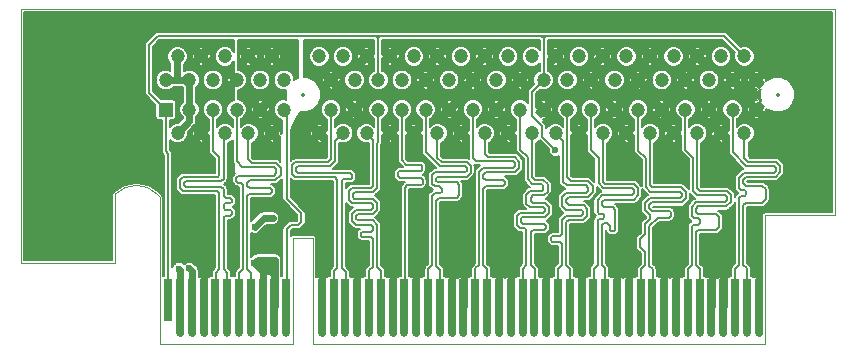
<source format=gbl>
G04 #@! TF.FileFunction,Copper,L2,Bot,Signal*
%FSLAX46Y46*%
G04 Gerber Fmt 4.6, Leading zero omitted, Abs format (unit mm)*
G04 Created by KiCad (PCBNEW 4.0.2+e4-6225~38~ubuntu14.04.1-stable) date Wed Aug  3 16:15:20 2016*
%MOMM*%
G01*
G04 APERTURE LIST*
%ADD10C,0.350000*%
%ADD11C,0.100000*%
%ADD12R,0.650240X3.599180*%
%ADD13R,0.650240X4.599940*%
%ADD14O,0.650240X0.650240*%
%ADD15R,1.200000X1.200000*%
%ADD16C,1.200000*%
%ADD17C,0.600000*%
%ADD18C,0.152400*%
%ADD19C,0.254000*%
%ADD20C,0.406400*%
%ADD21C,0.609600*%
%ADD22C,0.304800*%
%ADD23C,0.127000*%
%ADD24C,0.300000*%
%ADD25C,0.350000*%
G04 APERTURE END LIST*
D10*
D11*
X174000000Y-175677360D02*
X173750000Y-175427360D01*
X174000000Y-175720060D02*
X174000000Y-188150000D01*
X185250000Y-179150000D02*
X185250000Y-188150000D01*
X162250000Y-159804100D02*
X162250000Y-181250000D01*
X170225720Y-175488600D02*
X170225720Y-181250000D01*
X170172380Y-181250000D02*
X162250000Y-181250000D01*
X225247200Y-177250000D02*
X231165400Y-177250000D01*
X231162860Y-159804100D02*
X162250000Y-159804100D01*
X231165400Y-177241200D02*
X231165400Y-159806640D01*
X225250000Y-177250000D02*
X225250000Y-177500000D01*
X185250000Y-188150000D02*
X174000000Y-188150000D01*
X187000000Y-179150000D02*
X185250000Y-179150000D01*
X187000000Y-188150000D02*
X187000000Y-179150000D01*
X225250000Y-188150000D02*
X187000000Y-188150000D01*
X225250000Y-177250000D02*
X225250000Y-188150000D01*
X173795515Y-175473408D02*
G75*
G03X170265240Y-175442600I-1780275J-1719192D01*
G01*
D12*
X174714620Y-184436540D03*
D13*
X175715380Y-184936920D03*
X176713600Y-184936920D03*
X177714360Y-184936920D03*
X178715120Y-184936920D03*
X179713340Y-184936920D03*
X180714100Y-184936920D03*
X181714860Y-184936920D03*
X182713080Y-184936920D03*
X183713840Y-184936920D03*
X184714600Y-184936920D03*
X187714340Y-184936920D03*
X188715100Y-184936920D03*
X189713320Y-184936920D03*
X190714080Y-184936920D03*
X191714840Y-184936920D03*
X192713060Y-184936920D03*
X193714220Y-184936920D03*
X194714220Y-184936920D03*
X195714220Y-184936920D03*
X196714220Y-184936920D03*
X197714220Y-184936920D03*
X198714220Y-184936920D03*
X199714220Y-184936920D03*
X200714220Y-184936920D03*
X201714220Y-184936920D03*
X202714220Y-184936920D03*
X203714220Y-184936920D03*
X204714220Y-184936920D03*
X205714220Y-184936920D03*
X206714220Y-184936920D03*
X207714220Y-184936920D03*
X208714220Y-184936920D03*
X209714220Y-184936920D03*
X210714220Y-184936920D03*
X211714220Y-184936920D03*
X212714220Y-184936920D03*
X213714220Y-184936920D03*
X214714220Y-184936920D03*
X215714220Y-184936920D03*
X216714220Y-184936920D03*
X217714220Y-184936920D03*
X218714220Y-184936920D03*
X219714220Y-184936920D03*
X220714220Y-184936920D03*
X221714220Y-184936920D03*
X222714220Y-184936920D03*
X223714220Y-184936920D03*
X224714220Y-184936920D03*
D14*
X175715380Y-187238160D03*
X176713600Y-187238160D03*
X177714360Y-187238160D03*
X178715120Y-187238160D03*
X179713340Y-187238160D03*
X180714100Y-187238160D03*
X181714860Y-187238160D03*
X182713080Y-187238160D03*
X183713840Y-187238160D03*
X184714600Y-187238160D03*
X187714340Y-187238160D03*
X188715100Y-187238160D03*
X189713320Y-187238160D03*
X190714080Y-187238160D03*
X191714840Y-187238160D03*
X192713060Y-187238160D03*
X193713820Y-187238160D03*
X194714220Y-187238160D03*
X195714220Y-187238160D03*
X196714220Y-187238160D03*
X197714220Y-187238160D03*
X198714220Y-187238160D03*
X199714220Y-187238160D03*
X200714220Y-187238160D03*
X201714220Y-187238160D03*
X202714220Y-187238160D03*
X203714220Y-187238160D03*
X204714220Y-187238160D03*
X205714220Y-187238160D03*
X206714220Y-187238160D03*
X207714220Y-187238160D03*
X208714220Y-187238160D03*
X209714220Y-187238160D03*
X210714220Y-187238160D03*
X211714220Y-187238160D03*
X212714220Y-187238160D03*
X213714220Y-187238160D03*
X214714220Y-187238160D03*
X215714220Y-187238160D03*
X216714220Y-187238160D03*
X217714220Y-187238160D03*
X218714220Y-187238160D03*
X219714220Y-187238160D03*
X220714220Y-187238160D03*
X221714220Y-187238160D03*
X222714220Y-187238160D03*
X223714220Y-187238160D03*
X224714220Y-187238160D03*
D15*
X174506600Y-168305800D03*
D16*
X175506600Y-170305800D03*
X176506600Y-168305800D03*
X177506600Y-170305800D03*
X178506600Y-168305800D03*
X179506600Y-170305800D03*
X180506600Y-168305800D03*
X181506600Y-170305800D03*
X182506600Y-168305800D03*
X183506600Y-170305800D03*
X184506600Y-168305800D03*
X187506600Y-170305800D03*
X188506600Y-168305800D03*
X189506600Y-170305800D03*
X190506600Y-168305800D03*
X191506600Y-170305800D03*
X192506600Y-168305800D03*
X193506600Y-170305800D03*
X194506600Y-168305800D03*
X195506600Y-170305800D03*
X196506600Y-168305800D03*
X197506600Y-170305800D03*
X198506600Y-168305800D03*
X199506600Y-170305800D03*
X200506600Y-168305800D03*
X201506600Y-170305800D03*
X202506600Y-168305800D03*
X203506600Y-170305800D03*
X204506600Y-168305800D03*
X205506600Y-170305800D03*
X206506600Y-168305800D03*
X207506600Y-170305800D03*
X208506600Y-168305800D03*
X209506600Y-170305800D03*
X210506600Y-168305800D03*
X211506600Y-170305800D03*
X212506600Y-168305800D03*
X213506600Y-170305800D03*
X214506600Y-168305800D03*
X215506600Y-170305800D03*
X216506600Y-168305800D03*
X217506600Y-170305800D03*
X218506600Y-168305800D03*
X219506600Y-170305800D03*
X220506600Y-168305800D03*
X221506600Y-170305800D03*
X222506600Y-168305800D03*
X223506600Y-170305800D03*
X174506600Y-165805800D03*
X175506600Y-163805800D03*
X176506600Y-165805800D03*
X177506600Y-163805800D03*
X178506600Y-165805800D03*
X179506600Y-163805800D03*
X180506600Y-165805800D03*
X181506600Y-163805800D03*
X182506600Y-165805800D03*
X183506600Y-163805800D03*
X184506600Y-165805800D03*
X187506600Y-163805800D03*
X188506600Y-165805800D03*
X189506600Y-163805800D03*
X190506600Y-165805800D03*
X191506600Y-163805800D03*
X192506600Y-165805800D03*
X193506600Y-163805800D03*
X194506600Y-165805800D03*
X195506600Y-163805800D03*
X196506600Y-165805800D03*
X197506600Y-163805800D03*
X198506600Y-165805800D03*
X199506600Y-163805800D03*
X200506600Y-165805800D03*
X201506600Y-163805800D03*
X202506600Y-165805800D03*
X203506600Y-163805800D03*
X204506600Y-165805800D03*
X205506600Y-163805800D03*
X206506600Y-165805800D03*
X207506600Y-163805800D03*
X208506600Y-165805800D03*
X209506600Y-163805800D03*
X210506600Y-165805800D03*
X211506600Y-163805800D03*
X212506600Y-165805800D03*
X213506600Y-163805800D03*
X214506600Y-165805800D03*
X215506600Y-163805800D03*
X216506600Y-165805800D03*
X217506600Y-163805800D03*
X218506600Y-165805800D03*
X219506600Y-163805800D03*
X220506600Y-165805800D03*
X221506600Y-163805800D03*
X222506600Y-165805800D03*
X223506600Y-163805800D03*
X224506600Y-168305800D03*
X224506600Y-165805800D03*
D17*
X180050000Y-174900000D03*
X182250000Y-161000000D03*
X178500000Y-162750000D03*
X191250000Y-171750000D03*
X185750000Y-171750000D03*
X227500000Y-175500000D03*
X229500000Y-172000000D03*
X229500000Y-166750000D03*
X229500000Y-162500000D03*
X223000000Y-161000000D03*
X215500000Y-161000000D03*
X209250000Y-161000000D03*
X202500000Y-161000000D03*
X196750000Y-161000000D03*
X191000000Y-161000000D03*
X186500000Y-161000000D03*
X178500000Y-161000000D03*
X188350000Y-180500000D03*
X191250000Y-180500000D03*
X193750000Y-180500000D03*
X196250000Y-180500000D03*
X224500000Y-180500000D03*
X222250000Y-180500000D03*
X220250000Y-180500000D03*
X218250000Y-180500000D03*
X216250000Y-180500000D03*
X214250000Y-180500000D03*
X212250000Y-180500000D03*
X210250000Y-180500000D03*
X207400000Y-180500000D03*
X198250000Y-180500000D03*
X200250000Y-180500000D03*
X202250000Y-180500000D03*
X204250000Y-180500000D03*
X206100000Y-173625000D03*
X186400000Y-176200000D03*
X182025000Y-179375000D03*
X207827880Y-175069500D03*
X176212500Y-178673760D03*
X178216560Y-181333140D03*
X185333640Y-177401220D03*
X180050440Y-181249320D03*
X210312000Y-173179740D03*
X207500000Y-171750000D03*
X175633380Y-181759860D03*
X176517300Y-181744620D03*
X183750000Y-171750000D03*
X182025000Y-178250000D03*
X183728360Y-181033420D03*
X183565800Y-177485040D03*
X182006242Y-181310280D03*
X182118000Y-171958000D03*
D18*
X188732880Y-187275240D02*
X188732880Y-184974000D01*
X188732880Y-184974000D02*
X188732880Y-182000440D01*
X188732880Y-182000440D02*
X189036960Y-181696360D01*
X185470800Y-172765720D02*
X185214260Y-173022260D01*
X185470800Y-174040800D02*
X185214260Y-173784260D01*
X189036960Y-181696360D02*
X189036960Y-174274480D01*
X188803280Y-174040800D02*
X189036960Y-174274480D01*
X188803280Y-174040800D02*
X185470800Y-174040800D01*
X185214260Y-173022260D02*
X185214260Y-173784260D01*
X188214000Y-172765720D02*
X185470800Y-172765720D01*
X188506600Y-171747180D02*
X188506600Y-168305800D01*
X188506600Y-172473120D02*
X188214000Y-172765720D01*
X188506600Y-171747180D02*
X188506600Y-172473120D01*
X189731100Y-184974000D02*
X189731100Y-187275240D01*
X189731100Y-184974000D02*
X189731100Y-182032360D01*
X189731100Y-182032360D02*
X189392562Y-181693822D01*
X189506600Y-170305800D02*
X188862202Y-170950198D01*
X188862202Y-170950198D02*
X188862202Y-172661078D01*
X188862202Y-172661078D02*
X188401958Y-173121322D01*
X189532260Y-174193200D02*
X190164720Y-174193200D01*
X190164720Y-174193200D02*
X190291720Y-174066200D01*
X190291720Y-174066200D02*
X190291720Y-173827440D01*
X190291720Y-173827440D02*
X190149478Y-173685198D01*
X190149478Y-173685198D02*
X185732418Y-173685198D01*
X189392562Y-181693822D02*
X189392562Y-174332898D01*
X189532260Y-174193200D02*
X189392562Y-174332898D01*
X185727340Y-173121322D02*
X185569862Y-173278800D01*
X185569862Y-173278800D02*
X185569862Y-173522642D01*
X188401958Y-173121322D02*
X185727340Y-173121322D01*
X185732418Y-173685198D02*
X185569862Y-173522642D01*
D19*
X191714840Y-187238160D02*
X191714840Y-184936920D01*
D18*
X191732620Y-187275240D02*
X191732620Y-184974000D01*
X191732620Y-184974000D02*
X191732620Y-181921700D01*
X191732620Y-181921700D02*
X192049398Y-181604922D01*
X191879220Y-178640740D02*
X191152780Y-178640740D01*
X191506600Y-170305800D02*
X192049398Y-170848598D01*
X192049398Y-174762162D02*
X191858900Y-174952660D01*
X191858900Y-174952660D02*
X190235840Y-174952660D01*
X190235840Y-174952660D02*
X189989460Y-175199040D01*
X189989460Y-175199040D02*
X189989460Y-175953420D01*
X189989460Y-175953420D02*
X190246000Y-176209960D01*
X190246000Y-176209960D02*
X191876680Y-176209960D01*
X191876680Y-176209960D02*
X192049398Y-176382678D01*
X192049398Y-170848598D02*
X192049398Y-174762162D01*
X192049398Y-176616362D02*
X191876680Y-176789080D01*
X192049398Y-176382678D02*
X192049398Y-176616362D01*
X191876680Y-176789080D02*
X191856360Y-176789080D01*
X191856360Y-176789080D02*
X191825880Y-176789080D01*
X190632102Y-176789080D02*
X190271398Y-177149784D01*
X190271398Y-177149784D02*
X190271398Y-177708558D01*
X190271398Y-177708558D02*
X190609222Y-178046382D01*
X190609222Y-178046382D02*
X191858900Y-178046382D01*
X191858900Y-178046382D02*
X192049398Y-178236880D01*
X191825880Y-176789080D02*
X190632102Y-176789080D01*
X192049398Y-178470562D02*
X191879220Y-178640740D01*
X192049398Y-178236880D02*
X192049398Y-178470562D01*
X191038480Y-178981100D02*
X191162940Y-179105560D01*
X191038480Y-178755040D02*
X191038480Y-178981100D01*
X191152780Y-178640740D02*
X191038480Y-178755040D01*
X191162940Y-179105560D02*
X191897000Y-179105560D01*
X191897000Y-179105560D02*
X192049398Y-179257958D01*
X192049398Y-181604922D02*
X192049398Y-179257958D01*
D19*
X192713060Y-187238160D02*
X192713060Y-184936920D01*
D18*
X192730840Y-187275240D02*
X192730840Y-184974000D01*
X192730840Y-184974000D02*
X192730840Y-181930762D01*
X192730840Y-181930762D02*
X192405000Y-181604922D01*
X192023976Y-177144682D02*
X190779398Y-177144682D01*
X192405000Y-176763658D02*
X192023976Y-177144682D01*
X192405000Y-176212500D02*
X192405000Y-176763658D01*
X192086230Y-175893730D02*
X192405000Y-176212500D01*
X192405000Y-174025560D02*
X192405000Y-174922180D01*
X192046858Y-175854358D02*
X192086230Y-175893730D01*
X190484760Y-175854358D02*
X192046858Y-175854358D01*
X190345062Y-175714660D02*
X190484760Y-175854358D01*
X190345062Y-175455580D02*
X190345062Y-175714660D01*
X190492380Y-175308262D02*
X190345062Y-175455580D01*
X192018918Y-175308262D02*
X190492380Y-175308262D01*
X192405000Y-174922180D02*
X192018918Y-175308262D01*
X192506600Y-168305800D02*
X192506600Y-171089320D01*
X192405000Y-174025560D02*
X192405000Y-171190920D01*
X192405000Y-171190920D02*
X192506600Y-171089320D01*
X190627000Y-177538380D02*
X190779400Y-177690780D01*
X190627000Y-177297080D02*
X190627000Y-177538380D01*
X190779398Y-177144682D02*
X190627000Y-177297080D01*
X190779400Y-177690780D02*
X192057020Y-177690780D01*
X192057020Y-177690780D02*
X192405000Y-178038760D01*
X192405000Y-181604922D02*
X192405000Y-178038760D01*
D19*
X194714220Y-187238160D02*
X194714220Y-184936920D01*
D18*
X194732000Y-187275240D02*
X194732000Y-184974000D01*
X194732000Y-181531260D02*
X194732000Y-184974000D01*
X194732000Y-181531260D02*
X194732000Y-174939600D01*
X196105780Y-173507400D02*
X194294760Y-173507400D01*
X194955160Y-174716440D02*
X194732000Y-174939600D01*
X196113400Y-174716440D02*
X194955160Y-174716440D01*
X196263260Y-174566580D02*
X196113400Y-174716440D01*
X196263260Y-174282100D02*
X196263260Y-174566580D01*
X196100700Y-174119540D02*
X196263260Y-174282100D01*
X194299840Y-174119540D02*
X194142360Y-173962060D01*
X196100700Y-174119540D02*
X194299840Y-174119540D01*
X194294760Y-173507400D02*
X194142360Y-173659800D01*
X194142360Y-173659800D02*
X194142360Y-173962060D01*
X196232780Y-173098460D02*
X196232780Y-173380400D01*
X196232780Y-173380400D02*
X196105780Y-173507400D01*
X194506600Y-172606720D02*
X194873880Y-172974000D01*
X194873880Y-172974000D02*
X194881500Y-172974000D01*
X194506600Y-172606720D02*
X194506600Y-168305800D01*
X194881500Y-172974000D02*
X196108320Y-172974000D01*
X196108320Y-172974000D02*
X196232780Y-173098460D01*
D19*
X196714220Y-187238160D02*
X196714220Y-184936920D01*
D18*
X196732000Y-187275240D02*
X196732000Y-184974000D01*
X196732000Y-184974000D02*
X196732000Y-181806740D01*
X196732000Y-181806740D02*
X197055740Y-181483000D01*
X197055740Y-181483000D02*
X197055740Y-175641000D01*
X197055740Y-175641000D02*
X197297040Y-175399700D01*
X197863460Y-174988220D02*
X197863460Y-175247300D01*
X197683122Y-174807882D02*
X197863460Y-174988220D01*
X197055740Y-173860460D02*
X197055740Y-174589440D01*
X197055740Y-173860460D02*
X197297042Y-173619158D01*
X197297042Y-173619158D02*
X199842120Y-173619158D01*
X197055740Y-172435520D02*
X197726302Y-173106082D01*
X199971658Y-173489620D02*
X199842120Y-173619158D01*
X199971658Y-173253400D02*
X199971658Y-173489620D01*
X199824340Y-173106082D02*
X199971658Y-173253400D01*
X197726302Y-173106082D02*
X199824340Y-173106082D01*
X196506600Y-168305800D02*
X196506600Y-171886380D01*
X197055740Y-172435520D02*
X196506600Y-171886380D01*
X197055740Y-174589440D02*
X197274182Y-174807882D01*
X197274182Y-174807882D02*
X197683122Y-174807882D01*
X197711060Y-175399700D02*
X197297040Y-175399700D01*
X197863460Y-175247300D02*
X197711060Y-175399700D01*
D19*
X197714220Y-187238160D02*
X197714220Y-184936920D01*
D18*
X197732000Y-184974000D02*
X197732000Y-187275240D01*
X197732000Y-184974000D02*
X197732000Y-181849380D01*
X197732000Y-181849380D02*
X197411342Y-181528722D01*
X197545960Y-174452280D02*
X199158860Y-174452280D01*
X197506600Y-170305800D02*
X197506600Y-172383482D01*
X197411342Y-174104300D02*
X197411342Y-174317662D01*
X197411342Y-174317662D02*
X197545960Y-174452280D01*
X199989416Y-173974760D02*
X197540882Y-173974760D01*
X197540882Y-173974760D02*
X197411342Y-174104300D01*
X199971636Y-172750480D02*
X200327260Y-173106104D01*
X200327260Y-173106104D02*
X200327260Y-173636916D01*
X200327260Y-173636916D02*
X199989416Y-173974760D01*
X197506600Y-172383482D02*
X197873598Y-172750480D01*
X197873598Y-172750480D02*
X199971636Y-172750480D01*
X199158860Y-174452280D02*
X199372220Y-174665640D01*
X199372220Y-174665640D02*
X199372220Y-175569880D01*
X199372220Y-175569880D02*
X199179178Y-175762922D01*
X197411342Y-176006760D02*
X197655180Y-175762922D01*
X197411342Y-181528722D02*
X197411342Y-176319178D01*
X197411342Y-176319178D02*
X197411342Y-176006760D01*
X197655180Y-175762922D02*
X199179178Y-175762922D01*
D19*
X200714220Y-187238160D02*
X200714220Y-184936920D01*
D18*
X200732000Y-184974000D02*
X200732000Y-187275240D01*
X200732000Y-184974000D02*
X200732000Y-181748820D01*
X200732000Y-181748820D02*
X201041000Y-181439820D01*
X200506600Y-168305800D02*
X200506600Y-172391340D01*
X200506600Y-172391340D02*
X200797162Y-172681902D01*
X203903580Y-172681902D02*
X200797162Y-172681902D01*
X203911200Y-173268640D02*
X201338180Y-173268640D01*
X204088998Y-173090842D02*
X203911200Y-173268640D01*
X204088998Y-172867320D02*
X204088998Y-173090842D01*
X203903580Y-172681902D02*
X204088998Y-172867320D01*
X201041000Y-175369220D02*
X201041000Y-173565820D01*
X201041000Y-173565820D02*
X201338180Y-173268640D01*
X201338180Y-173268640D02*
X201041000Y-173565820D01*
X201041000Y-181439820D02*
X201041000Y-175369220D01*
D19*
X201714220Y-187238160D02*
X201714220Y-184936920D01*
D18*
X201732000Y-184974000D02*
X201732000Y-187275240D01*
X201732000Y-184974000D02*
X201732000Y-181828560D01*
X201732000Y-181828560D02*
X201396602Y-181493162D01*
X201622660Y-174777400D02*
X203078080Y-174777400D01*
X201396602Y-175839118D02*
X201396602Y-175003458D01*
X201396602Y-181493162D02*
X201396602Y-175839118D01*
X201396602Y-175003458D02*
X201622660Y-174777400D01*
X203225400Y-174404020D02*
X203103480Y-174282100D01*
X203225400Y-174630080D02*
X203225400Y-174404020D01*
X203078080Y-174777400D02*
X203225400Y-174630080D01*
X201604880Y-174282100D02*
X203103480Y-174282100D01*
X201506600Y-172024820D02*
X201808080Y-172326300D01*
X201506600Y-170305800D02*
X201506600Y-172024820D01*
X204050876Y-172326300D02*
X204444600Y-172720024D01*
X204444600Y-172720024D02*
X204444600Y-173238138D01*
X204444600Y-173238138D02*
X204058496Y-173624242D01*
X204058496Y-173624242D02*
X201607420Y-173624242D01*
X201607420Y-173624242D02*
X201396602Y-173835060D01*
X201808080Y-172326300D02*
X204050876Y-172326300D01*
X201396602Y-174073822D02*
X201604880Y-174282100D01*
X201396602Y-173835060D02*
X201396602Y-174073822D01*
D19*
X204714220Y-187238160D02*
X204714220Y-184936920D01*
D18*
X204231240Y-177276760D02*
X204231240Y-178089560D01*
X204467460Y-177040540D02*
X204231240Y-177276760D01*
X206448660Y-177040540D02*
X206357220Y-177040540D01*
X206484220Y-177040540D02*
X206448660Y-177040540D01*
X205539342Y-174594522D02*
X206321662Y-174594522D01*
X206474060Y-175077120D02*
X206341980Y-175209200D01*
X206474060Y-174746920D02*
X206474060Y-175077120D01*
X206321662Y-174594522D02*
X206474060Y-174746920D01*
X205338680Y-176560480D02*
X206463900Y-176560480D01*
X204506600Y-168305800D02*
X204506600Y-171683680D01*
X206341980Y-175209200D02*
X205353920Y-175209200D01*
X205353920Y-175209200D02*
X205044040Y-175519080D01*
X204506600Y-171683680D02*
X205150998Y-172328078D01*
X205150998Y-174206178D02*
X205539342Y-174594522D01*
X205150998Y-172328078D02*
X205150998Y-174206178D01*
X205044040Y-176265840D02*
X205338680Y-176560480D01*
X205044040Y-175519080D02*
X205044040Y-176265840D01*
X206606140Y-176918620D02*
X206484220Y-177040540D01*
X206606140Y-176702720D02*
X206606140Y-176918620D01*
X206463900Y-176560480D02*
X206606140Y-176702720D01*
X206357220Y-177040540D02*
X204467460Y-177040540D01*
X204231240Y-178089560D02*
X204487780Y-178346100D01*
X204889100Y-178346100D02*
X204487780Y-178346100D01*
X204732000Y-181759480D02*
X205044040Y-181447440D01*
X205044040Y-181447440D02*
X205044040Y-178849020D01*
X204732000Y-184974000D02*
X204732000Y-181759480D01*
X205044040Y-178501040D02*
X204889100Y-178346100D01*
X205044040Y-178849020D02*
X205044040Y-178501040D01*
X204732000Y-187275240D02*
X204732000Y-184974000D01*
D19*
X205714220Y-187238160D02*
X205714220Y-184936920D01*
D18*
X204729082Y-177982880D02*
X206540100Y-177982880D01*
X206689960Y-178358800D02*
X206550260Y-178498500D01*
X206689960Y-178132740D02*
X206689960Y-178358800D01*
X206540100Y-177982880D02*
X206689960Y-178132740D01*
X206550260Y-178498500D02*
X205577440Y-178498500D01*
X204713838Y-177396142D02*
X206634078Y-177396142D01*
X204729082Y-177982880D02*
X204586842Y-177840640D01*
X204586842Y-177840640D02*
X204586842Y-177523138D01*
X204586842Y-177523138D02*
X204713838Y-177396142D01*
X205780640Y-174238920D02*
X206468958Y-174238920D01*
X206507078Y-175564802D02*
X206341980Y-175564802D01*
X206829662Y-175242218D02*
X206507078Y-175564802D01*
X206829662Y-174599624D02*
X206829662Y-175242218D01*
X206468958Y-174238920D02*
X206829662Y-174599624D01*
X205732000Y-184974000D02*
X205732000Y-181795040D01*
X205732000Y-181795040D02*
X205399642Y-181462682D01*
X205577440Y-178498500D02*
X205399642Y-178676298D01*
X205585060Y-176189640D02*
X206595958Y-176189640D01*
X206961742Y-177068478D02*
X206634078Y-177396142D01*
X206961742Y-176555424D02*
X206961742Y-177068478D01*
X206595958Y-176189640D02*
X206961742Y-176555424D01*
X205399642Y-175768000D02*
X205399642Y-176004222D01*
X205399642Y-176004222D02*
X205585060Y-176189640D01*
X205740000Y-174238920D02*
X205780640Y-174238920D01*
X205399642Y-181462682D02*
X205399642Y-178676298D01*
X205506600Y-174005520D02*
X205740000Y-174238920D01*
X205506600Y-174005520D02*
X205506600Y-170305800D01*
X205602840Y-175564802D02*
X205399642Y-175768000D01*
X206341980Y-175564802D02*
X205602840Y-175564802D01*
X205732000Y-184974000D02*
X205732000Y-187275240D01*
D19*
X207714220Y-187238160D02*
X207714220Y-184936920D01*
X207714220Y-187238160D02*
X207714220Y-186164220D01*
D18*
X207732000Y-184974000D02*
X207732000Y-187275240D01*
X207732000Y-184974000D02*
X207732000Y-181777000D01*
X207732000Y-181777000D02*
X208036160Y-181472840D01*
X207873600Y-179034440D02*
X207246220Y-179034440D01*
X209816698Y-176923698D02*
X209677000Y-176784000D01*
X209677000Y-176784000D02*
X208394300Y-176784000D01*
X208036160Y-181472840D02*
X208036160Y-179656740D01*
X208150998Y-170950198D02*
X208150998Y-174414718D01*
X208150998Y-174414718D02*
X208447640Y-174711360D01*
X208447640Y-174711360D02*
X210078318Y-174711360D01*
X210078318Y-174711360D02*
X210291678Y-174924720D01*
X210291678Y-174924720D02*
X210291678Y-175158402D01*
X210291678Y-175158402D02*
X210085940Y-175364140D01*
X210085940Y-175364140D02*
X208389220Y-175364140D01*
X208389220Y-175364140D02*
X208036160Y-175717200D01*
X208150998Y-170950198D02*
X207506600Y-170305800D01*
X208036160Y-176425860D02*
X208394300Y-176784000D01*
X208401920Y-177271680D02*
X208036160Y-177637440D01*
X208036160Y-175717200D02*
X208036160Y-176425860D01*
X209694802Y-177271680D02*
X208401920Y-177271680D01*
X209816698Y-177149784D02*
X209694802Y-177271680D01*
X209816698Y-177149784D02*
X209816698Y-176923698D01*
X208036160Y-178871880D02*
X207873600Y-179034440D01*
X207248760Y-179501800D02*
X207881220Y-179501800D01*
X207881220Y-179501800D02*
X208036160Y-179656740D01*
X208036160Y-177637440D02*
X208036160Y-178871880D01*
X207246220Y-179034440D02*
X207103980Y-179176680D01*
X207103980Y-179176680D02*
X207103980Y-179357020D01*
X207103980Y-179357020D02*
X207248760Y-179501800D01*
X208732000Y-184974000D02*
X208732000Y-187275240D01*
X208732000Y-184974000D02*
X208732000Y-181833400D01*
X208732000Y-181833400D02*
X208391762Y-181493162D01*
X210172300Y-177297080D02*
X210172300Y-176695100D01*
X209877660Y-176400460D02*
X210172300Y-176695100D01*
X209842098Y-177627282D02*
X210172300Y-177297080D01*
X208391762Y-177843180D02*
X208391762Y-178272438D01*
X208607660Y-177627282D02*
X208391762Y-177843180D01*
X208391762Y-178272438D02*
X208391762Y-181493162D01*
X208391762Y-175950878D02*
X208391762Y-176151542D01*
X208391762Y-176151542D02*
X208640680Y-176400460D01*
X208808320Y-174350680D02*
X210220536Y-174350680D01*
X208622898Y-175719742D02*
X208391762Y-175950878D01*
X210233236Y-175719742D02*
X208622898Y-175719742D01*
X210647280Y-175305698D02*
X210233236Y-175719742D01*
X210647280Y-174777424D02*
X210647280Y-175305698D01*
X210220536Y-174350680D02*
X210647280Y-174777424D01*
X208506600Y-174048960D02*
X208506600Y-168305800D01*
X208506600Y-174048960D02*
X208808320Y-174350680D01*
X208607660Y-177627282D02*
X209842098Y-177627282D01*
X208640680Y-176400460D02*
X209877660Y-176400460D01*
D19*
X210714220Y-184936920D02*
X210714220Y-187238160D01*
D18*
X210732000Y-187275240D02*
X210732000Y-181779280D01*
X210732000Y-181779280D02*
X211066380Y-181444900D01*
X213987380Y-175572420D02*
X214162638Y-175397162D01*
X211066380Y-181444900D02*
X211066380Y-177667920D01*
X211066380Y-177667920D02*
X211195920Y-177538380D01*
X210506600Y-171715720D02*
X210506600Y-168305800D01*
X211066380Y-175973740D02*
X211467700Y-175572420D01*
X211201000Y-177109120D02*
X211066380Y-176974500D01*
X211498180Y-177109120D02*
X211201000Y-177109120D01*
X211195920Y-177538380D02*
X211500720Y-177538380D01*
X214162638Y-175397162D02*
X214162638Y-175125380D01*
X211500720Y-177538380D02*
X211630260Y-177408840D01*
X211150998Y-174547058D02*
X211150998Y-172360118D01*
X211467700Y-175572420D02*
X213987380Y-175572420D01*
X211630260Y-177408840D02*
X211630260Y-177241200D01*
X211630260Y-177241200D02*
X211498180Y-177109120D01*
X211066380Y-176974500D02*
X211066380Y-175973740D01*
X211559142Y-174955202D02*
X211150998Y-174547058D01*
X214162638Y-175125380D02*
X213992460Y-174955202D01*
X213992460Y-174955202D02*
X211559142Y-174955202D01*
X211150998Y-172360118D02*
X210506600Y-171715720D01*
D19*
X211714220Y-184936920D02*
X211714220Y-187238160D01*
D18*
X211732000Y-184974000D02*
X211732000Y-187275240D01*
X211732000Y-184974000D02*
X211732000Y-181754918D01*
X211732000Y-181754918D02*
X211421982Y-181444900D01*
X212576410Y-178471830D02*
X212576410Y-176767490D01*
X212377020Y-176568100D02*
X212577680Y-176768760D01*
X211421982Y-176133760D02*
X211421982Y-176367442D01*
X211421982Y-176367442D02*
X211622640Y-176568100D01*
X211506600Y-174392120D02*
X211506600Y-170305800D01*
X211627720Y-175928022D02*
X211421982Y-176133760D01*
X214134676Y-175928022D02*
X211627720Y-175928022D01*
X214518240Y-175544458D02*
X214134676Y-175928022D01*
X214518240Y-174978084D02*
X214518240Y-175544458D01*
X214139756Y-174599600D02*
X214518240Y-174978084D01*
X211714080Y-174599600D02*
X214139756Y-174599600D01*
X211506600Y-174392120D02*
X211714080Y-174599600D01*
X211622640Y-176568100D02*
X212377020Y-176568100D01*
X212222080Y-178617880D02*
X212100160Y-178495960D01*
X212430360Y-178617880D02*
X212222080Y-178617880D01*
X212576410Y-178471830D02*
X212430360Y-178617880D01*
X212100160Y-178137820D02*
X211894420Y-177932080D01*
X212100160Y-178495960D02*
X212100160Y-178137820D01*
X211421982Y-178401978D02*
X211421982Y-178102258D01*
X211592160Y-177932080D02*
X211894420Y-177932080D01*
X211421982Y-178102258D02*
X211592160Y-177932080D01*
X211421982Y-181444900D02*
X211421982Y-178401978D01*
X214732000Y-187275240D02*
X214732000Y-184974000D01*
X214732000Y-184974000D02*
X214732000Y-181833120D01*
X214732000Y-181833120D02*
X215077038Y-181488082D01*
X215077038Y-178851562D02*
X214650320Y-179278280D01*
X214650320Y-179278280D02*
X214650320Y-179913280D01*
X215077038Y-178010822D02*
X215077038Y-178851562D01*
X214650320Y-179913280D02*
X215077038Y-180339998D01*
X218033600Y-175811180D02*
X215473280Y-175811180D01*
X215077038Y-176207422D02*
X215077038Y-176809398D01*
X215503760Y-177584100D02*
X215077038Y-178010822D01*
X215503760Y-177236120D02*
X215503760Y-177584100D01*
X215473280Y-175811180D02*
X215077038Y-176207422D01*
X214506600Y-171771100D02*
X215150998Y-172415498D01*
X218196158Y-175648622D02*
X218033600Y-175811180D01*
X218196158Y-175412400D02*
X218196158Y-175648622D01*
X218025978Y-175242220D02*
X218196158Y-175412400D01*
X215536780Y-175242220D02*
X218025978Y-175242220D01*
X215150998Y-174856438D02*
X215536780Y-175242220D01*
X215150998Y-172415498D02*
X215150998Y-174856438D01*
X214506600Y-168305800D02*
X214506600Y-171771100D01*
X215077038Y-181488082D02*
X215077038Y-180339998D01*
X215503760Y-177236120D02*
X215077038Y-176809398D01*
X215732000Y-184974000D02*
X215732000Y-187275240D01*
X215732000Y-184974000D02*
X215732000Y-181817920D01*
X215732000Y-181817920D02*
X215432640Y-181518560D01*
X215638358Y-176867820D02*
X217144600Y-176867820D01*
X215432640Y-176662102D02*
X215638358Y-176867820D01*
X215432640Y-176385220D02*
X215432640Y-176662102D01*
X215506600Y-170305800D02*
X215506600Y-174208440D01*
X215506600Y-174704038D02*
X215689180Y-174886618D01*
X215689180Y-174886618D02*
X218173274Y-174886618D01*
X218173274Y-174886618D02*
X218551760Y-175265104D01*
X218551760Y-175265104D02*
X218551760Y-175801020D01*
X218551760Y-175801020D02*
X218185998Y-176166782D01*
X218185998Y-176166782D02*
X215651078Y-176166782D01*
X215651078Y-176166782D02*
X215432640Y-176385220D01*
X215506600Y-174208440D02*
X215506600Y-174704038D01*
X217263980Y-177327560D02*
X217149680Y-177441860D01*
X217263980Y-176987200D02*
X217263980Y-177327560D01*
X217144600Y-176867820D02*
X217263980Y-176987200D01*
X216148898Y-177441860D02*
X217149680Y-177441860D01*
X215432640Y-181518560D02*
X215432640Y-178818540D01*
X215432640Y-178158118D02*
X215432640Y-178818540D01*
X215432640Y-178158118D02*
X216148898Y-177441860D01*
X218732000Y-184974000D02*
X218732000Y-187275240D01*
X218732000Y-184974000D02*
X218732000Y-181831080D01*
X218732000Y-181831080D02*
X219062298Y-181500782D01*
X219202002Y-177490122D02*
X219572842Y-177490122D01*
X219062298Y-176509682D02*
X219062298Y-177350418D01*
X218506600Y-168305800D02*
X218506600Y-171739560D01*
X219150998Y-172383958D02*
X219150998Y-175183598D01*
X219150998Y-175183598D02*
X219491562Y-175524162D01*
X219491562Y-175524162D02*
X221846140Y-175524162D01*
X221846140Y-175524162D02*
X222021398Y-175699420D01*
X222021398Y-175699420D02*
X222021398Y-175963582D01*
X222021398Y-175963582D02*
X221835980Y-176149000D01*
X221835980Y-176149000D02*
X219422980Y-176149000D01*
X219422980Y-176149000D02*
X219062298Y-176509682D01*
X218506600Y-171739560D02*
X219150998Y-172383958D01*
X219062298Y-177350418D02*
X219202002Y-177490122D01*
X219572842Y-177490122D02*
X219760800Y-177678080D01*
X219209620Y-178038760D02*
X219600780Y-178038760D01*
X219062298Y-178186082D02*
X219209620Y-178038760D01*
X219062298Y-181500782D02*
X219062298Y-178186082D01*
X219600780Y-178038760D02*
X219760800Y-177878740D01*
X219760800Y-177678080D02*
X219760800Y-177878740D01*
X219732000Y-187275240D02*
X219732000Y-184974000D01*
X219732000Y-184974000D02*
X219732000Y-181814882D01*
X219732000Y-181814882D02*
X219417900Y-181500782D01*
X219613480Y-178495960D02*
X221129860Y-178495960D01*
X221359730Y-178266090D02*
X221359730Y-177420270D01*
X221129860Y-178495960D02*
X221359730Y-178266090D01*
X219608400Y-178495960D02*
X219613480Y-178495960D01*
X219417900Y-181500782D02*
X219417900Y-178686460D01*
X219608400Y-178495960D02*
X219417900Y-178686460D01*
X219608400Y-177134520D02*
X221073980Y-177134520D01*
X219417900Y-176684940D02*
X219417900Y-176944020D01*
X219417900Y-176944020D02*
X219608400Y-177134520D01*
X219743020Y-175168560D02*
X221993436Y-175168560D01*
X219598238Y-176504602D02*
X219417900Y-176684940D01*
X221983276Y-176504602D02*
X219598238Y-176504602D01*
X222377000Y-176110878D02*
X221983276Y-176504602D01*
X222377000Y-175552124D02*
X222377000Y-176110878D01*
X221993436Y-175168560D02*
X222377000Y-175552124D01*
X219506600Y-174543720D02*
X219506600Y-174949920D01*
X219725240Y-175168560D02*
X219743020Y-175168560D01*
X219506600Y-174949920D02*
X219725240Y-175168560D01*
X219506600Y-170305800D02*
X219506600Y-174543720D01*
X221073980Y-177134520D02*
X221359730Y-177420270D01*
X222732000Y-184974000D02*
X222732000Y-187275240D01*
X222732000Y-184974000D02*
X222732000Y-181757920D01*
X222732000Y-181757920D02*
X223055178Y-181434742D01*
X225958400Y-173631860D02*
X223481900Y-173631860D01*
X223481900Y-173631860D02*
X223055178Y-174058582D01*
X223220280Y-175133000D02*
X223527620Y-175133000D01*
X223662240Y-175460660D02*
X223509840Y-175613060D01*
X223662240Y-175267620D02*
X223662240Y-175460660D01*
X223527620Y-175133000D02*
X223662240Y-175267620D01*
X223055178Y-174058582D02*
X223055178Y-174967898D01*
X223189800Y-175613060D02*
X223055178Y-175747682D01*
X223509840Y-175613060D02*
X223189800Y-175613060D01*
X223055178Y-174967898D02*
X223220280Y-175133000D01*
X222506600Y-168305800D02*
X222506600Y-171914880D01*
X225993960Y-173631860D02*
X225958400Y-173631860D01*
X226153980Y-173471840D02*
X225993960Y-173631860D01*
X226153980Y-173240678D02*
X226153980Y-173471840D01*
X225999064Y-173085762D02*
X226153980Y-173240678D01*
X223677482Y-173085762D02*
X225999064Y-173085762D01*
X222506600Y-171914880D02*
X223677482Y-173085762D01*
X223055178Y-181434742D02*
X223055178Y-175747682D01*
X223732000Y-187275240D02*
X223732000Y-184974000D01*
X223732000Y-184974000D02*
X223732000Y-181755962D01*
X223732000Y-181755962D02*
X223410780Y-181434742D01*
X223636840Y-174746920D02*
X224993200Y-174746920D01*
X225298000Y-175915320D02*
X225013520Y-176199800D01*
X225298000Y-175051720D02*
X225298000Y-175915320D01*
X224993200Y-174746920D02*
X225298000Y-175051720D01*
X223410780Y-174226220D02*
X223410780Y-174528480D01*
X223631760Y-176199800D02*
X223410780Y-176420780D01*
X225013520Y-176199800D02*
X223631760Y-176199800D01*
X223629220Y-174746920D02*
X223636840Y-174746920D01*
X223410780Y-174528480D02*
X223629220Y-174746920D01*
X223845120Y-172730160D02*
X226146360Y-172730160D01*
X226146360Y-172730160D02*
X226509582Y-173093382D01*
X223649538Y-173987462D02*
X223410780Y-174226220D01*
X226141256Y-173987462D02*
X223649538Y-173987462D01*
X226509582Y-173619136D02*
X226141256Y-173987462D01*
X226509582Y-173093382D02*
X226509582Y-173619136D01*
X223506600Y-170305800D02*
X223506600Y-172391640D01*
X223506600Y-172391640D02*
X223845120Y-172730160D01*
X223410780Y-181434742D02*
X223410780Y-176420780D01*
X178732900Y-187275240D02*
X178732900Y-184974000D01*
X178732900Y-184974000D02*
X178732900Y-182109660D01*
X178732900Y-182109660D02*
X179054760Y-181787800D01*
X178879502Y-175204122D02*
X175958502Y-175204122D01*
X179054760Y-175760380D02*
X179054760Y-175379380D01*
X178879502Y-175204122D02*
X179054760Y-175379380D01*
X175958502Y-175204122D02*
X175689260Y-174934880D01*
X178940460Y-173977300D02*
X175938180Y-173977300D01*
X175938180Y-173977300D02*
X175689260Y-174226220D01*
X175689260Y-174226220D02*
X175689260Y-174934880D01*
X179054760Y-181787800D02*
X179054760Y-175760380D01*
X179054760Y-175760380D02*
X179054760Y-175740060D01*
X179054760Y-173743620D02*
X179054760Y-173863000D01*
X178506600Y-168305800D02*
X178506600Y-171795920D01*
X179054760Y-172344080D02*
X178506600Y-171795920D01*
X179054760Y-172349160D02*
X179054760Y-172344080D01*
X179054760Y-172349160D02*
X179054760Y-173743620D01*
X179054760Y-173863000D02*
X178940460Y-173977300D01*
X179222400Y-174332902D02*
X176197258Y-174332902D01*
X176197258Y-174332902D02*
X176052480Y-174477680D01*
X179222400Y-174332902D02*
X179227478Y-174332902D01*
X179227478Y-174332902D02*
X179410362Y-174150018D01*
X179506600Y-170305800D02*
X179410362Y-170402038D01*
X179410362Y-173431200D02*
X179410362Y-170402038D01*
X179410362Y-173431200D02*
X179410362Y-173974758D01*
X179410362Y-174150018D02*
X179410362Y-173974758D01*
X179731120Y-187275240D02*
X179731120Y-184974000D01*
X179731120Y-184974000D02*
X179731120Y-182144120D01*
X179731120Y-182144120D02*
X179410362Y-181823362D01*
X179410362Y-176390300D02*
X179410362Y-176634142D01*
X179557680Y-177286920D02*
X179410362Y-177434238D01*
X179966620Y-177286920D02*
X179557680Y-177286920D01*
X180116480Y-177137060D02*
X179966620Y-177286920D01*
X180116480Y-176923700D02*
X180116480Y-177137060D01*
X179959000Y-176766220D02*
X180116480Y-176923700D01*
X179542440Y-176766220D02*
X179959000Y-176766220D01*
X179410362Y-176634142D02*
X179542440Y-176766220D01*
X179410362Y-181823362D02*
X179410362Y-177434238D01*
X179410362Y-176390300D02*
X179410362Y-176375058D01*
X179410362Y-175054262D02*
X179410362Y-175613062D01*
X179547520Y-176237900D02*
X179417980Y-176367440D01*
X179417980Y-176367440D02*
X179410362Y-176375058D01*
X179974240Y-176237900D02*
X179547520Y-176237900D01*
X180103780Y-176108360D02*
X179974240Y-176237900D01*
X180103780Y-175925480D02*
X180103780Y-176108360D01*
X179969160Y-175790860D02*
X180103780Y-175925480D01*
X179588160Y-175790860D02*
X179969160Y-175790860D01*
X179410362Y-175613062D02*
X179588160Y-175790860D01*
X176187100Y-174848520D02*
X178290220Y-174848520D01*
X176052480Y-174713900D02*
X176187100Y-174848520D01*
X176052480Y-174477680D02*
X176052480Y-174713900D01*
X179204620Y-174848520D02*
X179410362Y-175054262D01*
X178290220Y-174848520D02*
X179204620Y-174848520D01*
X180731880Y-187275240D02*
X180731880Y-184974000D01*
X180731880Y-184974000D02*
X180731880Y-182129980D01*
X180731880Y-182129980D02*
X181066438Y-181795422D01*
X183664860Y-173161962D02*
X181005482Y-173161962D01*
X180494940Y-174348140D02*
X180494940Y-174061120D01*
X181066438Y-181795422D02*
X181066438Y-174670718D01*
X180883560Y-174487840D02*
X181066438Y-174670718D01*
X180634640Y-174487840D02*
X180494940Y-174348140D01*
X180883560Y-174487840D02*
X180634640Y-174487840D01*
X180494940Y-174061120D02*
X180647340Y-173908720D01*
X183664860Y-173161962D02*
X183873138Y-173370240D01*
X183873138Y-173370240D02*
X183873138Y-173687742D01*
X183873138Y-173687742D02*
X183652160Y-173908720D01*
X180647340Y-173908720D02*
X183652160Y-173908720D01*
X181005482Y-173161962D02*
X180506600Y-172663080D01*
X180506600Y-168305800D02*
X180506600Y-172663080D01*
X181732640Y-187275240D02*
X181732640Y-184974000D01*
X181732640Y-184974000D02*
X181732640Y-182113640D01*
X181732640Y-182113640D02*
X181422040Y-181803040D01*
X181579520Y-175430180D02*
X183344820Y-175430180D01*
X181422040Y-181803040D02*
X181422040Y-175587660D01*
X181579520Y-175430180D02*
X181422040Y-175587660D01*
X183337200Y-174939960D02*
X183497220Y-175099980D01*
X181422040Y-174477680D02*
X181422040Y-174731680D01*
X181422040Y-174731680D02*
X181630320Y-174939960D01*
X181790340Y-172806360D02*
X183812156Y-172806360D01*
X181506600Y-172522620D02*
X181790340Y-172806360D01*
X181506600Y-172522620D02*
X181506600Y-170305800D01*
X183812156Y-172806360D02*
X184228740Y-173222944D01*
X184228740Y-173222944D02*
X184228740Y-173835038D01*
X184228740Y-173835038D02*
X183799456Y-174264322D01*
X183799456Y-174264322D02*
X181635398Y-174264322D01*
X181635398Y-174264322D02*
X181422040Y-174477680D01*
X181630320Y-174939960D02*
X183337200Y-174939960D01*
X183497220Y-175277780D02*
X183497220Y-175099980D01*
X183344820Y-175430180D02*
X183497220Y-175277780D01*
X182250000Y-161000000D02*
X178500000Y-161000000D01*
X178500000Y-162750000D02*
X178500000Y-162812400D01*
X178500000Y-162812400D02*
X177506600Y-163805800D01*
X191250000Y-171750000D02*
X190506600Y-171006600D01*
X190506600Y-171006600D02*
X190506600Y-168305800D01*
D20*
X186062400Y-171750000D02*
X187506600Y-170305800D01*
X185750000Y-171750000D02*
X186062400Y-171750000D01*
D18*
X227500000Y-175500000D02*
X226300000Y-176700000D01*
X226300000Y-176700000D02*
X224850000Y-176700000D01*
X224850000Y-176700000D02*
X224363280Y-177186720D01*
X224363280Y-177186720D02*
X224363280Y-180363280D01*
X224363280Y-180363280D02*
X224500000Y-180500000D01*
X229500000Y-172000000D02*
X228200000Y-172000000D01*
X228200000Y-172000000D02*
X224506600Y-168306600D01*
X224506600Y-168306600D02*
X224506600Y-168305800D01*
X229500000Y-172000000D02*
X229610920Y-171889080D01*
X229610920Y-171889080D02*
X229610920Y-166860920D01*
X229610920Y-166860920D02*
X229500000Y-166750000D01*
X229500000Y-162500000D02*
X227990280Y-160990280D01*
X227990280Y-160990280D02*
X223009720Y-160990280D01*
X223009720Y-160990280D02*
X223000000Y-161000000D01*
X215500000Y-161000000D02*
X215490280Y-160990280D01*
X215490280Y-160990280D02*
X209259720Y-160990280D01*
X209259720Y-160990280D02*
X209250000Y-161000000D01*
X202500000Y-161000000D02*
X202464000Y-161036000D01*
X202464000Y-161036000D02*
X196786000Y-161036000D01*
X196786000Y-161036000D02*
X196750000Y-161000000D01*
X190855660Y-160855660D02*
X186644340Y-160855660D01*
X191000000Y-161000000D02*
X190855660Y-160855660D01*
X186644340Y-160855660D02*
X186500000Y-161000000D01*
X188350000Y-180500000D02*
X188350000Y-178150000D01*
X188350000Y-178150000D02*
X186400000Y-176200000D01*
D21*
X188350000Y-180500000D02*
X187732120Y-181117880D01*
X187732120Y-181117880D02*
X187732120Y-184974000D01*
X190731860Y-181018140D02*
X190731860Y-184974000D01*
X191250000Y-180500000D02*
X190731860Y-181018140D01*
D18*
X193730880Y-175505880D02*
X193375000Y-175150000D01*
X193375000Y-175150000D02*
X193375000Y-170437400D01*
X193750000Y-180500000D02*
X193730880Y-180480880D01*
X193730880Y-180480880D02*
X193730880Y-175505880D01*
X193375000Y-170437400D02*
X193506600Y-170305800D01*
D21*
X193750000Y-180500000D02*
X193732000Y-180518000D01*
X193732000Y-180518000D02*
X193732000Y-184974000D01*
D18*
X195506600Y-171556600D02*
X195506600Y-170305800D01*
X196250000Y-180500000D02*
X196220080Y-180470080D01*
X196675000Y-175490160D02*
X196675000Y-172725000D01*
X196220080Y-180470080D02*
X196220080Y-175945080D01*
X196675000Y-172725000D02*
X195506600Y-171556600D01*
D21*
X196250000Y-180701240D02*
X195732000Y-181219240D01*
D18*
X196220080Y-175945080D02*
X196675000Y-175490160D01*
D21*
X196250000Y-180500000D02*
X196250000Y-180701240D01*
X195732000Y-181219240D02*
X195732000Y-184974000D01*
X224500000Y-180500000D02*
X224700000Y-180700000D01*
X224700000Y-180700000D02*
X224700000Y-184942000D01*
X224700000Y-184942000D02*
X224732000Y-184974000D01*
X222250000Y-180500000D02*
X221732000Y-181018000D01*
X221732000Y-181018000D02*
X221732000Y-184974000D01*
X222250000Y-180500000D02*
X220250000Y-180500000D01*
X220732000Y-180982000D02*
X220732000Y-184974000D01*
X220250000Y-180500000D02*
X220732000Y-180982000D01*
X218250000Y-180500000D02*
X217732000Y-181018000D01*
X217732000Y-181018000D02*
X217732000Y-184974000D01*
X218250000Y-180500000D02*
X216250000Y-180500000D01*
X216250000Y-180500000D02*
X216732000Y-180982000D01*
X216732000Y-180982000D02*
X216732000Y-184974000D01*
X214250000Y-180500000D02*
X212250000Y-180500000D01*
X214250000Y-180500000D02*
X213732000Y-181018000D01*
X213732000Y-181018000D02*
X213732000Y-184974000D01*
X212250000Y-180500000D02*
X212732000Y-180982000D01*
X212732000Y-180982000D02*
X212732000Y-184974000D01*
X210250000Y-180678860D02*
X210250000Y-180500000D01*
X210250000Y-180500000D02*
X209700000Y-181050000D01*
X209700000Y-181050000D02*
X209700000Y-184942000D01*
X209700000Y-184942000D02*
X209732000Y-184974000D01*
X210250000Y-180500000D02*
X209714220Y-181035780D01*
X209714220Y-181035780D02*
X209714220Y-184936920D01*
X209732000Y-181196860D02*
X210250000Y-180678860D01*
X207400000Y-180500000D02*
X206732000Y-181168000D01*
X206732000Y-181168000D02*
X206732000Y-184974000D01*
X198250000Y-180500000D02*
X198732000Y-180982000D01*
X198732000Y-180982000D02*
X198732000Y-184974000D01*
X198250000Y-180500000D02*
X200250000Y-180500000D01*
X200250000Y-180500000D02*
X199732000Y-181018000D01*
X199732000Y-181018000D02*
X199732000Y-184974000D01*
X202250000Y-180500000D02*
X202732000Y-180982000D01*
X202732000Y-180982000D02*
X202732000Y-184974000D01*
X202250000Y-180500000D02*
X204250000Y-180500000D01*
X203732000Y-181018000D02*
X203732000Y-181350000D01*
X204250000Y-180500000D02*
X203732000Y-181018000D01*
D18*
X189133480Y-166425880D02*
X189126680Y-166425880D01*
X189126680Y-166425880D02*
X188506600Y-165805800D01*
X207827880Y-174627880D02*
X206825000Y-173625000D01*
X206825000Y-173625000D02*
X206100000Y-173625000D01*
X207827880Y-175069500D02*
X207827880Y-174627880D01*
X209506600Y-170305800D02*
X209506600Y-172374340D01*
X209506600Y-172374340D02*
X210312000Y-173179740D01*
D21*
X209714220Y-187238160D02*
X209714220Y-184936920D01*
X177714360Y-187238160D02*
X177714360Y-181835340D01*
X177714360Y-181835340D02*
X178216560Y-181333140D01*
X187714340Y-187238160D02*
X187714340Y-184936920D01*
X190714080Y-187238160D02*
X190714080Y-184936920D01*
X193713820Y-187238160D02*
X193713820Y-184937320D01*
X193713820Y-184937320D02*
X193714220Y-184936920D01*
X195714220Y-187238160D02*
X195714220Y-184936920D01*
X199714220Y-187238160D02*
X199714220Y-184936920D01*
X198714220Y-187238160D02*
X198714220Y-184936920D01*
X224714220Y-187238160D02*
X224714220Y-184936920D01*
X221714220Y-187238160D02*
X221714220Y-184936920D01*
X220714220Y-187238160D02*
X220714220Y-184936920D01*
X212714220Y-187238160D02*
X212714220Y-184936920D01*
X213714220Y-187238160D02*
X213714220Y-184936920D01*
X217714220Y-184936920D02*
X217714220Y-187238160D01*
X216714220Y-184936920D02*
X216714220Y-187238160D01*
X202714220Y-184936920D02*
X202714220Y-187238160D01*
X203714220Y-184936920D02*
X203714220Y-187238160D01*
X206714220Y-184936920D02*
X206714220Y-187238160D01*
X203732000Y-184974000D02*
X203732000Y-181350000D01*
D19*
X203714220Y-184936920D02*
X203714220Y-181367780D01*
X203714220Y-181367780D02*
X203732000Y-181350000D01*
D18*
X209550000Y-168850000D02*
X209550000Y-166762400D01*
X209550000Y-166762400D02*
X210506600Y-165805800D01*
X210075000Y-169375000D02*
X209550000Y-168850000D01*
X210075000Y-169625000D02*
X210075000Y-169375000D01*
X209506600Y-170193400D02*
X210075000Y-169625000D01*
X209506600Y-170305800D02*
X209506600Y-170193400D01*
X184650000Y-177525000D02*
X185209860Y-177525000D01*
X185209860Y-177525000D02*
X185333640Y-177401220D01*
X182800000Y-179375000D02*
X184650000Y-177525000D01*
X182025000Y-179375000D02*
X182800000Y-179375000D01*
X202975000Y-169900000D02*
X202975000Y-168774200D01*
X202975000Y-168774200D02*
X202506600Y-168305800D01*
X203380800Y-170305800D02*
X202975000Y-169900000D01*
X203506600Y-170305800D02*
X203380800Y-170305800D01*
X221025000Y-169850000D02*
X221025000Y-168824200D01*
X221025000Y-168824200D02*
X220506600Y-168305800D01*
X221480800Y-170305800D02*
X221025000Y-169850000D01*
X221506600Y-170305800D02*
X221480800Y-170305800D01*
X221725000Y-167075000D02*
X221725000Y-166587400D01*
X221725000Y-166587400D02*
X222506600Y-165805800D01*
X220506600Y-168293400D02*
X221725000Y-167075000D01*
X220506600Y-168305800D02*
X220506600Y-168293400D01*
X186925000Y-169650000D02*
X186925000Y-168634360D01*
X186925000Y-168634360D02*
X189133480Y-166425880D01*
X187506600Y-170231600D02*
X186925000Y-169650000D01*
X187506600Y-170305800D02*
X187506600Y-170231600D01*
X194050000Y-169400000D02*
X193525000Y-168875000D01*
X193525000Y-168875000D02*
X193525000Y-166450000D01*
X194050000Y-169725000D02*
X194050000Y-169400000D01*
X193506600Y-170268400D02*
X194050000Y-169725000D01*
X193506600Y-170305800D02*
X193506600Y-170268400D01*
X195450000Y-168875000D02*
X195450000Y-166862400D01*
X195450000Y-166862400D02*
X196506600Y-165805800D01*
X196000000Y-169425000D02*
X195450000Y-168875000D01*
X196000000Y-169725000D02*
X196000000Y-169425000D01*
X195506600Y-170218400D02*
X196000000Y-169725000D01*
X195506600Y-170305800D02*
X195506600Y-170218400D01*
X190675000Y-164650000D02*
X191506600Y-163818400D01*
X191506600Y-163818400D02*
X191506600Y-163805800D01*
X191612400Y-165587400D02*
X190675000Y-164650000D01*
X191612400Y-167200000D02*
X191612400Y-165587400D01*
X192775000Y-167200000D02*
X191612400Y-167200000D01*
X191612400Y-167200000D02*
X190506600Y-168305800D01*
X193525000Y-166450000D02*
X192775000Y-167200000D01*
X193525000Y-165300000D02*
X193525000Y-166450000D01*
X194100000Y-164725000D02*
X193525000Y-165300000D01*
X194425800Y-164725000D02*
X194100000Y-164725000D01*
X195450000Y-164725000D02*
X194425800Y-164725000D01*
X194425800Y-164725000D02*
X193506600Y-163805800D01*
X196506600Y-165781600D02*
X195450000Y-164725000D01*
X196506600Y-165805800D02*
X196506600Y-165781600D01*
X197000000Y-165300000D02*
X197000000Y-164312400D01*
X197000000Y-164312400D02*
X197506600Y-163805800D01*
X196506600Y-165793400D02*
X197000000Y-165300000D01*
X196506600Y-165805800D02*
X196506600Y-165793400D01*
X197250000Y-167100000D02*
X197250000Y-166549200D01*
X197250000Y-166549200D02*
X196506600Y-165805800D01*
X198455800Y-168305800D02*
X197250000Y-167100000D01*
X198506600Y-168305800D02*
X198455800Y-168305800D01*
X199075000Y-168950000D02*
X199075000Y-169874200D01*
X199075000Y-169874200D02*
X199506600Y-170305800D01*
X198506600Y-168381600D02*
X199075000Y-168950000D01*
X198506600Y-168305800D02*
X198506600Y-168381600D01*
X199275000Y-167025000D02*
X199275000Y-167537400D01*
X199275000Y-167537400D02*
X198506600Y-168305800D01*
X200494200Y-165805800D02*
X199275000Y-167025000D01*
X200506600Y-165805800D02*
X200494200Y-165805800D01*
X201025000Y-164275000D02*
X201025000Y-165287400D01*
X201025000Y-165287400D02*
X200506600Y-165805800D01*
X201494200Y-163805800D02*
X201025000Y-164275000D01*
X201506600Y-163805800D02*
X201494200Y-163805800D01*
X203375000Y-166975000D02*
X203375000Y-167437400D01*
X203375000Y-167437400D02*
X202506600Y-168305800D01*
X204506600Y-165843400D02*
X203375000Y-166975000D01*
X204506600Y-165805800D02*
X204506600Y-165843400D01*
X203375000Y-164725000D02*
X202425800Y-164725000D01*
X202425800Y-164725000D02*
X201506600Y-163805800D01*
X204455800Y-165805800D02*
X203375000Y-164725000D01*
X204506600Y-165805800D02*
X204455800Y-165805800D01*
X190505800Y-168305800D02*
X189133480Y-166933480D01*
X189133480Y-166933480D02*
X189133480Y-166425880D01*
X190506600Y-168305800D02*
X190505800Y-168305800D01*
X179450000Y-164800000D02*
X178500800Y-164800000D01*
X178500800Y-164800000D02*
X177506600Y-163805800D01*
X180455800Y-165805800D02*
X179450000Y-164800000D01*
X180506600Y-165805800D02*
X180455800Y-165805800D01*
X213050000Y-169725000D02*
X213050000Y-168849200D01*
X213050000Y-168849200D02*
X212506600Y-168305800D01*
X213506600Y-170181600D02*
X213050000Y-169725000D01*
X213506600Y-170305800D02*
X213506600Y-170181600D01*
X208500800Y-164800000D02*
X208225800Y-164525000D01*
X208225800Y-164525000D02*
X207506600Y-163805800D01*
X207525000Y-165250000D02*
X208225800Y-164549200D01*
X208225800Y-164549200D02*
X208225800Y-164525000D01*
X207525000Y-166975000D02*
X207525000Y-165250000D01*
X206506600Y-167993400D02*
X207525000Y-166975000D01*
X206506600Y-168305800D02*
X206506600Y-167993400D01*
X210506600Y-165805800D02*
X210506600Y-165793400D01*
X210506600Y-165793400D02*
X211000000Y-165300000D01*
X211000000Y-165300000D02*
X211000000Y-164312400D01*
X211000000Y-164312400D02*
X211506600Y-163805800D01*
X209425000Y-164800000D02*
X208500800Y-164800000D01*
X210430800Y-165805800D02*
X209425000Y-164800000D01*
X210506600Y-165805800D02*
X210430800Y-165805800D01*
X223600000Y-166925000D02*
X223600000Y-166712400D01*
X223600000Y-166712400D02*
X224506600Y-165805800D01*
X223600000Y-166925000D02*
X223600000Y-167399200D01*
X223600000Y-167399200D02*
X224506600Y-168305800D01*
X222506600Y-165831600D02*
X223600000Y-166925000D01*
X222506600Y-165805800D02*
X222506600Y-165831600D01*
X220550000Y-164775000D02*
X221475800Y-164775000D01*
X221475800Y-164775000D02*
X222506600Y-165805800D01*
X219580800Y-163805800D02*
X220550000Y-164775000D01*
X219506600Y-163805800D02*
X219580800Y-163805800D01*
X218506600Y-165805800D02*
X218506600Y-164805800D01*
X218506600Y-164805800D02*
X219506600Y-163805800D01*
X217450000Y-167525000D02*
X217450000Y-166862400D01*
X217450000Y-166862400D02*
X218506600Y-165805800D01*
X216669200Y-168305800D02*
X217450000Y-167525000D01*
X216506600Y-168305800D02*
X216669200Y-168305800D01*
X216506600Y-168305800D02*
X216506600Y-169305800D01*
X216506600Y-169305800D02*
X217506600Y-170305800D01*
X214506600Y-166993400D02*
X215194200Y-166993400D01*
X215194200Y-166993400D02*
X216506600Y-168305800D01*
X214000000Y-167500000D02*
X213312400Y-167500000D01*
X213312400Y-167500000D02*
X212506600Y-168305800D01*
X214506600Y-166993400D02*
X214000000Y-167500000D01*
X214506600Y-165805800D02*
X214506600Y-166993400D01*
X213525000Y-164775000D02*
X214537400Y-164775000D01*
X214537400Y-164775000D02*
X215506600Y-163805800D01*
X213525000Y-164775000D02*
X212475800Y-164775000D01*
X212475800Y-164775000D02*
X211506600Y-163805800D01*
X214506600Y-165756600D02*
X213525000Y-164775000D01*
X214506600Y-165805800D02*
X214506600Y-165756600D01*
X206732000Y-184974000D02*
X206732000Y-187275240D01*
X195732000Y-184974000D02*
X195732000Y-187275240D01*
X198732000Y-184974000D02*
X198732000Y-187275240D01*
X199732000Y-184974000D02*
X199732000Y-187275240D01*
X202732000Y-184974000D02*
X202732000Y-187275240D01*
X203732000Y-184974000D02*
X203732000Y-187275240D01*
X209732000Y-184974000D02*
X209732000Y-187275240D01*
X220732000Y-184974000D02*
X220732000Y-187275240D01*
X212732000Y-184974000D02*
X212732000Y-187275240D01*
X187732120Y-187275240D02*
X187732120Y-184974000D01*
X216732000Y-187275240D02*
X216732000Y-184974000D01*
X217732000Y-187275240D02*
X217732000Y-184974000D01*
X224732000Y-184974000D02*
X224732000Y-187275240D01*
X213732000Y-187275240D02*
X213732000Y-184974000D01*
X193731600Y-187275240D02*
X193732000Y-187274840D01*
X193732000Y-187274840D02*
X193732000Y-184974000D01*
X190731860Y-187275240D02*
X190731860Y-184974000D01*
X221732000Y-184974000D02*
X221732000Y-187275240D01*
D21*
X206732000Y-181199660D02*
X207324960Y-180606700D01*
D18*
X177732140Y-184974000D02*
X177732140Y-187275240D01*
X177732140Y-184974000D02*
X177732140Y-181817560D01*
X177732140Y-181817560D02*
X178216560Y-181333140D01*
D22*
X178216560Y-181333140D02*
X178216560Y-179519580D01*
X177370740Y-178673760D02*
X176212500Y-178673760D01*
X178216560Y-179519580D02*
X177370740Y-178673760D01*
X177732140Y-181817560D02*
X178216560Y-181333140D01*
X178389280Y-166878000D02*
X179692300Y-166878000D01*
X177506600Y-167760680D02*
X178389280Y-166878000D01*
X177506600Y-170305800D02*
X177506600Y-167760680D01*
X180506600Y-166063700D02*
X180506600Y-165805800D01*
X179692300Y-166878000D02*
X180506600Y-166063700D01*
D21*
X209506600Y-170305800D02*
X209506600Y-170270678D01*
X177506600Y-163805800D02*
X177506600Y-163793200D01*
X177506600Y-163793200D02*
X178150520Y-163149280D01*
D18*
X206400000Y-170650000D02*
X206400000Y-169727480D01*
X207500000Y-171750000D02*
X206400000Y-170650000D01*
X206400000Y-169727480D02*
X205516480Y-168843960D01*
X205516480Y-168843960D02*
X205516480Y-166795920D01*
X205516480Y-166795920D02*
X206506600Y-165805800D01*
X174732400Y-182051960D02*
X174732400Y-184473620D01*
X174732400Y-172070480D02*
X174732400Y-182051960D01*
X174506600Y-168305800D02*
X174506600Y-171844680D01*
X174506600Y-171844680D02*
X174732400Y-172070480D01*
X174506600Y-168305800D02*
X173062900Y-166862100D01*
X173062900Y-162831780D02*
X173829980Y-162064700D01*
X173062900Y-166862100D02*
X173062900Y-162831780D01*
X192506600Y-162506660D02*
X192506600Y-162250120D01*
X192506600Y-162250120D02*
X192321180Y-162064700D01*
X192506600Y-165805800D02*
X192506600Y-162506660D01*
X192506600Y-162506660D02*
X192506600Y-162242500D01*
X192506600Y-162242500D02*
X192684400Y-162064700D01*
X206506600Y-162463480D02*
X206506600Y-162225200D01*
X206506600Y-162225200D02*
X206667100Y-162064700D01*
X206506600Y-165805800D02*
X206506600Y-162463480D01*
X206506600Y-162463480D02*
X206506600Y-162252180D01*
X206506600Y-162252180D02*
X206319120Y-162064700D01*
X191160400Y-162064700D02*
X192321180Y-162064700D01*
X192321180Y-162064700D02*
X192684400Y-162064700D01*
X192684400Y-162064700D02*
X206319120Y-162064700D01*
X206319120Y-162064700D02*
X206667100Y-162064700D01*
X206667100Y-162064700D02*
X221765500Y-162064700D01*
X221765500Y-162064700D02*
X223506600Y-163805800D01*
X191160400Y-162064700D02*
X173829980Y-162064700D01*
X184506600Y-168305800D02*
X184732380Y-168531580D01*
X184732380Y-184974000D02*
X184732380Y-187275240D01*
X184732380Y-168531580D02*
X184732380Y-175832220D01*
X184732380Y-175832220D02*
X186000000Y-177099840D01*
X186000000Y-177099840D02*
X186000000Y-177825000D01*
X186000000Y-177825000D02*
X185737980Y-178087020D01*
X185737980Y-178087020D02*
X185082180Y-178087020D01*
X185082180Y-178087020D02*
X184732380Y-178436820D01*
X184732380Y-178436820D02*
X184732380Y-184974000D01*
D21*
X175450000Y-165805800D02*
X174506600Y-165805800D01*
X175450000Y-163862400D02*
X175506600Y-163805800D01*
X176506600Y-165805800D02*
X175450000Y-165805800D01*
X175450000Y-165805800D02*
X175450000Y-163862400D01*
X176506600Y-168305800D02*
X176506600Y-165805800D01*
X175506600Y-170243400D02*
X176506600Y-169243400D01*
X176506600Y-169243400D02*
X176506600Y-168305800D01*
X175506600Y-170305800D02*
X175506600Y-170243400D01*
D18*
X176506600Y-168305800D02*
X176506600Y-168281600D01*
D21*
X175715380Y-187238160D02*
X175715380Y-184936920D01*
X176713600Y-187238160D02*
X176713600Y-184936920D01*
D18*
X176731380Y-187275240D02*
X176731380Y-184974000D01*
X175733160Y-187275240D02*
X175733160Y-184974000D01*
D21*
X175733160Y-184974000D02*
X175733160Y-181859640D01*
X175733160Y-181859640D02*
X175633380Y-181759860D01*
X176731380Y-184974000D02*
X176731380Y-181958700D01*
X176731380Y-181958700D02*
X176517300Y-181744620D01*
X175733160Y-184974000D02*
X175733160Y-182528760D01*
D18*
X183750000Y-171750000D02*
X183542000Y-171958000D01*
X184023000Y-171477000D02*
X184023000Y-170822200D01*
X183542000Y-171958000D02*
X182118000Y-171958000D01*
X183750000Y-171750000D02*
X184023000Y-171477000D01*
X184023000Y-170822200D02*
X183506600Y-170305800D01*
D21*
X182713080Y-187238160D02*
X182713080Y-184936920D01*
X183713840Y-184936920D02*
X183713840Y-187238160D01*
X183713840Y-184936920D02*
X183713840Y-181047940D01*
X183713840Y-181047940D02*
X183728360Y-181033420D01*
D18*
X182975000Y-164337400D02*
X182038200Y-164337400D01*
X182038200Y-164337400D02*
X181506600Y-163805800D01*
X182975000Y-164800000D02*
X182975000Y-164337400D01*
X182975000Y-164337400D02*
X183506600Y-163805800D01*
X183525000Y-165350000D02*
X182975000Y-164800000D01*
X183525000Y-167275000D02*
X183525000Y-165350000D01*
X182506600Y-168293400D02*
X183525000Y-167275000D01*
X182506600Y-168305800D02*
X182506600Y-168293400D01*
X183025000Y-169800000D02*
X183025000Y-168824200D01*
X183025000Y-168824200D02*
X182506600Y-168305800D01*
X183506600Y-170281600D02*
X183025000Y-169800000D01*
X183506600Y-170305800D02*
X183506600Y-170281600D01*
D21*
X182324999Y-177950001D02*
X182025000Y-178250000D01*
X182789960Y-177485040D02*
X182324999Y-177950001D01*
X183565800Y-177485040D02*
X182789960Y-177485040D01*
X183731620Y-182379620D02*
X183346810Y-181994810D01*
X183346810Y-181994810D02*
X183241950Y-181994810D01*
X182766970Y-181994810D02*
X183241950Y-181994810D01*
X183241950Y-181994810D02*
X183731620Y-181505140D01*
X182766970Y-181994810D02*
X182690772Y-181994810D01*
X182690772Y-181994810D02*
X182006242Y-181310280D01*
X182766970Y-181994810D02*
X182766970Y-181443630D01*
X182766970Y-181443630D02*
X182356760Y-181033420D01*
X182730860Y-182030920D02*
X182766970Y-181994810D01*
X182766970Y-181994810D02*
X183728360Y-181033420D01*
D18*
X183731620Y-187275240D02*
X183731620Y-184974000D01*
X182730860Y-187275240D02*
X182730860Y-184974000D01*
D21*
X183728360Y-181033420D02*
X182356760Y-181033420D01*
X182356760Y-181033420D02*
X182283102Y-181033420D01*
X182283102Y-181033420D02*
X182006242Y-181310280D01*
X182730860Y-184974000D02*
X182730860Y-182030920D01*
X183731620Y-181036680D02*
X183728360Y-181033420D01*
X183731620Y-181036680D02*
X183731620Y-181505140D01*
X183731620Y-181505140D02*
X183731620Y-182379620D01*
X183731620Y-182379620D02*
X183731620Y-184974000D01*
D23*
G36*
X185737500Y-165614947D02*
X185373336Y-165765417D01*
X185373450Y-165634159D01*
X185241781Y-165315495D01*
X184998187Y-165071476D01*
X184679754Y-164939250D01*
X184334959Y-164938950D01*
X184016295Y-165070619D01*
X183772276Y-165314213D01*
X183640050Y-165632646D01*
X183639750Y-165977441D01*
X183771419Y-166296105D01*
X184015013Y-166540124D01*
X184333446Y-166672350D01*
X184678241Y-166672650D01*
X184705121Y-166661543D01*
X184665160Y-166757781D01*
X184664642Y-167351216D01*
X184705421Y-167449908D01*
X184679754Y-167439250D01*
X184334959Y-167438950D01*
X184016295Y-167570619D01*
X183772276Y-167814213D01*
X183640050Y-168132646D01*
X183639750Y-168477441D01*
X183771419Y-168796105D01*
X184015013Y-169040124D01*
X184333446Y-169172350D01*
X184389480Y-169172399D01*
X184389480Y-170250112D01*
X184292772Y-170411291D01*
X184304039Y-170188724D01*
X184288140Y-170108798D01*
X184211232Y-170025432D01*
X183930864Y-170305800D01*
X184211232Y-170586168D01*
X184213500Y-170583710D01*
X184213500Y-172722770D01*
X184054623Y-172563893D01*
X183943378Y-172489562D01*
X183812156Y-172463460D01*
X181932374Y-172463460D01*
X181849500Y-172380586D01*
X181849500Y-171101887D01*
X181996905Y-171040981D01*
X182027507Y-171010432D01*
X183226232Y-171010432D01*
X183309598Y-171087340D01*
X183623676Y-171103239D01*
X183703602Y-171087340D01*
X183786968Y-171010432D01*
X183506600Y-170730064D01*
X183226232Y-171010432D01*
X182027507Y-171010432D01*
X182240924Y-170797387D01*
X182373150Y-170478954D01*
X182373198Y-170422876D01*
X182709161Y-170422876D01*
X182725060Y-170502802D01*
X182801968Y-170586168D01*
X183082336Y-170305800D01*
X182801968Y-170025432D01*
X182725060Y-170108798D01*
X182709161Y-170422876D01*
X182373198Y-170422876D01*
X182373450Y-170134159D01*
X182241781Y-169815495D01*
X182027828Y-169601168D01*
X183226232Y-169601168D01*
X183506600Y-169881536D01*
X183786968Y-169601168D01*
X183703602Y-169524260D01*
X183389524Y-169508361D01*
X183309598Y-169524260D01*
X183226232Y-169601168D01*
X182027828Y-169601168D01*
X181998187Y-169571476D01*
X181679754Y-169439250D01*
X181334959Y-169438950D01*
X181016295Y-169570619D01*
X180849500Y-169737123D01*
X180849500Y-169101887D01*
X180996905Y-169040981D01*
X181027507Y-169010432D01*
X182226232Y-169010432D01*
X182309598Y-169087340D01*
X182623676Y-169103239D01*
X182703602Y-169087340D01*
X182786968Y-169010432D01*
X182506600Y-168730064D01*
X182226232Y-169010432D01*
X181027507Y-169010432D01*
X181240924Y-168797387D01*
X181373150Y-168478954D01*
X181373198Y-168422876D01*
X181709161Y-168422876D01*
X181725060Y-168502802D01*
X181801968Y-168586168D01*
X182082336Y-168305800D01*
X182930864Y-168305800D01*
X183211232Y-168586168D01*
X183288140Y-168502802D01*
X183304039Y-168188724D01*
X183288140Y-168108798D01*
X183211232Y-168025432D01*
X182930864Y-168305800D01*
X182082336Y-168305800D01*
X181801968Y-168025432D01*
X181725060Y-168108798D01*
X181709161Y-168422876D01*
X181373198Y-168422876D01*
X181373450Y-168134159D01*
X181241781Y-167815495D01*
X181027828Y-167601168D01*
X182226232Y-167601168D01*
X182506600Y-167881536D01*
X182786968Y-167601168D01*
X182703602Y-167524260D01*
X182389524Y-167508361D01*
X182309598Y-167524260D01*
X182226232Y-167601168D01*
X181027828Y-167601168D01*
X180998187Y-167571476D01*
X180679754Y-167439250D01*
X180657500Y-167439231D01*
X180657500Y-166672632D01*
X180678241Y-166672650D01*
X180996905Y-166540981D01*
X181240924Y-166297387D01*
X181373150Y-165978954D01*
X181373151Y-165977441D01*
X181639750Y-165977441D01*
X181771419Y-166296105D01*
X182015013Y-166540124D01*
X182333446Y-166672350D01*
X182678241Y-166672650D01*
X182996905Y-166540981D01*
X183240924Y-166297387D01*
X183373150Y-165978954D01*
X183373450Y-165634159D01*
X183241781Y-165315495D01*
X182998187Y-165071476D01*
X182679754Y-164939250D01*
X182334959Y-164938950D01*
X182016295Y-165070619D01*
X181772276Y-165314213D01*
X181640050Y-165632646D01*
X181639750Y-165977441D01*
X181373151Y-165977441D01*
X181373450Y-165634159D01*
X181241781Y-165315495D01*
X180998187Y-165071476D01*
X180679754Y-164939250D01*
X180657500Y-164939231D01*
X180657500Y-164510432D01*
X181226232Y-164510432D01*
X181309598Y-164587340D01*
X181623676Y-164603239D01*
X181703602Y-164587340D01*
X181786968Y-164510432D01*
X183226232Y-164510432D01*
X183309598Y-164587340D01*
X183623676Y-164603239D01*
X183703602Y-164587340D01*
X183786968Y-164510432D01*
X183506600Y-164230064D01*
X183226232Y-164510432D01*
X181786968Y-164510432D01*
X181506600Y-164230064D01*
X181226232Y-164510432D01*
X180657500Y-164510432D01*
X180657500Y-163922876D01*
X180709161Y-163922876D01*
X180725060Y-164002802D01*
X180801968Y-164086168D01*
X181082336Y-163805800D01*
X181930864Y-163805800D01*
X182211232Y-164086168D01*
X182288140Y-164002802D01*
X182292185Y-163922876D01*
X182709161Y-163922876D01*
X182725060Y-164002802D01*
X182801968Y-164086168D01*
X183082336Y-163805800D01*
X183930864Y-163805800D01*
X184211232Y-164086168D01*
X184288140Y-164002802D01*
X184304039Y-163688724D01*
X184288140Y-163608798D01*
X184211232Y-163525432D01*
X183930864Y-163805800D01*
X183082336Y-163805800D01*
X182801968Y-163525432D01*
X182725060Y-163608798D01*
X182709161Y-163922876D01*
X182292185Y-163922876D01*
X182304039Y-163688724D01*
X182288140Y-163608798D01*
X182211232Y-163525432D01*
X181930864Y-163805800D01*
X181082336Y-163805800D01*
X180801968Y-163525432D01*
X180725060Y-163608798D01*
X180709161Y-163922876D01*
X180657500Y-163922876D01*
X180657500Y-163101168D01*
X181226232Y-163101168D01*
X181506600Y-163381536D01*
X181786968Y-163101168D01*
X183226232Y-163101168D01*
X183506600Y-163381536D01*
X183786968Y-163101168D01*
X183703602Y-163024260D01*
X183389524Y-163008361D01*
X183309598Y-163024260D01*
X183226232Y-163101168D01*
X181786968Y-163101168D01*
X181703602Y-163024260D01*
X181389524Y-163008361D01*
X181309598Y-163024260D01*
X181226232Y-163101168D01*
X180657500Y-163101168D01*
X180657500Y-162407600D01*
X185737500Y-162407600D01*
X185737500Y-165614947D01*
X185737500Y-165614947D01*
G37*
X185737500Y-165614947D02*
X185373336Y-165765417D01*
X185373450Y-165634159D01*
X185241781Y-165315495D01*
X184998187Y-165071476D01*
X184679754Y-164939250D01*
X184334959Y-164938950D01*
X184016295Y-165070619D01*
X183772276Y-165314213D01*
X183640050Y-165632646D01*
X183639750Y-165977441D01*
X183771419Y-166296105D01*
X184015013Y-166540124D01*
X184333446Y-166672350D01*
X184678241Y-166672650D01*
X184705121Y-166661543D01*
X184665160Y-166757781D01*
X184664642Y-167351216D01*
X184705421Y-167449908D01*
X184679754Y-167439250D01*
X184334959Y-167438950D01*
X184016295Y-167570619D01*
X183772276Y-167814213D01*
X183640050Y-168132646D01*
X183639750Y-168477441D01*
X183771419Y-168796105D01*
X184015013Y-169040124D01*
X184333446Y-169172350D01*
X184389480Y-169172399D01*
X184389480Y-170250112D01*
X184292772Y-170411291D01*
X184304039Y-170188724D01*
X184288140Y-170108798D01*
X184211232Y-170025432D01*
X183930864Y-170305800D01*
X184211232Y-170586168D01*
X184213500Y-170583710D01*
X184213500Y-172722770D01*
X184054623Y-172563893D01*
X183943378Y-172489562D01*
X183812156Y-172463460D01*
X181932374Y-172463460D01*
X181849500Y-172380586D01*
X181849500Y-171101887D01*
X181996905Y-171040981D01*
X182027507Y-171010432D01*
X183226232Y-171010432D01*
X183309598Y-171087340D01*
X183623676Y-171103239D01*
X183703602Y-171087340D01*
X183786968Y-171010432D01*
X183506600Y-170730064D01*
X183226232Y-171010432D01*
X182027507Y-171010432D01*
X182240924Y-170797387D01*
X182373150Y-170478954D01*
X182373198Y-170422876D01*
X182709161Y-170422876D01*
X182725060Y-170502802D01*
X182801968Y-170586168D01*
X183082336Y-170305800D01*
X182801968Y-170025432D01*
X182725060Y-170108798D01*
X182709161Y-170422876D01*
X182373198Y-170422876D01*
X182373450Y-170134159D01*
X182241781Y-169815495D01*
X182027828Y-169601168D01*
X183226232Y-169601168D01*
X183506600Y-169881536D01*
X183786968Y-169601168D01*
X183703602Y-169524260D01*
X183389524Y-169508361D01*
X183309598Y-169524260D01*
X183226232Y-169601168D01*
X182027828Y-169601168D01*
X181998187Y-169571476D01*
X181679754Y-169439250D01*
X181334959Y-169438950D01*
X181016295Y-169570619D01*
X180849500Y-169737123D01*
X180849500Y-169101887D01*
X180996905Y-169040981D01*
X181027507Y-169010432D01*
X182226232Y-169010432D01*
X182309598Y-169087340D01*
X182623676Y-169103239D01*
X182703602Y-169087340D01*
X182786968Y-169010432D01*
X182506600Y-168730064D01*
X182226232Y-169010432D01*
X181027507Y-169010432D01*
X181240924Y-168797387D01*
X181373150Y-168478954D01*
X181373198Y-168422876D01*
X181709161Y-168422876D01*
X181725060Y-168502802D01*
X181801968Y-168586168D01*
X182082336Y-168305800D01*
X182930864Y-168305800D01*
X183211232Y-168586168D01*
X183288140Y-168502802D01*
X183304039Y-168188724D01*
X183288140Y-168108798D01*
X183211232Y-168025432D01*
X182930864Y-168305800D01*
X182082336Y-168305800D01*
X181801968Y-168025432D01*
X181725060Y-168108798D01*
X181709161Y-168422876D01*
X181373198Y-168422876D01*
X181373450Y-168134159D01*
X181241781Y-167815495D01*
X181027828Y-167601168D01*
X182226232Y-167601168D01*
X182506600Y-167881536D01*
X182786968Y-167601168D01*
X182703602Y-167524260D01*
X182389524Y-167508361D01*
X182309598Y-167524260D01*
X182226232Y-167601168D01*
X181027828Y-167601168D01*
X180998187Y-167571476D01*
X180679754Y-167439250D01*
X180657500Y-167439231D01*
X180657500Y-166672632D01*
X180678241Y-166672650D01*
X180996905Y-166540981D01*
X181240924Y-166297387D01*
X181373150Y-165978954D01*
X181373151Y-165977441D01*
X181639750Y-165977441D01*
X181771419Y-166296105D01*
X182015013Y-166540124D01*
X182333446Y-166672350D01*
X182678241Y-166672650D01*
X182996905Y-166540981D01*
X183240924Y-166297387D01*
X183373150Y-165978954D01*
X183373450Y-165634159D01*
X183241781Y-165315495D01*
X182998187Y-165071476D01*
X182679754Y-164939250D01*
X182334959Y-164938950D01*
X182016295Y-165070619D01*
X181772276Y-165314213D01*
X181640050Y-165632646D01*
X181639750Y-165977441D01*
X181373151Y-165977441D01*
X181373450Y-165634159D01*
X181241781Y-165315495D01*
X180998187Y-165071476D01*
X180679754Y-164939250D01*
X180657500Y-164939231D01*
X180657500Y-164510432D01*
X181226232Y-164510432D01*
X181309598Y-164587340D01*
X181623676Y-164603239D01*
X181703602Y-164587340D01*
X181786968Y-164510432D01*
X183226232Y-164510432D01*
X183309598Y-164587340D01*
X183623676Y-164603239D01*
X183703602Y-164587340D01*
X183786968Y-164510432D01*
X183506600Y-164230064D01*
X183226232Y-164510432D01*
X181786968Y-164510432D01*
X181506600Y-164230064D01*
X181226232Y-164510432D01*
X180657500Y-164510432D01*
X180657500Y-163922876D01*
X180709161Y-163922876D01*
X180725060Y-164002802D01*
X180801968Y-164086168D01*
X181082336Y-163805800D01*
X181930864Y-163805800D01*
X182211232Y-164086168D01*
X182288140Y-164002802D01*
X182292185Y-163922876D01*
X182709161Y-163922876D01*
X182725060Y-164002802D01*
X182801968Y-164086168D01*
X183082336Y-163805800D01*
X183930864Y-163805800D01*
X184211232Y-164086168D01*
X184288140Y-164002802D01*
X184304039Y-163688724D01*
X184288140Y-163608798D01*
X184211232Y-163525432D01*
X183930864Y-163805800D01*
X183082336Y-163805800D01*
X182801968Y-163525432D01*
X182725060Y-163608798D01*
X182709161Y-163922876D01*
X182292185Y-163922876D01*
X182304039Y-163688724D01*
X182288140Y-163608798D01*
X182211232Y-163525432D01*
X181930864Y-163805800D01*
X181082336Y-163805800D01*
X180801968Y-163525432D01*
X180725060Y-163608798D01*
X180709161Y-163922876D01*
X180657500Y-163922876D01*
X180657500Y-163101168D01*
X181226232Y-163101168D01*
X181506600Y-163381536D01*
X181786968Y-163101168D01*
X183226232Y-163101168D01*
X183506600Y-163381536D01*
X183786968Y-163101168D01*
X183703602Y-163024260D01*
X183389524Y-163008361D01*
X183309598Y-163024260D01*
X183226232Y-163101168D01*
X181786968Y-163101168D01*
X181703602Y-163024260D01*
X181389524Y-163008361D01*
X181309598Y-163024260D01*
X181226232Y-163101168D01*
X180657500Y-163101168D01*
X180657500Y-162407600D01*
X185737500Y-162407600D01*
X185737500Y-165614947D01*
G36*
X230924900Y-177009500D02*
X225247200Y-177009500D01*
X225155165Y-177027807D01*
X225077141Y-177079941D01*
X225025007Y-177157965D01*
X225006700Y-177250000D01*
X225009500Y-177264076D01*
X225009500Y-182446450D01*
X224924405Y-182446450D01*
X224876780Y-182494075D01*
X224876780Y-182686087D01*
X224551660Y-182685771D01*
X224551660Y-182494075D01*
X224504035Y-182446450D01*
X224351207Y-182446450D01*
X224281190Y-182475452D01*
X224263638Y-182493004D01*
X224234257Y-182447345D01*
X224145134Y-182386450D01*
X224074900Y-182372227D01*
X224074900Y-181755962D01*
X224048798Y-181624740D01*
X223974467Y-181513495D01*
X223753680Y-181292708D01*
X223753680Y-176562814D01*
X223773794Y-176542700D01*
X225013520Y-176542700D01*
X225144742Y-176516598D01*
X225255987Y-176442267D01*
X225540467Y-176157787D01*
X225614798Y-176046542D01*
X225640900Y-175915320D01*
X225640900Y-175051720D01*
X225614798Y-174920498D01*
X225540467Y-174809253D01*
X225235667Y-174504453D01*
X225124422Y-174430122D01*
X224993200Y-174404020D01*
X223771254Y-174404020D01*
X223753680Y-174386446D01*
X223753680Y-174368254D01*
X223791572Y-174330362D01*
X226141256Y-174330362D01*
X226272478Y-174304260D01*
X226383723Y-174229929D01*
X226752049Y-173861603D01*
X226826380Y-173750358D01*
X226852482Y-173619136D01*
X226852482Y-173093382D01*
X226826380Y-172962160D01*
X226752049Y-172850915D01*
X226388827Y-172487693D01*
X226277582Y-172413362D01*
X226146360Y-172387260D01*
X223987154Y-172387260D01*
X223849500Y-172249606D01*
X223849500Y-171101887D01*
X223996905Y-171040981D01*
X224240924Y-170797387D01*
X224373150Y-170478954D01*
X224373450Y-170134159D01*
X224241781Y-169815495D01*
X223998187Y-169571476D01*
X223679754Y-169439250D01*
X223334959Y-169438950D01*
X223016295Y-169570619D01*
X222849500Y-169737123D01*
X222849500Y-169101887D01*
X222996905Y-169040981D01*
X223027507Y-169010432D01*
X224226232Y-169010432D01*
X224309598Y-169087340D01*
X224623676Y-169103239D01*
X224703602Y-169087340D01*
X224786968Y-169010432D01*
X224506600Y-168730064D01*
X224226232Y-169010432D01*
X223027507Y-169010432D01*
X223240924Y-168797387D01*
X223373150Y-168478954D01*
X223373198Y-168422876D01*
X223709161Y-168422876D01*
X223725060Y-168502802D01*
X223801968Y-168586168D01*
X224082336Y-168305800D01*
X223801968Y-168025432D01*
X223725060Y-168108798D01*
X223709161Y-168422876D01*
X223373198Y-168422876D01*
X223373450Y-168134159D01*
X223241781Y-167815495D01*
X222998187Y-167571476D01*
X222679754Y-167439250D01*
X222334959Y-167438950D01*
X222016295Y-167570619D01*
X221772276Y-167814213D01*
X221640050Y-168132646D01*
X221639750Y-168477441D01*
X221771419Y-168796105D01*
X222015013Y-169040124D01*
X222163700Y-169101865D01*
X222163700Y-170072964D01*
X221930864Y-170305800D01*
X222163700Y-170538636D01*
X222163700Y-171914880D01*
X222189802Y-172046102D01*
X222264133Y-172157347D01*
X223410040Y-173303254D01*
X223350678Y-173315062D01*
X223239433Y-173389393D01*
X222812711Y-173816115D01*
X222738380Y-173927360D01*
X222712278Y-174058582D01*
X222712278Y-174967898D01*
X222738380Y-175099120D01*
X222812711Y-175210365D01*
X222962683Y-175360337D01*
X222947333Y-175370593D01*
X222812711Y-175505215D01*
X222738380Y-175616460D01*
X222719900Y-175709364D01*
X222719900Y-175552124D01*
X222693798Y-175420902D01*
X222619467Y-175309657D01*
X222235903Y-174926093D01*
X222124658Y-174851762D01*
X221993436Y-174825660D01*
X219867274Y-174825660D01*
X219849500Y-174807886D01*
X219849500Y-171101887D01*
X219996905Y-171040981D01*
X220027507Y-171010432D01*
X221226232Y-171010432D01*
X221309598Y-171087340D01*
X221623676Y-171103239D01*
X221703602Y-171087340D01*
X221786968Y-171010432D01*
X221506600Y-170730064D01*
X221226232Y-171010432D01*
X220027507Y-171010432D01*
X220240924Y-170797387D01*
X220373150Y-170478954D01*
X220373198Y-170422876D01*
X220709161Y-170422876D01*
X220725060Y-170502802D01*
X220801968Y-170586168D01*
X221082336Y-170305800D01*
X220801968Y-170025432D01*
X220725060Y-170108798D01*
X220709161Y-170422876D01*
X220373198Y-170422876D01*
X220373450Y-170134159D01*
X220241781Y-169815495D01*
X220027828Y-169601168D01*
X221226232Y-169601168D01*
X221506600Y-169881536D01*
X221786968Y-169601168D01*
X221703602Y-169524260D01*
X221389524Y-169508361D01*
X221309598Y-169524260D01*
X221226232Y-169601168D01*
X220027828Y-169601168D01*
X219998187Y-169571476D01*
X219679754Y-169439250D01*
X219334959Y-169438950D01*
X219016295Y-169570619D01*
X218849500Y-169737123D01*
X218849500Y-169101887D01*
X218996905Y-169040981D01*
X219027507Y-169010432D01*
X220226232Y-169010432D01*
X220309598Y-169087340D01*
X220623676Y-169103239D01*
X220703602Y-169087340D01*
X220786968Y-169010432D01*
X220506600Y-168730064D01*
X220226232Y-169010432D01*
X219027507Y-169010432D01*
X219240924Y-168797387D01*
X219373150Y-168478954D01*
X219373198Y-168422876D01*
X219709161Y-168422876D01*
X219725060Y-168502802D01*
X219801968Y-168586168D01*
X220082336Y-168305800D01*
X220930864Y-168305800D01*
X221211232Y-168586168D01*
X221288140Y-168502802D01*
X221304039Y-168188724D01*
X221288140Y-168108798D01*
X221211232Y-168025432D01*
X220930864Y-168305800D01*
X220082336Y-168305800D01*
X219801968Y-168025432D01*
X219725060Y-168108798D01*
X219709161Y-168422876D01*
X219373198Y-168422876D01*
X219373450Y-168134159D01*
X219241781Y-167815495D01*
X219027828Y-167601168D01*
X220226232Y-167601168D01*
X220506600Y-167881536D01*
X220786968Y-167601168D01*
X220703602Y-167524260D01*
X220389524Y-167508361D01*
X220309598Y-167524260D01*
X220226232Y-167601168D01*
X219027828Y-167601168D01*
X218998187Y-167571476D01*
X218679754Y-167439250D01*
X218334959Y-167438950D01*
X218016295Y-167570619D01*
X217772276Y-167814213D01*
X217640050Y-168132646D01*
X217639750Y-168477441D01*
X217771419Y-168796105D01*
X218015013Y-169040124D01*
X218163700Y-169101865D01*
X218163700Y-170072964D01*
X217930864Y-170305800D01*
X218163700Y-170538636D01*
X218163700Y-171739560D01*
X218189802Y-171870782D01*
X218264133Y-171982027D01*
X218808098Y-172525992D01*
X218808098Y-175043397D01*
X218794227Y-175022637D01*
X218415741Y-174644151D01*
X218304496Y-174569820D01*
X218173274Y-174543718D01*
X215849500Y-174543718D01*
X215849500Y-171101887D01*
X215996905Y-171040981D01*
X216027507Y-171010432D01*
X217226232Y-171010432D01*
X217309598Y-171087340D01*
X217623676Y-171103239D01*
X217703602Y-171087340D01*
X217786968Y-171010432D01*
X217506600Y-170730064D01*
X217226232Y-171010432D01*
X216027507Y-171010432D01*
X216240924Y-170797387D01*
X216373150Y-170478954D01*
X216373198Y-170422876D01*
X216709161Y-170422876D01*
X216725060Y-170502802D01*
X216801968Y-170586168D01*
X217082336Y-170305800D01*
X216801968Y-170025432D01*
X216725060Y-170108798D01*
X216709161Y-170422876D01*
X216373198Y-170422876D01*
X216373450Y-170134159D01*
X216241781Y-169815495D01*
X216027828Y-169601168D01*
X217226232Y-169601168D01*
X217506600Y-169881536D01*
X217786968Y-169601168D01*
X217703602Y-169524260D01*
X217389524Y-169508361D01*
X217309598Y-169524260D01*
X217226232Y-169601168D01*
X216027828Y-169601168D01*
X215998187Y-169571476D01*
X215679754Y-169439250D01*
X215334959Y-169438950D01*
X215016295Y-169570619D01*
X214849500Y-169737123D01*
X214849500Y-169101887D01*
X214996905Y-169040981D01*
X215027507Y-169010432D01*
X216226232Y-169010432D01*
X216309598Y-169087340D01*
X216623676Y-169103239D01*
X216703602Y-169087340D01*
X216786968Y-169010432D01*
X216506600Y-168730064D01*
X216226232Y-169010432D01*
X215027507Y-169010432D01*
X215240924Y-168797387D01*
X215373150Y-168478954D01*
X215373198Y-168422876D01*
X215709161Y-168422876D01*
X215725060Y-168502802D01*
X215801968Y-168586168D01*
X216082336Y-168305800D01*
X216930864Y-168305800D01*
X217211232Y-168586168D01*
X217288140Y-168502802D01*
X217304039Y-168188724D01*
X217288140Y-168108798D01*
X217211232Y-168025432D01*
X216930864Y-168305800D01*
X216082336Y-168305800D01*
X215801968Y-168025432D01*
X215725060Y-168108798D01*
X215709161Y-168422876D01*
X215373198Y-168422876D01*
X215373450Y-168134159D01*
X215241781Y-167815495D01*
X215027828Y-167601168D01*
X216226232Y-167601168D01*
X216506600Y-167881536D01*
X216786968Y-167601168D01*
X216703602Y-167524260D01*
X216389524Y-167508361D01*
X216309598Y-167524260D01*
X216226232Y-167601168D01*
X215027828Y-167601168D01*
X214998187Y-167571476D01*
X214679754Y-167439250D01*
X214334959Y-167438950D01*
X214016295Y-167570619D01*
X213772276Y-167814213D01*
X213640050Y-168132646D01*
X213639750Y-168477441D01*
X213771419Y-168796105D01*
X214015013Y-169040124D01*
X214163700Y-169101865D01*
X214163700Y-170072964D01*
X213930864Y-170305800D01*
X214163700Y-170538636D01*
X214163700Y-171771100D01*
X214189802Y-171902322D01*
X214264133Y-172013567D01*
X214808098Y-172557532D01*
X214808098Y-174806543D01*
X214760707Y-174735617D01*
X214382223Y-174357133D01*
X214270978Y-174282802D01*
X214139756Y-174256700D01*
X211856114Y-174256700D01*
X211849500Y-174250086D01*
X211849500Y-171101887D01*
X211996905Y-171040981D01*
X212027507Y-171010432D01*
X213226232Y-171010432D01*
X213309598Y-171087340D01*
X213623676Y-171103239D01*
X213703602Y-171087340D01*
X213786968Y-171010432D01*
X213506600Y-170730064D01*
X213226232Y-171010432D01*
X212027507Y-171010432D01*
X212240924Y-170797387D01*
X212373150Y-170478954D01*
X212373198Y-170422876D01*
X212709161Y-170422876D01*
X212725060Y-170502802D01*
X212801968Y-170586168D01*
X213082336Y-170305800D01*
X212801968Y-170025432D01*
X212725060Y-170108798D01*
X212709161Y-170422876D01*
X212373198Y-170422876D01*
X212373450Y-170134159D01*
X212241781Y-169815495D01*
X212027828Y-169601168D01*
X213226232Y-169601168D01*
X213506600Y-169881536D01*
X213786968Y-169601168D01*
X213703602Y-169524260D01*
X213389524Y-169508361D01*
X213309598Y-169524260D01*
X213226232Y-169601168D01*
X212027828Y-169601168D01*
X211998187Y-169571476D01*
X211679754Y-169439250D01*
X211334959Y-169438950D01*
X211016295Y-169570619D01*
X210849500Y-169737123D01*
X210849500Y-169101887D01*
X210996905Y-169040981D01*
X211027507Y-169010432D01*
X212226232Y-169010432D01*
X212309598Y-169087340D01*
X212623676Y-169103239D01*
X212703602Y-169087340D01*
X212786968Y-169010432D01*
X212506600Y-168730064D01*
X212226232Y-169010432D01*
X211027507Y-169010432D01*
X211240924Y-168797387D01*
X211373150Y-168478954D01*
X211373198Y-168422876D01*
X211709161Y-168422876D01*
X211725060Y-168502802D01*
X211801968Y-168586168D01*
X212082336Y-168305800D01*
X212930864Y-168305800D01*
X213211232Y-168586168D01*
X213288140Y-168502802D01*
X213304039Y-168188724D01*
X213288140Y-168108798D01*
X213211232Y-168025432D01*
X212930864Y-168305800D01*
X212082336Y-168305800D01*
X211801968Y-168025432D01*
X211725060Y-168108798D01*
X211709161Y-168422876D01*
X211373198Y-168422876D01*
X211373450Y-168134159D01*
X211241781Y-167815495D01*
X211027828Y-167601168D01*
X212226232Y-167601168D01*
X212506600Y-167881536D01*
X212786968Y-167601168D01*
X212703602Y-167524260D01*
X212389524Y-167508361D01*
X212309598Y-167524260D01*
X212226232Y-167601168D01*
X211027828Y-167601168D01*
X210998187Y-167571476D01*
X210679754Y-167439250D01*
X210334959Y-167438950D01*
X210016295Y-167570619D01*
X209772276Y-167814213D01*
X209640050Y-168132646D01*
X209639750Y-168477441D01*
X209771419Y-168796105D01*
X210015013Y-169040124D01*
X210163700Y-169101865D01*
X210163700Y-170072964D01*
X209930864Y-170305800D01*
X210163700Y-170538636D01*
X210163700Y-171715720D01*
X210189802Y-171846942D01*
X210264133Y-171958187D01*
X210808098Y-172502152D01*
X210808098Y-174453308D01*
X210463003Y-174108213D01*
X210351758Y-174033882D01*
X210220536Y-174007780D01*
X208950354Y-174007780D01*
X208849500Y-173906926D01*
X208849500Y-171010432D01*
X209226232Y-171010432D01*
X209309598Y-171087340D01*
X209623676Y-171103239D01*
X209703602Y-171087340D01*
X209786968Y-171010432D01*
X209506600Y-170730064D01*
X209226232Y-171010432D01*
X208849500Y-171010432D01*
X208849500Y-170538636D01*
X209082336Y-170305800D01*
X208849500Y-170072964D01*
X208849500Y-169601168D01*
X209226232Y-169601168D01*
X209506600Y-169881536D01*
X209786968Y-169601168D01*
X209703602Y-169524260D01*
X209389524Y-169508361D01*
X209309598Y-169524260D01*
X209226232Y-169601168D01*
X208849500Y-169601168D01*
X208849500Y-169101887D01*
X208996905Y-169040981D01*
X209240924Y-168797387D01*
X209373150Y-168478954D01*
X209373450Y-168134159D01*
X209241781Y-167815495D01*
X208998187Y-167571476D01*
X208679754Y-167439250D01*
X208334959Y-167438950D01*
X208016295Y-167570619D01*
X207772276Y-167814213D01*
X207640050Y-168132646D01*
X207639750Y-168477441D01*
X207771419Y-168796105D01*
X208015013Y-169040124D01*
X208163700Y-169101865D01*
X208163700Y-169737278D01*
X207998187Y-169571476D01*
X207679754Y-169439250D01*
X207334959Y-169438950D01*
X207016295Y-169570619D01*
X206772276Y-169814213D01*
X206742900Y-169884958D01*
X206742900Y-169727480D01*
X206716798Y-169596258D01*
X206642467Y-169485013D01*
X206478843Y-169321389D01*
X206576251Y-169223980D01*
X206446543Y-169094272D01*
X206623676Y-169103239D01*
X206703602Y-169087340D01*
X206786968Y-169010432D01*
X206506600Y-168730064D01*
X206294468Y-168942197D01*
X205870204Y-168517933D01*
X206082336Y-168305800D01*
X206930864Y-168305800D01*
X207211232Y-168586168D01*
X207288140Y-168502802D01*
X207304039Y-168188724D01*
X207288140Y-168108798D01*
X207211232Y-168025432D01*
X206930864Y-168305800D01*
X206082336Y-168305800D01*
X205859380Y-168082844D01*
X205859380Y-167601168D01*
X206226232Y-167601168D01*
X206506600Y-167881536D01*
X206786968Y-167601168D01*
X206703602Y-167524260D01*
X206389524Y-167508361D01*
X206309598Y-167524260D01*
X206226232Y-167601168D01*
X205859380Y-167601168D01*
X205859380Y-166937954D01*
X206186148Y-166611186D01*
X206333446Y-166672350D01*
X206678241Y-166672650D01*
X206996905Y-166540981D01*
X207240924Y-166297387D01*
X207373150Y-165978954D01*
X207373151Y-165977441D01*
X207639750Y-165977441D01*
X207771419Y-166296105D01*
X208015013Y-166540124D01*
X208333446Y-166672350D01*
X208678241Y-166672650D01*
X208996905Y-166540981D01*
X209027507Y-166510432D01*
X210226232Y-166510432D01*
X210309598Y-166587340D01*
X210623676Y-166603239D01*
X210703602Y-166587340D01*
X210786968Y-166510432D01*
X210506600Y-166230064D01*
X210226232Y-166510432D01*
X209027507Y-166510432D01*
X209240924Y-166297387D01*
X209373150Y-165978954D01*
X209373198Y-165922876D01*
X209709161Y-165922876D01*
X209725060Y-166002802D01*
X209801968Y-166086168D01*
X210082336Y-165805800D01*
X210930864Y-165805800D01*
X211211232Y-166086168D01*
X211288140Y-166002802D01*
X211289423Y-165977441D01*
X211639750Y-165977441D01*
X211771419Y-166296105D01*
X212015013Y-166540124D01*
X212333446Y-166672350D01*
X212678241Y-166672650D01*
X212996905Y-166540981D01*
X213027507Y-166510432D01*
X214226232Y-166510432D01*
X214309598Y-166587340D01*
X214623676Y-166603239D01*
X214703602Y-166587340D01*
X214786968Y-166510432D01*
X214506600Y-166230064D01*
X214226232Y-166510432D01*
X213027507Y-166510432D01*
X213240924Y-166297387D01*
X213373150Y-165978954D01*
X213373198Y-165922876D01*
X213709161Y-165922876D01*
X213725060Y-166002802D01*
X213801968Y-166086168D01*
X214082336Y-165805800D01*
X214930864Y-165805800D01*
X215211232Y-166086168D01*
X215288140Y-166002802D01*
X215289423Y-165977441D01*
X215639750Y-165977441D01*
X215771419Y-166296105D01*
X216015013Y-166540124D01*
X216333446Y-166672350D01*
X216678241Y-166672650D01*
X216996905Y-166540981D01*
X217027507Y-166510432D01*
X218226232Y-166510432D01*
X218309598Y-166587340D01*
X218623676Y-166603239D01*
X218703602Y-166587340D01*
X218786968Y-166510432D01*
X218506600Y-166230064D01*
X218226232Y-166510432D01*
X217027507Y-166510432D01*
X217240924Y-166297387D01*
X217373150Y-165978954D01*
X217373198Y-165922876D01*
X217709161Y-165922876D01*
X217725060Y-166002802D01*
X217801968Y-166086168D01*
X218082336Y-165805800D01*
X218930864Y-165805800D01*
X219211232Y-166086168D01*
X219288140Y-166002802D01*
X219289423Y-165977441D01*
X219639750Y-165977441D01*
X219771419Y-166296105D01*
X220015013Y-166540124D01*
X220333446Y-166672350D01*
X220678241Y-166672650D01*
X220996905Y-166540981D01*
X221027507Y-166510432D01*
X222226232Y-166510432D01*
X222309598Y-166587340D01*
X222623676Y-166603239D01*
X222703602Y-166587340D01*
X222786968Y-166510432D01*
X224226232Y-166510432D01*
X224309598Y-166587340D01*
X224560869Y-166600060D01*
X224436949Y-166723980D01*
X224581724Y-166868755D01*
X224902119Y-166548360D01*
X224815160Y-166757781D01*
X224814642Y-167351216D01*
X224902340Y-167563461D01*
X224581724Y-167242845D01*
X224436949Y-167387620D01*
X224566657Y-167517328D01*
X224389524Y-167508361D01*
X224309598Y-167524260D01*
X224226232Y-167601168D01*
X224506600Y-167881536D01*
X224718733Y-167669404D01*
X225142997Y-168093668D01*
X224930864Y-168305800D01*
X225211232Y-168586168D01*
X225288140Y-168502802D01*
X225300860Y-168251531D01*
X225424780Y-168375451D01*
X225474684Y-168325547D01*
X226008581Y-168547240D01*
X226602016Y-168547758D01*
X227150476Y-168321139D01*
X227570464Y-167901883D01*
X227798040Y-167353819D01*
X227798558Y-166760384D01*
X227571939Y-166211924D01*
X227152683Y-165791936D01*
X226604619Y-165564360D01*
X226011184Y-165563842D01*
X225474306Y-165785675D01*
X225424780Y-165736149D01*
X225295072Y-165865857D01*
X225304039Y-165688724D01*
X225288140Y-165608798D01*
X225211232Y-165525432D01*
X224930864Y-165805800D01*
X225142997Y-166017933D01*
X224718733Y-166442197D01*
X224506600Y-166230064D01*
X224226232Y-166510432D01*
X222786968Y-166510432D01*
X222506600Y-166230064D01*
X222226232Y-166510432D01*
X221027507Y-166510432D01*
X221240924Y-166297387D01*
X221373150Y-165978954D01*
X221373198Y-165922876D01*
X221709161Y-165922876D01*
X221725060Y-166002802D01*
X221801968Y-166086168D01*
X222082336Y-165805800D01*
X222930864Y-165805800D01*
X223211232Y-166086168D01*
X223288140Y-166002802D01*
X223292185Y-165922876D01*
X223709161Y-165922876D01*
X223725060Y-166002802D01*
X223801968Y-166086168D01*
X224082336Y-165805800D01*
X223801968Y-165525432D01*
X223725060Y-165608798D01*
X223709161Y-165922876D01*
X223292185Y-165922876D01*
X223304039Y-165688724D01*
X223288140Y-165608798D01*
X223211232Y-165525432D01*
X222930864Y-165805800D01*
X222082336Y-165805800D01*
X221801968Y-165525432D01*
X221725060Y-165608798D01*
X221709161Y-165922876D01*
X221373198Y-165922876D01*
X221373450Y-165634159D01*
X221241781Y-165315495D01*
X221027828Y-165101168D01*
X222226232Y-165101168D01*
X222506600Y-165381536D01*
X222786968Y-165101168D01*
X224226232Y-165101168D01*
X224506600Y-165381536D01*
X224786968Y-165101168D01*
X224703602Y-165024260D01*
X224389524Y-165008361D01*
X224309598Y-165024260D01*
X224226232Y-165101168D01*
X222786968Y-165101168D01*
X222703602Y-165024260D01*
X222389524Y-165008361D01*
X222309598Y-165024260D01*
X222226232Y-165101168D01*
X221027828Y-165101168D01*
X220998187Y-165071476D01*
X220679754Y-164939250D01*
X220334959Y-164938950D01*
X220016295Y-165070619D01*
X219772276Y-165314213D01*
X219640050Y-165632646D01*
X219639750Y-165977441D01*
X219289423Y-165977441D01*
X219304039Y-165688724D01*
X219288140Y-165608798D01*
X219211232Y-165525432D01*
X218930864Y-165805800D01*
X218082336Y-165805800D01*
X217801968Y-165525432D01*
X217725060Y-165608798D01*
X217709161Y-165922876D01*
X217373198Y-165922876D01*
X217373450Y-165634159D01*
X217241781Y-165315495D01*
X217027828Y-165101168D01*
X218226232Y-165101168D01*
X218506600Y-165381536D01*
X218786968Y-165101168D01*
X218703602Y-165024260D01*
X218389524Y-165008361D01*
X218309598Y-165024260D01*
X218226232Y-165101168D01*
X217027828Y-165101168D01*
X216998187Y-165071476D01*
X216679754Y-164939250D01*
X216334959Y-164938950D01*
X216016295Y-165070619D01*
X215772276Y-165314213D01*
X215640050Y-165632646D01*
X215639750Y-165977441D01*
X215289423Y-165977441D01*
X215304039Y-165688724D01*
X215288140Y-165608798D01*
X215211232Y-165525432D01*
X214930864Y-165805800D01*
X214082336Y-165805800D01*
X213801968Y-165525432D01*
X213725060Y-165608798D01*
X213709161Y-165922876D01*
X213373198Y-165922876D01*
X213373450Y-165634159D01*
X213241781Y-165315495D01*
X213027828Y-165101168D01*
X214226232Y-165101168D01*
X214506600Y-165381536D01*
X214786968Y-165101168D01*
X214703602Y-165024260D01*
X214389524Y-165008361D01*
X214309598Y-165024260D01*
X214226232Y-165101168D01*
X213027828Y-165101168D01*
X212998187Y-165071476D01*
X212679754Y-164939250D01*
X212334959Y-164938950D01*
X212016295Y-165070619D01*
X211772276Y-165314213D01*
X211640050Y-165632646D01*
X211639750Y-165977441D01*
X211289423Y-165977441D01*
X211304039Y-165688724D01*
X211288140Y-165608798D01*
X211211232Y-165525432D01*
X210930864Y-165805800D01*
X210082336Y-165805800D01*
X209801968Y-165525432D01*
X209725060Y-165608798D01*
X209709161Y-165922876D01*
X209373198Y-165922876D01*
X209373450Y-165634159D01*
X209241781Y-165315495D01*
X209027828Y-165101168D01*
X210226232Y-165101168D01*
X210506600Y-165381536D01*
X210786968Y-165101168D01*
X210703602Y-165024260D01*
X210389524Y-165008361D01*
X210309598Y-165024260D01*
X210226232Y-165101168D01*
X209027828Y-165101168D01*
X208998187Y-165071476D01*
X208679754Y-164939250D01*
X208334959Y-164938950D01*
X208016295Y-165070619D01*
X207772276Y-165314213D01*
X207640050Y-165632646D01*
X207639750Y-165977441D01*
X207373151Y-165977441D01*
X207373450Y-165634159D01*
X207241781Y-165315495D01*
X206998187Y-165071476D01*
X206849500Y-165009735D01*
X206849500Y-164510432D01*
X207226232Y-164510432D01*
X207309598Y-164587340D01*
X207623676Y-164603239D01*
X207703602Y-164587340D01*
X207786968Y-164510432D01*
X207506600Y-164230064D01*
X207226232Y-164510432D01*
X206849500Y-164510432D01*
X206849500Y-164038636D01*
X207082336Y-163805800D01*
X207930864Y-163805800D01*
X208211232Y-164086168D01*
X208288140Y-164002802D01*
X208289423Y-163977441D01*
X208639750Y-163977441D01*
X208771419Y-164296105D01*
X209015013Y-164540124D01*
X209333446Y-164672350D01*
X209678241Y-164672650D01*
X209996905Y-164540981D01*
X210027507Y-164510432D01*
X211226232Y-164510432D01*
X211309598Y-164587340D01*
X211623676Y-164603239D01*
X211703602Y-164587340D01*
X211786968Y-164510432D01*
X211506600Y-164230064D01*
X211226232Y-164510432D01*
X210027507Y-164510432D01*
X210240924Y-164297387D01*
X210373150Y-163978954D01*
X210373198Y-163922876D01*
X210709161Y-163922876D01*
X210725060Y-164002802D01*
X210801968Y-164086168D01*
X211082336Y-163805800D01*
X211930864Y-163805800D01*
X212211232Y-164086168D01*
X212288140Y-164002802D01*
X212289423Y-163977441D01*
X212639750Y-163977441D01*
X212771419Y-164296105D01*
X213015013Y-164540124D01*
X213333446Y-164672350D01*
X213678241Y-164672650D01*
X213996905Y-164540981D01*
X214027507Y-164510432D01*
X215226232Y-164510432D01*
X215309598Y-164587340D01*
X215623676Y-164603239D01*
X215703602Y-164587340D01*
X215786968Y-164510432D01*
X215506600Y-164230064D01*
X215226232Y-164510432D01*
X214027507Y-164510432D01*
X214240924Y-164297387D01*
X214373150Y-163978954D01*
X214373198Y-163922876D01*
X214709161Y-163922876D01*
X214725060Y-164002802D01*
X214801968Y-164086168D01*
X215082336Y-163805800D01*
X215930864Y-163805800D01*
X216211232Y-164086168D01*
X216288140Y-164002802D01*
X216289423Y-163977441D01*
X216639750Y-163977441D01*
X216771419Y-164296105D01*
X217015013Y-164540124D01*
X217333446Y-164672350D01*
X217678241Y-164672650D01*
X217996905Y-164540981D01*
X218027507Y-164510432D01*
X219226232Y-164510432D01*
X219309598Y-164587340D01*
X219623676Y-164603239D01*
X219703602Y-164587340D01*
X219786968Y-164510432D01*
X219506600Y-164230064D01*
X219226232Y-164510432D01*
X218027507Y-164510432D01*
X218240924Y-164297387D01*
X218373150Y-163978954D01*
X218373198Y-163922876D01*
X218709161Y-163922876D01*
X218725060Y-164002802D01*
X218801968Y-164086168D01*
X219082336Y-163805800D01*
X219930864Y-163805800D01*
X220211232Y-164086168D01*
X220288140Y-164002802D01*
X220289423Y-163977441D01*
X220639750Y-163977441D01*
X220771419Y-164296105D01*
X221015013Y-164540124D01*
X221333446Y-164672350D01*
X221678241Y-164672650D01*
X221996905Y-164540981D01*
X222240924Y-164297387D01*
X222373150Y-163978954D01*
X222373450Y-163634159D01*
X222241781Y-163315495D01*
X221998187Y-163071476D01*
X221679754Y-162939250D01*
X221334959Y-162938950D01*
X221016295Y-163070619D01*
X220772276Y-163314213D01*
X220640050Y-163632646D01*
X220639750Y-163977441D01*
X220289423Y-163977441D01*
X220304039Y-163688724D01*
X220288140Y-163608798D01*
X220211232Y-163525432D01*
X219930864Y-163805800D01*
X219082336Y-163805800D01*
X218801968Y-163525432D01*
X218725060Y-163608798D01*
X218709161Y-163922876D01*
X218373198Y-163922876D01*
X218373450Y-163634159D01*
X218241781Y-163315495D01*
X218027828Y-163101168D01*
X219226232Y-163101168D01*
X219506600Y-163381536D01*
X219786968Y-163101168D01*
X219703602Y-163024260D01*
X219389524Y-163008361D01*
X219309598Y-163024260D01*
X219226232Y-163101168D01*
X218027828Y-163101168D01*
X217998187Y-163071476D01*
X217679754Y-162939250D01*
X217334959Y-162938950D01*
X217016295Y-163070619D01*
X216772276Y-163314213D01*
X216640050Y-163632646D01*
X216639750Y-163977441D01*
X216289423Y-163977441D01*
X216304039Y-163688724D01*
X216288140Y-163608798D01*
X216211232Y-163525432D01*
X215930864Y-163805800D01*
X215082336Y-163805800D01*
X214801968Y-163525432D01*
X214725060Y-163608798D01*
X214709161Y-163922876D01*
X214373198Y-163922876D01*
X214373450Y-163634159D01*
X214241781Y-163315495D01*
X214027828Y-163101168D01*
X215226232Y-163101168D01*
X215506600Y-163381536D01*
X215786968Y-163101168D01*
X215703602Y-163024260D01*
X215389524Y-163008361D01*
X215309598Y-163024260D01*
X215226232Y-163101168D01*
X214027828Y-163101168D01*
X213998187Y-163071476D01*
X213679754Y-162939250D01*
X213334959Y-162938950D01*
X213016295Y-163070619D01*
X212772276Y-163314213D01*
X212640050Y-163632646D01*
X212639750Y-163977441D01*
X212289423Y-163977441D01*
X212304039Y-163688724D01*
X212288140Y-163608798D01*
X212211232Y-163525432D01*
X211930864Y-163805800D01*
X211082336Y-163805800D01*
X210801968Y-163525432D01*
X210725060Y-163608798D01*
X210709161Y-163922876D01*
X210373198Y-163922876D01*
X210373450Y-163634159D01*
X210241781Y-163315495D01*
X210027828Y-163101168D01*
X211226232Y-163101168D01*
X211506600Y-163381536D01*
X211786968Y-163101168D01*
X211703602Y-163024260D01*
X211389524Y-163008361D01*
X211309598Y-163024260D01*
X211226232Y-163101168D01*
X210027828Y-163101168D01*
X209998187Y-163071476D01*
X209679754Y-162939250D01*
X209334959Y-162938950D01*
X209016295Y-163070619D01*
X208772276Y-163314213D01*
X208640050Y-163632646D01*
X208639750Y-163977441D01*
X208289423Y-163977441D01*
X208304039Y-163688724D01*
X208288140Y-163608798D01*
X208211232Y-163525432D01*
X207930864Y-163805800D01*
X207082336Y-163805800D01*
X206849500Y-163572964D01*
X206849500Y-163101168D01*
X207226232Y-163101168D01*
X207506600Y-163381536D01*
X207786968Y-163101168D01*
X207703602Y-163024260D01*
X207389524Y-163008361D01*
X207309598Y-163024260D01*
X207226232Y-163101168D01*
X206849500Y-163101168D01*
X206849500Y-162407600D01*
X221623466Y-162407600D01*
X222701214Y-163485348D01*
X222640050Y-163632646D01*
X222639750Y-163977441D01*
X222771419Y-164296105D01*
X223015013Y-164540124D01*
X223333446Y-164672350D01*
X223678241Y-164672650D01*
X223996905Y-164540981D01*
X224240924Y-164297387D01*
X224373150Y-163978954D01*
X224373450Y-163634159D01*
X224241781Y-163315495D01*
X223998187Y-163071476D01*
X223679754Y-162939250D01*
X223334959Y-162938950D01*
X223186165Y-163000431D01*
X222007967Y-161822233D01*
X221896722Y-161747902D01*
X221765500Y-161721800D01*
X173829980Y-161721800D01*
X173698758Y-161747902D01*
X173587513Y-161822233D01*
X172820433Y-162589313D01*
X172746102Y-162700558D01*
X172720000Y-162831780D01*
X172720000Y-166862100D01*
X172746102Y-166993322D01*
X172820433Y-167104567D01*
X173634676Y-167918810D01*
X173634676Y-168905800D01*
X173653273Y-169004633D01*
X173711683Y-169095405D01*
X173800806Y-169156300D01*
X173906600Y-169177724D01*
X174163700Y-169177724D01*
X174163700Y-171844680D01*
X174189802Y-171975902D01*
X174264133Y-172087147D01*
X174389500Y-172212514D01*
X174389500Y-182365026D01*
X174290667Y-182383623D01*
X174240500Y-182415904D01*
X174240500Y-175720060D01*
X174236253Y-175698707D01*
X174240499Y-175677360D01*
X174222192Y-175585324D01*
X174170059Y-175507301D01*
X173920059Y-175257301D01*
X173900364Y-175244141D01*
X173898855Y-175242632D01*
X173095948Y-174706147D01*
X173095946Y-174706146D01*
X173009253Y-174670236D01*
X172062159Y-174481847D01*
X171968321Y-174481847D01*
X171021228Y-174670236D01*
X170934533Y-174706146D01*
X170131625Y-175242632D01*
X170065272Y-175308985D01*
X170063477Y-175313319D01*
X170055661Y-175318541D01*
X170003527Y-175396565D01*
X169985220Y-175488600D01*
X169985220Y-181009500D01*
X162490500Y-181009500D01*
X162490500Y-160044600D01*
X230924900Y-160044600D01*
X230924900Y-177009500D01*
X230924900Y-177009500D01*
G37*
X230924900Y-177009500D02*
X225247200Y-177009500D01*
X225155165Y-177027807D01*
X225077141Y-177079941D01*
X225025007Y-177157965D01*
X225006700Y-177250000D01*
X225009500Y-177264076D01*
X225009500Y-182446450D01*
X224924405Y-182446450D01*
X224876780Y-182494075D01*
X224876780Y-182686087D01*
X224551660Y-182685771D01*
X224551660Y-182494075D01*
X224504035Y-182446450D01*
X224351207Y-182446450D01*
X224281190Y-182475452D01*
X224263638Y-182493004D01*
X224234257Y-182447345D01*
X224145134Y-182386450D01*
X224074900Y-182372227D01*
X224074900Y-181755962D01*
X224048798Y-181624740D01*
X223974467Y-181513495D01*
X223753680Y-181292708D01*
X223753680Y-176562814D01*
X223773794Y-176542700D01*
X225013520Y-176542700D01*
X225144742Y-176516598D01*
X225255987Y-176442267D01*
X225540467Y-176157787D01*
X225614798Y-176046542D01*
X225640900Y-175915320D01*
X225640900Y-175051720D01*
X225614798Y-174920498D01*
X225540467Y-174809253D01*
X225235667Y-174504453D01*
X225124422Y-174430122D01*
X224993200Y-174404020D01*
X223771254Y-174404020D01*
X223753680Y-174386446D01*
X223753680Y-174368254D01*
X223791572Y-174330362D01*
X226141256Y-174330362D01*
X226272478Y-174304260D01*
X226383723Y-174229929D01*
X226752049Y-173861603D01*
X226826380Y-173750358D01*
X226852482Y-173619136D01*
X226852482Y-173093382D01*
X226826380Y-172962160D01*
X226752049Y-172850915D01*
X226388827Y-172487693D01*
X226277582Y-172413362D01*
X226146360Y-172387260D01*
X223987154Y-172387260D01*
X223849500Y-172249606D01*
X223849500Y-171101887D01*
X223996905Y-171040981D01*
X224240924Y-170797387D01*
X224373150Y-170478954D01*
X224373450Y-170134159D01*
X224241781Y-169815495D01*
X223998187Y-169571476D01*
X223679754Y-169439250D01*
X223334959Y-169438950D01*
X223016295Y-169570619D01*
X222849500Y-169737123D01*
X222849500Y-169101887D01*
X222996905Y-169040981D01*
X223027507Y-169010432D01*
X224226232Y-169010432D01*
X224309598Y-169087340D01*
X224623676Y-169103239D01*
X224703602Y-169087340D01*
X224786968Y-169010432D01*
X224506600Y-168730064D01*
X224226232Y-169010432D01*
X223027507Y-169010432D01*
X223240924Y-168797387D01*
X223373150Y-168478954D01*
X223373198Y-168422876D01*
X223709161Y-168422876D01*
X223725060Y-168502802D01*
X223801968Y-168586168D01*
X224082336Y-168305800D01*
X223801968Y-168025432D01*
X223725060Y-168108798D01*
X223709161Y-168422876D01*
X223373198Y-168422876D01*
X223373450Y-168134159D01*
X223241781Y-167815495D01*
X222998187Y-167571476D01*
X222679754Y-167439250D01*
X222334959Y-167438950D01*
X222016295Y-167570619D01*
X221772276Y-167814213D01*
X221640050Y-168132646D01*
X221639750Y-168477441D01*
X221771419Y-168796105D01*
X222015013Y-169040124D01*
X222163700Y-169101865D01*
X222163700Y-170072964D01*
X221930864Y-170305800D01*
X222163700Y-170538636D01*
X222163700Y-171914880D01*
X222189802Y-172046102D01*
X222264133Y-172157347D01*
X223410040Y-173303254D01*
X223350678Y-173315062D01*
X223239433Y-173389393D01*
X222812711Y-173816115D01*
X222738380Y-173927360D01*
X222712278Y-174058582D01*
X222712278Y-174967898D01*
X222738380Y-175099120D01*
X222812711Y-175210365D01*
X222962683Y-175360337D01*
X222947333Y-175370593D01*
X222812711Y-175505215D01*
X222738380Y-175616460D01*
X222719900Y-175709364D01*
X222719900Y-175552124D01*
X222693798Y-175420902D01*
X222619467Y-175309657D01*
X222235903Y-174926093D01*
X222124658Y-174851762D01*
X221993436Y-174825660D01*
X219867274Y-174825660D01*
X219849500Y-174807886D01*
X219849500Y-171101887D01*
X219996905Y-171040981D01*
X220027507Y-171010432D01*
X221226232Y-171010432D01*
X221309598Y-171087340D01*
X221623676Y-171103239D01*
X221703602Y-171087340D01*
X221786968Y-171010432D01*
X221506600Y-170730064D01*
X221226232Y-171010432D01*
X220027507Y-171010432D01*
X220240924Y-170797387D01*
X220373150Y-170478954D01*
X220373198Y-170422876D01*
X220709161Y-170422876D01*
X220725060Y-170502802D01*
X220801968Y-170586168D01*
X221082336Y-170305800D01*
X220801968Y-170025432D01*
X220725060Y-170108798D01*
X220709161Y-170422876D01*
X220373198Y-170422876D01*
X220373450Y-170134159D01*
X220241781Y-169815495D01*
X220027828Y-169601168D01*
X221226232Y-169601168D01*
X221506600Y-169881536D01*
X221786968Y-169601168D01*
X221703602Y-169524260D01*
X221389524Y-169508361D01*
X221309598Y-169524260D01*
X221226232Y-169601168D01*
X220027828Y-169601168D01*
X219998187Y-169571476D01*
X219679754Y-169439250D01*
X219334959Y-169438950D01*
X219016295Y-169570619D01*
X218849500Y-169737123D01*
X218849500Y-169101887D01*
X218996905Y-169040981D01*
X219027507Y-169010432D01*
X220226232Y-169010432D01*
X220309598Y-169087340D01*
X220623676Y-169103239D01*
X220703602Y-169087340D01*
X220786968Y-169010432D01*
X220506600Y-168730064D01*
X220226232Y-169010432D01*
X219027507Y-169010432D01*
X219240924Y-168797387D01*
X219373150Y-168478954D01*
X219373198Y-168422876D01*
X219709161Y-168422876D01*
X219725060Y-168502802D01*
X219801968Y-168586168D01*
X220082336Y-168305800D01*
X220930864Y-168305800D01*
X221211232Y-168586168D01*
X221288140Y-168502802D01*
X221304039Y-168188724D01*
X221288140Y-168108798D01*
X221211232Y-168025432D01*
X220930864Y-168305800D01*
X220082336Y-168305800D01*
X219801968Y-168025432D01*
X219725060Y-168108798D01*
X219709161Y-168422876D01*
X219373198Y-168422876D01*
X219373450Y-168134159D01*
X219241781Y-167815495D01*
X219027828Y-167601168D01*
X220226232Y-167601168D01*
X220506600Y-167881536D01*
X220786968Y-167601168D01*
X220703602Y-167524260D01*
X220389524Y-167508361D01*
X220309598Y-167524260D01*
X220226232Y-167601168D01*
X219027828Y-167601168D01*
X218998187Y-167571476D01*
X218679754Y-167439250D01*
X218334959Y-167438950D01*
X218016295Y-167570619D01*
X217772276Y-167814213D01*
X217640050Y-168132646D01*
X217639750Y-168477441D01*
X217771419Y-168796105D01*
X218015013Y-169040124D01*
X218163700Y-169101865D01*
X218163700Y-170072964D01*
X217930864Y-170305800D01*
X218163700Y-170538636D01*
X218163700Y-171739560D01*
X218189802Y-171870782D01*
X218264133Y-171982027D01*
X218808098Y-172525992D01*
X218808098Y-175043397D01*
X218794227Y-175022637D01*
X218415741Y-174644151D01*
X218304496Y-174569820D01*
X218173274Y-174543718D01*
X215849500Y-174543718D01*
X215849500Y-171101887D01*
X215996905Y-171040981D01*
X216027507Y-171010432D01*
X217226232Y-171010432D01*
X217309598Y-171087340D01*
X217623676Y-171103239D01*
X217703602Y-171087340D01*
X217786968Y-171010432D01*
X217506600Y-170730064D01*
X217226232Y-171010432D01*
X216027507Y-171010432D01*
X216240924Y-170797387D01*
X216373150Y-170478954D01*
X216373198Y-170422876D01*
X216709161Y-170422876D01*
X216725060Y-170502802D01*
X216801968Y-170586168D01*
X217082336Y-170305800D01*
X216801968Y-170025432D01*
X216725060Y-170108798D01*
X216709161Y-170422876D01*
X216373198Y-170422876D01*
X216373450Y-170134159D01*
X216241781Y-169815495D01*
X216027828Y-169601168D01*
X217226232Y-169601168D01*
X217506600Y-169881536D01*
X217786968Y-169601168D01*
X217703602Y-169524260D01*
X217389524Y-169508361D01*
X217309598Y-169524260D01*
X217226232Y-169601168D01*
X216027828Y-169601168D01*
X215998187Y-169571476D01*
X215679754Y-169439250D01*
X215334959Y-169438950D01*
X215016295Y-169570619D01*
X214849500Y-169737123D01*
X214849500Y-169101887D01*
X214996905Y-169040981D01*
X215027507Y-169010432D01*
X216226232Y-169010432D01*
X216309598Y-169087340D01*
X216623676Y-169103239D01*
X216703602Y-169087340D01*
X216786968Y-169010432D01*
X216506600Y-168730064D01*
X216226232Y-169010432D01*
X215027507Y-169010432D01*
X215240924Y-168797387D01*
X215373150Y-168478954D01*
X215373198Y-168422876D01*
X215709161Y-168422876D01*
X215725060Y-168502802D01*
X215801968Y-168586168D01*
X216082336Y-168305800D01*
X216930864Y-168305800D01*
X217211232Y-168586168D01*
X217288140Y-168502802D01*
X217304039Y-168188724D01*
X217288140Y-168108798D01*
X217211232Y-168025432D01*
X216930864Y-168305800D01*
X216082336Y-168305800D01*
X215801968Y-168025432D01*
X215725060Y-168108798D01*
X215709161Y-168422876D01*
X215373198Y-168422876D01*
X215373450Y-168134159D01*
X215241781Y-167815495D01*
X215027828Y-167601168D01*
X216226232Y-167601168D01*
X216506600Y-167881536D01*
X216786968Y-167601168D01*
X216703602Y-167524260D01*
X216389524Y-167508361D01*
X216309598Y-167524260D01*
X216226232Y-167601168D01*
X215027828Y-167601168D01*
X214998187Y-167571476D01*
X214679754Y-167439250D01*
X214334959Y-167438950D01*
X214016295Y-167570619D01*
X213772276Y-167814213D01*
X213640050Y-168132646D01*
X213639750Y-168477441D01*
X213771419Y-168796105D01*
X214015013Y-169040124D01*
X214163700Y-169101865D01*
X214163700Y-170072964D01*
X213930864Y-170305800D01*
X214163700Y-170538636D01*
X214163700Y-171771100D01*
X214189802Y-171902322D01*
X214264133Y-172013567D01*
X214808098Y-172557532D01*
X214808098Y-174806543D01*
X214760707Y-174735617D01*
X214382223Y-174357133D01*
X214270978Y-174282802D01*
X214139756Y-174256700D01*
X211856114Y-174256700D01*
X211849500Y-174250086D01*
X211849500Y-171101887D01*
X211996905Y-171040981D01*
X212027507Y-171010432D01*
X213226232Y-171010432D01*
X213309598Y-171087340D01*
X213623676Y-171103239D01*
X213703602Y-171087340D01*
X213786968Y-171010432D01*
X213506600Y-170730064D01*
X213226232Y-171010432D01*
X212027507Y-171010432D01*
X212240924Y-170797387D01*
X212373150Y-170478954D01*
X212373198Y-170422876D01*
X212709161Y-170422876D01*
X212725060Y-170502802D01*
X212801968Y-170586168D01*
X213082336Y-170305800D01*
X212801968Y-170025432D01*
X212725060Y-170108798D01*
X212709161Y-170422876D01*
X212373198Y-170422876D01*
X212373450Y-170134159D01*
X212241781Y-169815495D01*
X212027828Y-169601168D01*
X213226232Y-169601168D01*
X213506600Y-169881536D01*
X213786968Y-169601168D01*
X213703602Y-169524260D01*
X213389524Y-169508361D01*
X213309598Y-169524260D01*
X213226232Y-169601168D01*
X212027828Y-169601168D01*
X211998187Y-169571476D01*
X211679754Y-169439250D01*
X211334959Y-169438950D01*
X211016295Y-169570619D01*
X210849500Y-169737123D01*
X210849500Y-169101887D01*
X210996905Y-169040981D01*
X211027507Y-169010432D01*
X212226232Y-169010432D01*
X212309598Y-169087340D01*
X212623676Y-169103239D01*
X212703602Y-169087340D01*
X212786968Y-169010432D01*
X212506600Y-168730064D01*
X212226232Y-169010432D01*
X211027507Y-169010432D01*
X211240924Y-168797387D01*
X211373150Y-168478954D01*
X211373198Y-168422876D01*
X211709161Y-168422876D01*
X211725060Y-168502802D01*
X211801968Y-168586168D01*
X212082336Y-168305800D01*
X212930864Y-168305800D01*
X213211232Y-168586168D01*
X213288140Y-168502802D01*
X213304039Y-168188724D01*
X213288140Y-168108798D01*
X213211232Y-168025432D01*
X212930864Y-168305800D01*
X212082336Y-168305800D01*
X211801968Y-168025432D01*
X211725060Y-168108798D01*
X211709161Y-168422876D01*
X211373198Y-168422876D01*
X211373450Y-168134159D01*
X211241781Y-167815495D01*
X211027828Y-167601168D01*
X212226232Y-167601168D01*
X212506600Y-167881536D01*
X212786968Y-167601168D01*
X212703602Y-167524260D01*
X212389524Y-167508361D01*
X212309598Y-167524260D01*
X212226232Y-167601168D01*
X211027828Y-167601168D01*
X210998187Y-167571476D01*
X210679754Y-167439250D01*
X210334959Y-167438950D01*
X210016295Y-167570619D01*
X209772276Y-167814213D01*
X209640050Y-168132646D01*
X209639750Y-168477441D01*
X209771419Y-168796105D01*
X210015013Y-169040124D01*
X210163700Y-169101865D01*
X210163700Y-170072964D01*
X209930864Y-170305800D01*
X210163700Y-170538636D01*
X210163700Y-171715720D01*
X210189802Y-171846942D01*
X210264133Y-171958187D01*
X210808098Y-172502152D01*
X210808098Y-174453308D01*
X210463003Y-174108213D01*
X210351758Y-174033882D01*
X210220536Y-174007780D01*
X208950354Y-174007780D01*
X208849500Y-173906926D01*
X208849500Y-171010432D01*
X209226232Y-171010432D01*
X209309598Y-171087340D01*
X209623676Y-171103239D01*
X209703602Y-171087340D01*
X209786968Y-171010432D01*
X209506600Y-170730064D01*
X209226232Y-171010432D01*
X208849500Y-171010432D01*
X208849500Y-170538636D01*
X209082336Y-170305800D01*
X208849500Y-170072964D01*
X208849500Y-169601168D01*
X209226232Y-169601168D01*
X209506600Y-169881536D01*
X209786968Y-169601168D01*
X209703602Y-169524260D01*
X209389524Y-169508361D01*
X209309598Y-169524260D01*
X209226232Y-169601168D01*
X208849500Y-169601168D01*
X208849500Y-169101887D01*
X208996905Y-169040981D01*
X209240924Y-168797387D01*
X209373150Y-168478954D01*
X209373450Y-168134159D01*
X209241781Y-167815495D01*
X208998187Y-167571476D01*
X208679754Y-167439250D01*
X208334959Y-167438950D01*
X208016295Y-167570619D01*
X207772276Y-167814213D01*
X207640050Y-168132646D01*
X207639750Y-168477441D01*
X207771419Y-168796105D01*
X208015013Y-169040124D01*
X208163700Y-169101865D01*
X208163700Y-169737278D01*
X207998187Y-169571476D01*
X207679754Y-169439250D01*
X207334959Y-169438950D01*
X207016295Y-169570619D01*
X206772276Y-169814213D01*
X206742900Y-169884958D01*
X206742900Y-169727480D01*
X206716798Y-169596258D01*
X206642467Y-169485013D01*
X206478843Y-169321389D01*
X206576251Y-169223980D01*
X206446543Y-169094272D01*
X206623676Y-169103239D01*
X206703602Y-169087340D01*
X206786968Y-169010432D01*
X206506600Y-168730064D01*
X206294468Y-168942197D01*
X205870204Y-168517933D01*
X206082336Y-168305800D01*
X206930864Y-168305800D01*
X207211232Y-168586168D01*
X207288140Y-168502802D01*
X207304039Y-168188724D01*
X207288140Y-168108798D01*
X207211232Y-168025432D01*
X206930864Y-168305800D01*
X206082336Y-168305800D01*
X205859380Y-168082844D01*
X205859380Y-167601168D01*
X206226232Y-167601168D01*
X206506600Y-167881536D01*
X206786968Y-167601168D01*
X206703602Y-167524260D01*
X206389524Y-167508361D01*
X206309598Y-167524260D01*
X206226232Y-167601168D01*
X205859380Y-167601168D01*
X205859380Y-166937954D01*
X206186148Y-166611186D01*
X206333446Y-166672350D01*
X206678241Y-166672650D01*
X206996905Y-166540981D01*
X207240924Y-166297387D01*
X207373150Y-165978954D01*
X207373151Y-165977441D01*
X207639750Y-165977441D01*
X207771419Y-166296105D01*
X208015013Y-166540124D01*
X208333446Y-166672350D01*
X208678241Y-166672650D01*
X208996905Y-166540981D01*
X209027507Y-166510432D01*
X210226232Y-166510432D01*
X210309598Y-166587340D01*
X210623676Y-166603239D01*
X210703602Y-166587340D01*
X210786968Y-166510432D01*
X210506600Y-166230064D01*
X210226232Y-166510432D01*
X209027507Y-166510432D01*
X209240924Y-166297387D01*
X209373150Y-165978954D01*
X209373198Y-165922876D01*
X209709161Y-165922876D01*
X209725060Y-166002802D01*
X209801968Y-166086168D01*
X210082336Y-165805800D01*
X210930864Y-165805800D01*
X211211232Y-166086168D01*
X211288140Y-166002802D01*
X211289423Y-165977441D01*
X211639750Y-165977441D01*
X211771419Y-166296105D01*
X212015013Y-166540124D01*
X212333446Y-166672350D01*
X212678241Y-166672650D01*
X212996905Y-166540981D01*
X213027507Y-166510432D01*
X214226232Y-166510432D01*
X214309598Y-166587340D01*
X214623676Y-166603239D01*
X214703602Y-166587340D01*
X214786968Y-166510432D01*
X214506600Y-166230064D01*
X214226232Y-166510432D01*
X213027507Y-166510432D01*
X213240924Y-166297387D01*
X213373150Y-165978954D01*
X213373198Y-165922876D01*
X213709161Y-165922876D01*
X213725060Y-166002802D01*
X213801968Y-166086168D01*
X214082336Y-165805800D01*
X214930864Y-165805800D01*
X215211232Y-166086168D01*
X215288140Y-166002802D01*
X215289423Y-165977441D01*
X215639750Y-165977441D01*
X215771419Y-166296105D01*
X216015013Y-166540124D01*
X216333446Y-166672350D01*
X216678241Y-166672650D01*
X216996905Y-166540981D01*
X217027507Y-166510432D01*
X218226232Y-166510432D01*
X218309598Y-166587340D01*
X218623676Y-166603239D01*
X218703602Y-166587340D01*
X218786968Y-166510432D01*
X218506600Y-166230064D01*
X218226232Y-166510432D01*
X217027507Y-166510432D01*
X217240924Y-166297387D01*
X217373150Y-165978954D01*
X217373198Y-165922876D01*
X217709161Y-165922876D01*
X217725060Y-166002802D01*
X217801968Y-166086168D01*
X218082336Y-165805800D01*
X218930864Y-165805800D01*
X219211232Y-166086168D01*
X219288140Y-166002802D01*
X219289423Y-165977441D01*
X219639750Y-165977441D01*
X219771419Y-166296105D01*
X220015013Y-166540124D01*
X220333446Y-166672350D01*
X220678241Y-166672650D01*
X220996905Y-166540981D01*
X221027507Y-166510432D01*
X222226232Y-166510432D01*
X222309598Y-166587340D01*
X222623676Y-166603239D01*
X222703602Y-166587340D01*
X222786968Y-166510432D01*
X224226232Y-166510432D01*
X224309598Y-166587340D01*
X224560869Y-166600060D01*
X224436949Y-166723980D01*
X224581724Y-166868755D01*
X224902119Y-166548360D01*
X224815160Y-166757781D01*
X224814642Y-167351216D01*
X224902340Y-167563461D01*
X224581724Y-167242845D01*
X224436949Y-167387620D01*
X224566657Y-167517328D01*
X224389524Y-167508361D01*
X224309598Y-167524260D01*
X224226232Y-167601168D01*
X224506600Y-167881536D01*
X224718733Y-167669404D01*
X225142997Y-168093668D01*
X224930864Y-168305800D01*
X225211232Y-168586168D01*
X225288140Y-168502802D01*
X225300860Y-168251531D01*
X225424780Y-168375451D01*
X225474684Y-168325547D01*
X226008581Y-168547240D01*
X226602016Y-168547758D01*
X227150476Y-168321139D01*
X227570464Y-167901883D01*
X227798040Y-167353819D01*
X227798558Y-166760384D01*
X227571939Y-166211924D01*
X227152683Y-165791936D01*
X226604619Y-165564360D01*
X226011184Y-165563842D01*
X225474306Y-165785675D01*
X225424780Y-165736149D01*
X225295072Y-165865857D01*
X225304039Y-165688724D01*
X225288140Y-165608798D01*
X225211232Y-165525432D01*
X224930864Y-165805800D01*
X225142997Y-166017933D01*
X224718733Y-166442197D01*
X224506600Y-166230064D01*
X224226232Y-166510432D01*
X222786968Y-166510432D01*
X222506600Y-166230064D01*
X222226232Y-166510432D01*
X221027507Y-166510432D01*
X221240924Y-166297387D01*
X221373150Y-165978954D01*
X221373198Y-165922876D01*
X221709161Y-165922876D01*
X221725060Y-166002802D01*
X221801968Y-166086168D01*
X222082336Y-165805800D01*
X222930864Y-165805800D01*
X223211232Y-166086168D01*
X223288140Y-166002802D01*
X223292185Y-165922876D01*
X223709161Y-165922876D01*
X223725060Y-166002802D01*
X223801968Y-166086168D01*
X224082336Y-165805800D01*
X223801968Y-165525432D01*
X223725060Y-165608798D01*
X223709161Y-165922876D01*
X223292185Y-165922876D01*
X223304039Y-165688724D01*
X223288140Y-165608798D01*
X223211232Y-165525432D01*
X222930864Y-165805800D01*
X222082336Y-165805800D01*
X221801968Y-165525432D01*
X221725060Y-165608798D01*
X221709161Y-165922876D01*
X221373198Y-165922876D01*
X221373450Y-165634159D01*
X221241781Y-165315495D01*
X221027828Y-165101168D01*
X222226232Y-165101168D01*
X222506600Y-165381536D01*
X222786968Y-165101168D01*
X224226232Y-165101168D01*
X224506600Y-165381536D01*
X224786968Y-165101168D01*
X224703602Y-165024260D01*
X224389524Y-165008361D01*
X224309598Y-165024260D01*
X224226232Y-165101168D01*
X222786968Y-165101168D01*
X222703602Y-165024260D01*
X222389524Y-165008361D01*
X222309598Y-165024260D01*
X222226232Y-165101168D01*
X221027828Y-165101168D01*
X220998187Y-165071476D01*
X220679754Y-164939250D01*
X220334959Y-164938950D01*
X220016295Y-165070619D01*
X219772276Y-165314213D01*
X219640050Y-165632646D01*
X219639750Y-165977441D01*
X219289423Y-165977441D01*
X219304039Y-165688724D01*
X219288140Y-165608798D01*
X219211232Y-165525432D01*
X218930864Y-165805800D01*
X218082336Y-165805800D01*
X217801968Y-165525432D01*
X217725060Y-165608798D01*
X217709161Y-165922876D01*
X217373198Y-165922876D01*
X217373450Y-165634159D01*
X217241781Y-165315495D01*
X217027828Y-165101168D01*
X218226232Y-165101168D01*
X218506600Y-165381536D01*
X218786968Y-165101168D01*
X218703602Y-165024260D01*
X218389524Y-165008361D01*
X218309598Y-165024260D01*
X218226232Y-165101168D01*
X217027828Y-165101168D01*
X216998187Y-165071476D01*
X216679754Y-164939250D01*
X216334959Y-164938950D01*
X216016295Y-165070619D01*
X215772276Y-165314213D01*
X215640050Y-165632646D01*
X215639750Y-165977441D01*
X215289423Y-165977441D01*
X215304039Y-165688724D01*
X215288140Y-165608798D01*
X215211232Y-165525432D01*
X214930864Y-165805800D01*
X214082336Y-165805800D01*
X213801968Y-165525432D01*
X213725060Y-165608798D01*
X213709161Y-165922876D01*
X213373198Y-165922876D01*
X213373450Y-165634159D01*
X213241781Y-165315495D01*
X213027828Y-165101168D01*
X214226232Y-165101168D01*
X214506600Y-165381536D01*
X214786968Y-165101168D01*
X214703602Y-165024260D01*
X214389524Y-165008361D01*
X214309598Y-165024260D01*
X214226232Y-165101168D01*
X213027828Y-165101168D01*
X212998187Y-165071476D01*
X212679754Y-164939250D01*
X212334959Y-164938950D01*
X212016295Y-165070619D01*
X211772276Y-165314213D01*
X211640050Y-165632646D01*
X211639750Y-165977441D01*
X211289423Y-165977441D01*
X211304039Y-165688724D01*
X211288140Y-165608798D01*
X211211232Y-165525432D01*
X210930864Y-165805800D01*
X210082336Y-165805800D01*
X209801968Y-165525432D01*
X209725060Y-165608798D01*
X209709161Y-165922876D01*
X209373198Y-165922876D01*
X209373450Y-165634159D01*
X209241781Y-165315495D01*
X209027828Y-165101168D01*
X210226232Y-165101168D01*
X210506600Y-165381536D01*
X210786968Y-165101168D01*
X210703602Y-165024260D01*
X210389524Y-165008361D01*
X210309598Y-165024260D01*
X210226232Y-165101168D01*
X209027828Y-165101168D01*
X208998187Y-165071476D01*
X208679754Y-164939250D01*
X208334959Y-164938950D01*
X208016295Y-165070619D01*
X207772276Y-165314213D01*
X207640050Y-165632646D01*
X207639750Y-165977441D01*
X207373151Y-165977441D01*
X207373450Y-165634159D01*
X207241781Y-165315495D01*
X206998187Y-165071476D01*
X206849500Y-165009735D01*
X206849500Y-164510432D01*
X207226232Y-164510432D01*
X207309598Y-164587340D01*
X207623676Y-164603239D01*
X207703602Y-164587340D01*
X207786968Y-164510432D01*
X207506600Y-164230064D01*
X207226232Y-164510432D01*
X206849500Y-164510432D01*
X206849500Y-164038636D01*
X207082336Y-163805800D01*
X207930864Y-163805800D01*
X208211232Y-164086168D01*
X208288140Y-164002802D01*
X208289423Y-163977441D01*
X208639750Y-163977441D01*
X208771419Y-164296105D01*
X209015013Y-164540124D01*
X209333446Y-164672350D01*
X209678241Y-164672650D01*
X209996905Y-164540981D01*
X210027507Y-164510432D01*
X211226232Y-164510432D01*
X211309598Y-164587340D01*
X211623676Y-164603239D01*
X211703602Y-164587340D01*
X211786968Y-164510432D01*
X211506600Y-164230064D01*
X211226232Y-164510432D01*
X210027507Y-164510432D01*
X210240924Y-164297387D01*
X210373150Y-163978954D01*
X210373198Y-163922876D01*
X210709161Y-163922876D01*
X210725060Y-164002802D01*
X210801968Y-164086168D01*
X211082336Y-163805800D01*
X211930864Y-163805800D01*
X212211232Y-164086168D01*
X212288140Y-164002802D01*
X212289423Y-163977441D01*
X212639750Y-163977441D01*
X212771419Y-164296105D01*
X213015013Y-164540124D01*
X213333446Y-164672350D01*
X213678241Y-164672650D01*
X213996905Y-164540981D01*
X214027507Y-164510432D01*
X215226232Y-164510432D01*
X215309598Y-164587340D01*
X215623676Y-164603239D01*
X215703602Y-164587340D01*
X215786968Y-164510432D01*
X215506600Y-164230064D01*
X215226232Y-164510432D01*
X214027507Y-164510432D01*
X214240924Y-164297387D01*
X214373150Y-163978954D01*
X214373198Y-163922876D01*
X214709161Y-163922876D01*
X214725060Y-164002802D01*
X214801968Y-164086168D01*
X215082336Y-163805800D01*
X215930864Y-163805800D01*
X216211232Y-164086168D01*
X216288140Y-164002802D01*
X216289423Y-163977441D01*
X216639750Y-163977441D01*
X216771419Y-164296105D01*
X217015013Y-164540124D01*
X217333446Y-164672350D01*
X217678241Y-164672650D01*
X217996905Y-164540981D01*
X218027507Y-164510432D01*
X219226232Y-164510432D01*
X219309598Y-164587340D01*
X219623676Y-164603239D01*
X219703602Y-164587340D01*
X219786968Y-164510432D01*
X219506600Y-164230064D01*
X219226232Y-164510432D01*
X218027507Y-164510432D01*
X218240924Y-164297387D01*
X218373150Y-163978954D01*
X218373198Y-163922876D01*
X218709161Y-163922876D01*
X218725060Y-164002802D01*
X218801968Y-164086168D01*
X219082336Y-163805800D01*
X219930864Y-163805800D01*
X220211232Y-164086168D01*
X220288140Y-164002802D01*
X220289423Y-163977441D01*
X220639750Y-163977441D01*
X220771419Y-164296105D01*
X221015013Y-164540124D01*
X221333446Y-164672350D01*
X221678241Y-164672650D01*
X221996905Y-164540981D01*
X222240924Y-164297387D01*
X222373150Y-163978954D01*
X222373450Y-163634159D01*
X222241781Y-163315495D01*
X221998187Y-163071476D01*
X221679754Y-162939250D01*
X221334959Y-162938950D01*
X221016295Y-163070619D01*
X220772276Y-163314213D01*
X220640050Y-163632646D01*
X220639750Y-163977441D01*
X220289423Y-163977441D01*
X220304039Y-163688724D01*
X220288140Y-163608798D01*
X220211232Y-163525432D01*
X219930864Y-163805800D01*
X219082336Y-163805800D01*
X218801968Y-163525432D01*
X218725060Y-163608798D01*
X218709161Y-163922876D01*
X218373198Y-163922876D01*
X218373450Y-163634159D01*
X218241781Y-163315495D01*
X218027828Y-163101168D01*
X219226232Y-163101168D01*
X219506600Y-163381536D01*
X219786968Y-163101168D01*
X219703602Y-163024260D01*
X219389524Y-163008361D01*
X219309598Y-163024260D01*
X219226232Y-163101168D01*
X218027828Y-163101168D01*
X217998187Y-163071476D01*
X217679754Y-162939250D01*
X217334959Y-162938950D01*
X217016295Y-163070619D01*
X216772276Y-163314213D01*
X216640050Y-163632646D01*
X216639750Y-163977441D01*
X216289423Y-163977441D01*
X216304039Y-163688724D01*
X216288140Y-163608798D01*
X216211232Y-163525432D01*
X215930864Y-163805800D01*
X215082336Y-163805800D01*
X214801968Y-163525432D01*
X214725060Y-163608798D01*
X214709161Y-163922876D01*
X214373198Y-163922876D01*
X214373450Y-163634159D01*
X214241781Y-163315495D01*
X214027828Y-163101168D01*
X215226232Y-163101168D01*
X215506600Y-163381536D01*
X215786968Y-163101168D01*
X215703602Y-163024260D01*
X215389524Y-163008361D01*
X215309598Y-163024260D01*
X215226232Y-163101168D01*
X214027828Y-163101168D01*
X213998187Y-163071476D01*
X213679754Y-162939250D01*
X213334959Y-162938950D01*
X213016295Y-163070619D01*
X212772276Y-163314213D01*
X212640050Y-163632646D01*
X212639750Y-163977441D01*
X212289423Y-163977441D01*
X212304039Y-163688724D01*
X212288140Y-163608798D01*
X212211232Y-163525432D01*
X211930864Y-163805800D01*
X211082336Y-163805800D01*
X210801968Y-163525432D01*
X210725060Y-163608798D01*
X210709161Y-163922876D01*
X210373198Y-163922876D01*
X210373450Y-163634159D01*
X210241781Y-163315495D01*
X210027828Y-163101168D01*
X211226232Y-163101168D01*
X211506600Y-163381536D01*
X211786968Y-163101168D01*
X211703602Y-163024260D01*
X211389524Y-163008361D01*
X211309598Y-163024260D01*
X211226232Y-163101168D01*
X210027828Y-163101168D01*
X209998187Y-163071476D01*
X209679754Y-162939250D01*
X209334959Y-162938950D01*
X209016295Y-163070619D01*
X208772276Y-163314213D01*
X208640050Y-163632646D01*
X208639750Y-163977441D01*
X208289423Y-163977441D01*
X208304039Y-163688724D01*
X208288140Y-163608798D01*
X208211232Y-163525432D01*
X207930864Y-163805800D01*
X207082336Y-163805800D01*
X206849500Y-163572964D01*
X206849500Y-163101168D01*
X207226232Y-163101168D01*
X207506600Y-163381536D01*
X207786968Y-163101168D01*
X207703602Y-163024260D01*
X207389524Y-163008361D01*
X207309598Y-163024260D01*
X207226232Y-163101168D01*
X206849500Y-163101168D01*
X206849500Y-162407600D01*
X221623466Y-162407600D01*
X222701214Y-163485348D01*
X222640050Y-163632646D01*
X222639750Y-163977441D01*
X222771419Y-164296105D01*
X223015013Y-164540124D01*
X223333446Y-164672350D01*
X223678241Y-164672650D01*
X223996905Y-164540981D01*
X224240924Y-164297387D01*
X224373150Y-163978954D01*
X224373450Y-163634159D01*
X224241781Y-163315495D01*
X223998187Y-163071476D01*
X223679754Y-162939250D01*
X223334959Y-162938950D01*
X223186165Y-163000431D01*
X222007967Y-161822233D01*
X221896722Y-161747902D01*
X221765500Y-161721800D01*
X173829980Y-161721800D01*
X173698758Y-161747902D01*
X173587513Y-161822233D01*
X172820433Y-162589313D01*
X172746102Y-162700558D01*
X172720000Y-162831780D01*
X172720000Y-166862100D01*
X172746102Y-166993322D01*
X172820433Y-167104567D01*
X173634676Y-167918810D01*
X173634676Y-168905800D01*
X173653273Y-169004633D01*
X173711683Y-169095405D01*
X173800806Y-169156300D01*
X173906600Y-169177724D01*
X174163700Y-169177724D01*
X174163700Y-171844680D01*
X174189802Y-171975902D01*
X174264133Y-172087147D01*
X174389500Y-172212514D01*
X174389500Y-182365026D01*
X174290667Y-182383623D01*
X174240500Y-182415904D01*
X174240500Y-175720060D01*
X174236253Y-175698707D01*
X174240499Y-175677360D01*
X174222192Y-175585324D01*
X174170059Y-175507301D01*
X173920059Y-175257301D01*
X173900364Y-175244141D01*
X173898855Y-175242632D01*
X173095948Y-174706147D01*
X173095946Y-174706146D01*
X173009253Y-174670236D01*
X172062159Y-174481847D01*
X171968321Y-174481847D01*
X171021228Y-174670236D01*
X170934533Y-174706146D01*
X170131625Y-175242632D01*
X170065272Y-175308985D01*
X170063477Y-175313319D01*
X170055661Y-175318541D01*
X170003527Y-175396565D01*
X169985220Y-175488600D01*
X169985220Y-181009500D01*
X162490500Y-181009500D01*
X162490500Y-160044600D01*
X230924900Y-160044600D01*
X230924900Y-177009500D01*
G36*
X222712278Y-181292708D02*
X222489533Y-181515453D01*
X222415202Y-181626698D01*
X222389100Y-181757920D01*
X222389100Y-182365026D01*
X222290267Y-182383623D01*
X222199495Y-182442033D01*
X222164722Y-182492925D01*
X222147250Y-182475452D01*
X222077233Y-182446450D01*
X221924405Y-182446450D01*
X221876780Y-182494075D01*
X221876780Y-182683163D01*
X221551660Y-182682847D01*
X221551660Y-182494075D01*
X221504035Y-182446450D01*
X221351207Y-182446450D01*
X221281190Y-182475452D01*
X221227602Y-182529041D01*
X221214220Y-182561348D01*
X221200838Y-182529041D01*
X221147250Y-182475452D01*
X221077233Y-182446450D01*
X220924405Y-182446450D01*
X220876780Y-182494075D01*
X220876780Y-182682189D01*
X220551660Y-182681872D01*
X220551660Y-182494075D01*
X220504035Y-182446450D01*
X220351207Y-182446450D01*
X220281190Y-182475452D01*
X220263638Y-182493004D01*
X220234257Y-182447345D01*
X220145134Y-182386450D01*
X220074900Y-182372227D01*
X220074900Y-181814882D01*
X220048798Y-181683660D01*
X219974467Y-181572415D01*
X219760800Y-181358748D01*
X219760800Y-178838860D01*
X221129860Y-178838860D01*
X221261082Y-178812758D01*
X221372327Y-178738427D01*
X221602197Y-178508557D01*
X221676528Y-178397312D01*
X221702630Y-178266090D01*
X221702630Y-177420270D01*
X221676528Y-177289048D01*
X221602197Y-177177803D01*
X221316447Y-176892053D01*
X221249771Y-176847502D01*
X221983276Y-176847502D01*
X222114498Y-176821400D01*
X222225743Y-176747069D01*
X222619467Y-176353345D01*
X222693798Y-176242100D01*
X222712278Y-176149196D01*
X222712278Y-181292708D01*
X222712278Y-181292708D01*
G37*
X222712278Y-181292708D02*
X222489533Y-181515453D01*
X222415202Y-181626698D01*
X222389100Y-181757920D01*
X222389100Y-182365026D01*
X222290267Y-182383623D01*
X222199495Y-182442033D01*
X222164722Y-182492925D01*
X222147250Y-182475452D01*
X222077233Y-182446450D01*
X221924405Y-182446450D01*
X221876780Y-182494075D01*
X221876780Y-182683163D01*
X221551660Y-182682847D01*
X221551660Y-182494075D01*
X221504035Y-182446450D01*
X221351207Y-182446450D01*
X221281190Y-182475452D01*
X221227602Y-182529041D01*
X221214220Y-182561348D01*
X221200838Y-182529041D01*
X221147250Y-182475452D01*
X221077233Y-182446450D01*
X220924405Y-182446450D01*
X220876780Y-182494075D01*
X220876780Y-182682189D01*
X220551660Y-182681872D01*
X220551660Y-182494075D01*
X220504035Y-182446450D01*
X220351207Y-182446450D01*
X220281190Y-182475452D01*
X220263638Y-182493004D01*
X220234257Y-182447345D01*
X220145134Y-182386450D01*
X220074900Y-182372227D01*
X220074900Y-181814882D01*
X220048798Y-181683660D01*
X219974467Y-181572415D01*
X219760800Y-181358748D01*
X219760800Y-178838860D01*
X221129860Y-178838860D01*
X221261082Y-178812758D01*
X221372327Y-178738427D01*
X221602197Y-178508557D01*
X221676528Y-178397312D01*
X221702630Y-178266090D01*
X221702630Y-177420270D01*
X221676528Y-177289048D01*
X221602197Y-177177803D01*
X221316447Y-176892053D01*
X221249771Y-176847502D01*
X221983276Y-176847502D01*
X222114498Y-176821400D01*
X222225743Y-176747069D01*
X222619467Y-176353345D01*
X222693798Y-176242100D01*
X222712278Y-176149196D01*
X222712278Y-181292708D01*
G36*
X218908531Y-175426065D02*
X219249095Y-175766629D01*
X219334506Y-175823699D01*
X219291758Y-175832202D01*
X219180513Y-175906533D01*
X218819831Y-176267215D01*
X218745500Y-176378460D01*
X218719398Y-176509682D01*
X218719398Y-177350418D01*
X218745500Y-177481640D01*
X218819831Y-177592885D01*
X218959535Y-177732589D01*
X219011014Y-177766986D01*
X218967153Y-177796293D01*
X218819831Y-177943615D01*
X218745500Y-178054860D01*
X218719398Y-178186082D01*
X218719398Y-181358748D01*
X218489533Y-181588613D01*
X218415202Y-181699858D01*
X218389100Y-181831080D01*
X218389100Y-182365026D01*
X218290267Y-182383623D01*
X218199495Y-182442033D01*
X218164722Y-182492925D01*
X218147250Y-182475452D01*
X218077233Y-182446450D01*
X217924405Y-182446450D01*
X217876780Y-182494075D01*
X217876780Y-182679265D01*
X217551660Y-182678948D01*
X217551660Y-182494075D01*
X217504035Y-182446450D01*
X217351207Y-182446450D01*
X217281190Y-182475452D01*
X217227602Y-182529041D01*
X217214220Y-182561348D01*
X217200838Y-182529041D01*
X217147250Y-182475452D01*
X217077233Y-182446450D01*
X216924405Y-182446450D01*
X216876780Y-182494075D01*
X216876780Y-182678290D01*
X216551660Y-182677973D01*
X216551660Y-182494075D01*
X216504035Y-182446450D01*
X216351207Y-182446450D01*
X216281190Y-182475452D01*
X216263638Y-182493004D01*
X216234257Y-182447345D01*
X216145134Y-182386450D01*
X216074900Y-182372227D01*
X216074900Y-181817920D01*
X216048798Y-181686698D01*
X215974467Y-181575453D01*
X215775540Y-181376526D01*
X215775540Y-178300152D01*
X216290932Y-177784760D01*
X217149680Y-177784760D01*
X217280902Y-177758658D01*
X217392147Y-177684327D01*
X217506447Y-177570027D01*
X217580778Y-177458782D01*
X217606880Y-177327560D01*
X217606880Y-176987200D01*
X217580778Y-176855978D01*
X217506447Y-176744733D01*
X217387067Y-176625353D01*
X217275822Y-176551022D01*
X217144600Y-176524920D01*
X215780392Y-176524920D01*
X215779133Y-176523661D01*
X215793112Y-176509682D01*
X218185998Y-176509682D01*
X218317220Y-176483580D01*
X218428465Y-176409249D01*
X218794227Y-176043487D01*
X218868558Y-175932242D01*
X218894660Y-175801020D01*
X218894660Y-175405305D01*
X218908531Y-175426065D01*
X218908531Y-175426065D01*
G37*
X218908531Y-175426065D02*
X219249095Y-175766629D01*
X219334506Y-175823699D01*
X219291758Y-175832202D01*
X219180513Y-175906533D01*
X218819831Y-176267215D01*
X218745500Y-176378460D01*
X218719398Y-176509682D01*
X218719398Y-177350418D01*
X218745500Y-177481640D01*
X218819831Y-177592885D01*
X218959535Y-177732589D01*
X219011014Y-177766986D01*
X218967153Y-177796293D01*
X218819831Y-177943615D01*
X218745500Y-178054860D01*
X218719398Y-178186082D01*
X218719398Y-181358748D01*
X218489533Y-181588613D01*
X218415202Y-181699858D01*
X218389100Y-181831080D01*
X218389100Y-182365026D01*
X218290267Y-182383623D01*
X218199495Y-182442033D01*
X218164722Y-182492925D01*
X218147250Y-182475452D01*
X218077233Y-182446450D01*
X217924405Y-182446450D01*
X217876780Y-182494075D01*
X217876780Y-182679265D01*
X217551660Y-182678948D01*
X217551660Y-182494075D01*
X217504035Y-182446450D01*
X217351207Y-182446450D01*
X217281190Y-182475452D01*
X217227602Y-182529041D01*
X217214220Y-182561348D01*
X217200838Y-182529041D01*
X217147250Y-182475452D01*
X217077233Y-182446450D01*
X216924405Y-182446450D01*
X216876780Y-182494075D01*
X216876780Y-182678290D01*
X216551660Y-182677973D01*
X216551660Y-182494075D01*
X216504035Y-182446450D01*
X216351207Y-182446450D01*
X216281190Y-182475452D01*
X216263638Y-182493004D01*
X216234257Y-182447345D01*
X216145134Y-182386450D01*
X216074900Y-182372227D01*
X216074900Y-181817920D01*
X216048798Y-181686698D01*
X215974467Y-181575453D01*
X215775540Y-181376526D01*
X215775540Y-178300152D01*
X216290932Y-177784760D01*
X217149680Y-177784760D01*
X217280902Y-177758658D01*
X217392147Y-177684327D01*
X217506447Y-177570027D01*
X217580778Y-177458782D01*
X217606880Y-177327560D01*
X217606880Y-176987200D01*
X217580778Y-176855978D01*
X217506447Y-176744733D01*
X217387067Y-176625353D01*
X217275822Y-176551022D01*
X217144600Y-176524920D01*
X215780392Y-176524920D01*
X215779133Y-176523661D01*
X215793112Y-176509682D01*
X218185998Y-176509682D01*
X218317220Y-176483580D01*
X218428465Y-176409249D01*
X218794227Y-176043487D01*
X218868558Y-175932242D01*
X218894660Y-175801020D01*
X218894660Y-175405305D01*
X218908531Y-175426065D01*
G36*
X214908531Y-175098905D02*
X215294313Y-175484687D01*
X215325440Y-175505485D01*
X215230813Y-175568713D01*
X214834571Y-175964955D01*
X214760240Y-176076200D01*
X214734138Y-176207422D01*
X214734138Y-176809398D01*
X214760240Y-176940620D01*
X214834571Y-177051865D01*
X215160860Y-177378154D01*
X215160860Y-177442066D01*
X214834571Y-177768355D01*
X214760240Y-177879600D01*
X214734138Y-178010822D01*
X214734138Y-178709528D01*
X214407853Y-179035813D01*
X214333522Y-179147058D01*
X214307420Y-179278280D01*
X214307420Y-179913280D01*
X214333522Y-180044502D01*
X214407853Y-180155747D01*
X214734138Y-180482032D01*
X214734138Y-181346048D01*
X214489533Y-181590653D01*
X214415202Y-181701898D01*
X214389100Y-181833120D01*
X214389100Y-182365026D01*
X214290267Y-182383623D01*
X214199495Y-182442033D01*
X214164722Y-182492925D01*
X214147250Y-182475452D01*
X214077233Y-182446450D01*
X213924405Y-182446450D01*
X213876780Y-182494075D01*
X213876780Y-182675366D01*
X213551660Y-182675049D01*
X213551660Y-182494075D01*
X213504035Y-182446450D01*
X213351207Y-182446450D01*
X213281190Y-182475452D01*
X213227602Y-182529041D01*
X213214220Y-182561348D01*
X213200838Y-182529041D01*
X213147250Y-182475452D01*
X213077233Y-182446450D01*
X212924405Y-182446450D01*
X212876780Y-182494075D01*
X212876780Y-182674392D01*
X212551660Y-182674075D01*
X212551660Y-182494075D01*
X212504035Y-182446450D01*
X212351207Y-182446450D01*
X212281190Y-182475452D01*
X212263638Y-182493004D01*
X212234257Y-182447345D01*
X212145134Y-182386450D01*
X212074900Y-182372227D01*
X212074900Y-181754918D01*
X212048798Y-181623696D01*
X211974467Y-181512451D01*
X211764882Y-181302866D01*
X211764882Y-178534278D01*
X211783362Y-178627182D01*
X211857693Y-178738427D01*
X211979613Y-178860347D01*
X212090858Y-178934678D01*
X212222080Y-178960780D01*
X212430360Y-178960780D01*
X212561582Y-178934678D01*
X212672827Y-178860347D01*
X212818877Y-178714297D01*
X212893208Y-178603052D01*
X212919310Y-178471830D01*
X212919310Y-176775145D01*
X212920580Y-176768760D01*
X212894478Y-176637538D01*
X212820147Y-176526293D01*
X212619487Y-176325633D01*
X212537606Y-176270922D01*
X214134676Y-176270922D01*
X214265898Y-176244820D01*
X214377143Y-176170489D01*
X214760707Y-175786925D01*
X214835038Y-175675680D01*
X214861140Y-175544458D01*
X214861140Y-175027979D01*
X214908531Y-175098905D01*
X214908531Y-175098905D01*
G37*
X214908531Y-175098905D02*
X215294313Y-175484687D01*
X215325440Y-175505485D01*
X215230813Y-175568713D01*
X214834571Y-175964955D01*
X214760240Y-176076200D01*
X214734138Y-176207422D01*
X214734138Y-176809398D01*
X214760240Y-176940620D01*
X214834571Y-177051865D01*
X215160860Y-177378154D01*
X215160860Y-177442066D01*
X214834571Y-177768355D01*
X214760240Y-177879600D01*
X214734138Y-178010822D01*
X214734138Y-178709528D01*
X214407853Y-179035813D01*
X214333522Y-179147058D01*
X214307420Y-179278280D01*
X214307420Y-179913280D01*
X214333522Y-180044502D01*
X214407853Y-180155747D01*
X214734138Y-180482032D01*
X214734138Y-181346048D01*
X214489533Y-181590653D01*
X214415202Y-181701898D01*
X214389100Y-181833120D01*
X214389100Y-182365026D01*
X214290267Y-182383623D01*
X214199495Y-182442033D01*
X214164722Y-182492925D01*
X214147250Y-182475452D01*
X214077233Y-182446450D01*
X213924405Y-182446450D01*
X213876780Y-182494075D01*
X213876780Y-182675366D01*
X213551660Y-182675049D01*
X213551660Y-182494075D01*
X213504035Y-182446450D01*
X213351207Y-182446450D01*
X213281190Y-182475452D01*
X213227602Y-182529041D01*
X213214220Y-182561348D01*
X213200838Y-182529041D01*
X213147250Y-182475452D01*
X213077233Y-182446450D01*
X212924405Y-182446450D01*
X212876780Y-182494075D01*
X212876780Y-182674392D01*
X212551660Y-182674075D01*
X212551660Y-182494075D01*
X212504035Y-182446450D01*
X212351207Y-182446450D01*
X212281190Y-182475452D01*
X212263638Y-182493004D01*
X212234257Y-182447345D01*
X212145134Y-182386450D01*
X212074900Y-182372227D01*
X212074900Y-181754918D01*
X212048798Y-181623696D01*
X211974467Y-181512451D01*
X211764882Y-181302866D01*
X211764882Y-178534278D01*
X211783362Y-178627182D01*
X211857693Y-178738427D01*
X211979613Y-178860347D01*
X212090858Y-178934678D01*
X212222080Y-178960780D01*
X212430360Y-178960780D01*
X212561582Y-178934678D01*
X212672827Y-178860347D01*
X212818877Y-178714297D01*
X212893208Y-178603052D01*
X212919310Y-178471830D01*
X212919310Y-176775145D01*
X212920580Y-176768760D01*
X212894478Y-176637538D01*
X212820147Y-176526293D01*
X212619487Y-176325633D01*
X212537606Y-176270922D01*
X214134676Y-176270922D01*
X214265898Y-176244820D01*
X214377143Y-176170489D01*
X214760707Y-175786925D01*
X214835038Y-175675680D01*
X214861140Y-175544458D01*
X214861140Y-175027979D01*
X214908531Y-175098905D01*
G36*
X211316675Y-175197669D02*
X211388054Y-175245363D01*
X211336478Y-175255622D01*
X211225233Y-175329953D01*
X210823913Y-175731273D01*
X210749582Y-175842518D01*
X210723480Y-175973740D01*
X210723480Y-176974500D01*
X210749582Y-177105722D01*
X210823913Y-177216967D01*
X210928156Y-177321210D01*
X210823913Y-177425453D01*
X210749582Y-177536698D01*
X210723480Y-177667920D01*
X210723480Y-181302866D01*
X210489533Y-181536813D01*
X210415202Y-181648058D01*
X210389100Y-181779280D01*
X210389100Y-182365026D01*
X210290267Y-182383623D01*
X210199495Y-182442033D01*
X210164722Y-182492925D01*
X210147250Y-182475452D01*
X210077233Y-182446450D01*
X209924405Y-182446450D01*
X209876780Y-182494075D01*
X209876780Y-182671468D01*
X209551660Y-182671151D01*
X209551660Y-182494075D01*
X209504035Y-182446450D01*
X209351207Y-182446450D01*
X209281190Y-182475452D01*
X209263638Y-182493004D01*
X209234257Y-182447345D01*
X209145134Y-182386450D01*
X209074900Y-182372227D01*
X209074900Y-181833400D01*
X209048798Y-181702178D01*
X208974467Y-181590933D01*
X208734662Y-181351128D01*
X208734662Y-177985214D01*
X208749694Y-177970182D01*
X209842098Y-177970182D01*
X209973320Y-177944080D01*
X210084565Y-177869749D01*
X210414767Y-177539547D01*
X210489098Y-177428302D01*
X210515200Y-177297080D01*
X210515200Y-176695100D01*
X210489098Y-176563878D01*
X210414767Y-176452633D01*
X210120127Y-176157993D01*
X210008882Y-176083662D01*
X209903209Y-176062642D01*
X210233236Y-176062642D01*
X210364458Y-176036540D01*
X210475703Y-175962209D01*
X210889747Y-175548165D01*
X210964078Y-175436920D01*
X210990180Y-175305698D01*
X210990180Y-174871174D01*
X211316675Y-175197669D01*
X211316675Y-175197669D01*
G37*
X211316675Y-175197669D02*
X211388054Y-175245363D01*
X211336478Y-175255622D01*
X211225233Y-175329953D01*
X210823913Y-175731273D01*
X210749582Y-175842518D01*
X210723480Y-175973740D01*
X210723480Y-176974500D01*
X210749582Y-177105722D01*
X210823913Y-177216967D01*
X210928156Y-177321210D01*
X210823913Y-177425453D01*
X210749582Y-177536698D01*
X210723480Y-177667920D01*
X210723480Y-181302866D01*
X210489533Y-181536813D01*
X210415202Y-181648058D01*
X210389100Y-181779280D01*
X210389100Y-182365026D01*
X210290267Y-182383623D01*
X210199495Y-182442033D01*
X210164722Y-182492925D01*
X210147250Y-182475452D01*
X210077233Y-182446450D01*
X209924405Y-182446450D01*
X209876780Y-182494075D01*
X209876780Y-182671468D01*
X209551660Y-182671151D01*
X209551660Y-182494075D01*
X209504035Y-182446450D01*
X209351207Y-182446450D01*
X209281190Y-182475452D01*
X209263638Y-182493004D01*
X209234257Y-182447345D01*
X209145134Y-182386450D01*
X209074900Y-182372227D01*
X209074900Y-181833400D01*
X209048798Y-181702178D01*
X208974467Y-181590933D01*
X208734662Y-181351128D01*
X208734662Y-177985214D01*
X208749694Y-177970182D01*
X209842098Y-177970182D01*
X209973320Y-177944080D01*
X210084565Y-177869749D01*
X210414767Y-177539547D01*
X210489098Y-177428302D01*
X210515200Y-177297080D01*
X210515200Y-176695100D01*
X210489098Y-176563878D01*
X210414767Y-176452633D01*
X210120127Y-176157993D01*
X210008882Y-176083662D01*
X209903209Y-176062642D01*
X210233236Y-176062642D01*
X210364458Y-176036540D01*
X210475703Y-175962209D01*
X210889747Y-175548165D01*
X210964078Y-175436920D01*
X210990180Y-175305698D01*
X210990180Y-174871174D01*
X211316675Y-175197669D01*
G36*
X206157533Y-170892467D02*
X206933371Y-171668305D01*
X206933202Y-171862229D01*
X207019295Y-172070590D01*
X207178571Y-172230144D01*
X207386782Y-172316601D01*
X207612229Y-172316798D01*
X207808098Y-172235867D01*
X207808098Y-174414718D01*
X207834200Y-174545940D01*
X207908531Y-174657185D01*
X208205173Y-174953827D01*
X208316418Y-175028158D01*
X208335430Y-175031940D01*
X208257998Y-175047342D01*
X208146753Y-175121673D01*
X207793693Y-175474733D01*
X207719362Y-175585978D01*
X207693260Y-175717200D01*
X207693260Y-176425860D01*
X207719362Y-176557082D01*
X207793693Y-176668327D01*
X208151833Y-177026467D01*
X208158047Y-177030619D01*
X207793693Y-177394973D01*
X207719362Y-177506218D01*
X207693260Y-177637440D01*
X207693260Y-178691540D01*
X207246220Y-178691540D01*
X207114998Y-178717642D01*
X207003753Y-178791973D01*
X206861513Y-178934213D01*
X206787182Y-179045458D01*
X206761080Y-179176680D01*
X206761080Y-179357020D01*
X206787182Y-179488242D01*
X206861513Y-179599487D01*
X207006293Y-179744267D01*
X207117538Y-179818598D01*
X207248760Y-179844700D01*
X207693260Y-179844700D01*
X207693260Y-181330806D01*
X207489533Y-181534533D01*
X207415202Y-181645778D01*
X207389100Y-181777000D01*
X207389100Y-182365026D01*
X207290267Y-182383623D01*
X207199495Y-182442033D01*
X207164722Y-182492925D01*
X207147250Y-182475452D01*
X207077233Y-182446450D01*
X206924405Y-182446450D01*
X206876780Y-182494075D01*
X206876780Y-182668544D01*
X206551660Y-182668227D01*
X206551660Y-182494075D01*
X206504035Y-182446450D01*
X206351207Y-182446450D01*
X206281190Y-182475452D01*
X206263638Y-182493004D01*
X206234257Y-182447345D01*
X206145134Y-182386450D01*
X206074900Y-182372227D01*
X206074900Y-181795040D01*
X206048798Y-181663818D01*
X205974467Y-181552573D01*
X205742542Y-181320648D01*
X205742542Y-178841400D01*
X206550260Y-178841400D01*
X206681482Y-178815298D01*
X206792727Y-178740967D01*
X206932427Y-178601267D01*
X207006758Y-178490022D01*
X207032860Y-178358800D01*
X207032860Y-178132740D01*
X207006758Y-178001518D01*
X206932427Y-177890273D01*
X206782567Y-177740413D01*
X206746922Y-177716596D01*
X206765300Y-177712940D01*
X206876545Y-177638609D01*
X207204209Y-177310945D01*
X207278540Y-177199700D01*
X207304642Y-177068478D01*
X207304642Y-176555424D01*
X207278540Y-176424202D01*
X207204209Y-176312957D01*
X206838425Y-175947173D01*
X206727180Y-175872842D01*
X206668790Y-175861227D01*
X206749545Y-175807269D01*
X207072129Y-175484685D01*
X207146460Y-175373440D01*
X207172562Y-175242218D01*
X207172562Y-174599624D01*
X207146460Y-174468402D01*
X207072129Y-174357157D01*
X206711425Y-173996453D01*
X206600180Y-173922122D01*
X206468958Y-173896020D01*
X205882034Y-173896020D01*
X205849500Y-173863486D01*
X205849500Y-171101887D01*
X205996905Y-171040981D01*
X206152790Y-170885368D01*
X206157533Y-170892467D01*
X206157533Y-170892467D01*
G37*
X206157533Y-170892467D02*
X206933371Y-171668305D01*
X206933202Y-171862229D01*
X207019295Y-172070590D01*
X207178571Y-172230144D01*
X207386782Y-172316601D01*
X207612229Y-172316798D01*
X207808098Y-172235867D01*
X207808098Y-174414718D01*
X207834200Y-174545940D01*
X207908531Y-174657185D01*
X208205173Y-174953827D01*
X208316418Y-175028158D01*
X208335430Y-175031940D01*
X208257998Y-175047342D01*
X208146753Y-175121673D01*
X207793693Y-175474733D01*
X207719362Y-175585978D01*
X207693260Y-175717200D01*
X207693260Y-176425860D01*
X207719362Y-176557082D01*
X207793693Y-176668327D01*
X208151833Y-177026467D01*
X208158047Y-177030619D01*
X207793693Y-177394973D01*
X207719362Y-177506218D01*
X207693260Y-177637440D01*
X207693260Y-178691540D01*
X207246220Y-178691540D01*
X207114998Y-178717642D01*
X207003753Y-178791973D01*
X206861513Y-178934213D01*
X206787182Y-179045458D01*
X206761080Y-179176680D01*
X206761080Y-179357020D01*
X206787182Y-179488242D01*
X206861513Y-179599487D01*
X207006293Y-179744267D01*
X207117538Y-179818598D01*
X207248760Y-179844700D01*
X207693260Y-179844700D01*
X207693260Y-181330806D01*
X207489533Y-181534533D01*
X207415202Y-181645778D01*
X207389100Y-181777000D01*
X207389100Y-182365026D01*
X207290267Y-182383623D01*
X207199495Y-182442033D01*
X207164722Y-182492925D01*
X207147250Y-182475452D01*
X207077233Y-182446450D01*
X206924405Y-182446450D01*
X206876780Y-182494075D01*
X206876780Y-182668544D01*
X206551660Y-182668227D01*
X206551660Y-182494075D01*
X206504035Y-182446450D01*
X206351207Y-182446450D01*
X206281190Y-182475452D01*
X206263638Y-182493004D01*
X206234257Y-182447345D01*
X206145134Y-182386450D01*
X206074900Y-182372227D01*
X206074900Y-181795040D01*
X206048798Y-181663818D01*
X205974467Y-181552573D01*
X205742542Y-181320648D01*
X205742542Y-178841400D01*
X206550260Y-178841400D01*
X206681482Y-178815298D01*
X206792727Y-178740967D01*
X206932427Y-178601267D01*
X207006758Y-178490022D01*
X207032860Y-178358800D01*
X207032860Y-178132740D01*
X207006758Y-178001518D01*
X206932427Y-177890273D01*
X206782567Y-177740413D01*
X206746922Y-177716596D01*
X206765300Y-177712940D01*
X206876545Y-177638609D01*
X207204209Y-177310945D01*
X207278540Y-177199700D01*
X207304642Y-177068478D01*
X207304642Y-176555424D01*
X207278540Y-176424202D01*
X207204209Y-176312957D01*
X206838425Y-175947173D01*
X206727180Y-175872842D01*
X206668790Y-175861227D01*
X206749545Y-175807269D01*
X207072129Y-175484685D01*
X207146460Y-175373440D01*
X207172562Y-175242218D01*
X207172562Y-174599624D01*
X207146460Y-174468402D01*
X207072129Y-174357157D01*
X206711425Y-173996453D01*
X206600180Y-173922122D01*
X206468958Y-173896020D01*
X205882034Y-173896020D01*
X205849500Y-173863486D01*
X205849500Y-171101887D01*
X205996905Y-171040981D01*
X206152790Y-170885368D01*
X206157533Y-170892467D01*
G36*
X192163700Y-163572964D02*
X191930864Y-163805800D01*
X192163700Y-164038636D01*
X192163700Y-165009713D01*
X192016295Y-165070619D01*
X191772276Y-165314213D01*
X191640050Y-165632646D01*
X191639750Y-165977441D01*
X191771419Y-166296105D01*
X192015013Y-166540124D01*
X192333446Y-166672350D01*
X192678241Y-166672650D01*
X192996905Y-166540981D01*
X193240924Y-166297387D01*
X193373150Y-165978954D01*
X193373151Y-165977441D01*
X193639750Y-165977441D01*
X193771419Y-166296105D01*
X194015013Y-166540124D01*
X194333446Y-166672350D01*
X194678241Y-166672650D01*
X194996905Y-166540981D01*
X195027507Y-166510432D01*
X196226232Y-166510432D01*
X196309598Y-166587340D01*
X196623676Y-166603239D01*
X196703602Y-166587340D01*
X196786968Y-166510432D01*
X196506600Y-166230064D01*
X196226232Y-166510432D01*
X195027507Y-166510432D01*
X195240924Y-166297387D01*
X195373150Y-165978954D01*
X195373198Y-165922876D01*
X195709161Y-165922876D01*
X195725060Y-166002802D01*
X195801968Y-166086168D01*
X196082336Y-165805800D01*
X196930864Y-165805800D01*
X197211232Y-166086168D01*
X197288140Y-166002802D01*
X197289423Y-165977441D01*
X197639750Y-165977441D01*
X197771419Y-166296105D01*
X198015013Y-166540124D01*
X198333446Y-166672350D01*
X198678241Y-166672650D01*
X198996905Y-166540981D01*
X199027507Y-166510432D01*
X200226232Y-166510432D01*
X200309598Y-166587340D01*
X200623676Y-166603239D01*
X200703602Y-166587340D01*
X200786968Y-166510432D01*
X200506600Y-166230064D01*
X200226232Y-166510432D01*
X199027507Y-166510432D01*
X199240924Y-166297387D01*
X199373150Y-165978954D01*
X199373198Y-165922876D01*
X199709161Y-165922876D01*
X199725060Y-166002802D01*
X199801968Y-166086168D01*
X200082336Y-165805800D01*
X200930864Y-165805800D01*
X201211232Y-166086168D01*
X201288140Y-166002802D01*
X201289423Y-165977441D01*
X201639750Y-165977441D01*
X201771419Y-166296105D01*
X202015013Y-166540124D01*
X202333446Y-166672350D01*
X202678241Y-166672650D01*
X202996905Y-166540981D01*
X203027507Y-166510432D01*
X204226232Y-166510432D01*
X204309598Y-166587340D01*
X204623676Y-166603239D01*
X204703602Y-166587340D01*
X204786968Y-166510432D01*
X204506600Y-166230064D01*
X204226232Y-166510432D01*
X203027507Y-166510432D01*
X203240924Y-166297387D01*
X203373150Y-165978954D01*
X203373198Y-165922876D01*
X203709161Y-165922876D01*
X203725060Y-166002802D01*
X203801968Y-166086168D01*
X204082336Y-165805800D01*
X204930864Y-165805800D01*
X205211232Y-166086168D01*
X205288140Y-166002802D01*
X205304039Y-165688724D01*
X205288140Y-165608798D01*
X205211232Y-165525432D01*
X204930864Y-165805800D01*
X204082336Y-165805800D01*
X203801968Y-165525432D01*
X203725060Y-165608798D01*
X203709161Y-165922876D01*
X203373198Y-165922876D01*
X203373450Y-165634159D01*
X203241781Y-165315495D01*
X203027828Y-165101168D01*
X204226232Y-165101168D01*
X204506600Y-165381536D01*
X204786968Y-165101168D01*
X204703602Y-165024260D01*
X204389524Y-165008361D01*
X204309598Y-165024260D01*
X204226232Y-165101168D01*
X203027828Y-165101168D01*
X202998187Y-165071476D01*
X202679754Y-164939250D01*
X202334959Y-164938950D01*
X202016295Y-165070619D01*
X201772276Y-165314213D01*
X201640050Y-165632646D01*
X201639750Y-165977441D01*
X201289423Y-165977441D01*
X201304039Y-165688724D01*
X201288140Y-165608798D01*
X201211232Y-165525432D01*
X200930864Y-165805800D01*
X200082336Y-165805800D01*
X199801968Y-165525432D01*
X199725060Y-165608798D01*
X199709161Y-165922876D01*
X199373198Y-165922876D01*
X199373450Y-165634159D01*
X199241781Y-165315495D01*
X199027828Y-165101168D01*
X200226232Y-165101168D01*
X200506600Y-165381536D01*
X200786968Y-165101168D01*
X200703602Y-165024260D01*
X200389524Y-165008361D01*
X200309598Y-165024260D01*
X200226232Y-165101168D01*
X199027828Y-165101168D01*
X198998187Y-165071476D01*
X198679754Y-164939250D01*
X198334959Y-164938950D01*
X198016295Y-165070619D01*
X197772276Y-165314213D01*
X197640050Y-165632646D01*
X197639750Y-165977441D01*
X197289423Y-165977441D01*
X197304039Y-165688724D01*
X197288140Y-165608798D01*
X197211232Y-165525432D01*
X196930864Y-165805800D01*
X196082336Y-165805800D01*
X195801968Y-165525432D01*
X195725060Y-165608798D01*
X195709161Y-165922876D01*
X195373198Y-165922876D01*
X195373450Y-165634159D01*
X195241781Y-165315495D01*
X195027828Y-165101168D01*
X196226232Y-165101168D01*
X196506600Y-165381536D01*
X196786968Y-165101168D01*
X196703602Y-165024260D01*
X196389524Y-165008361D01*
X196309598Y-165024260D01*
X196226232Y-165101168D01*
X195027828Y-165101168D01*
X194998187Y-165071476D01*
X194679754Y-164939250D01*
X194334959Y-164938950D01*
X194016295Y-165070619D01*
X193772276Y-165314213D01*
X193640050Y-165632646D01*
X193639750Y-165977441D01*
X193373151Y-165977441D01*
X193373450Y-165634159D01*
X193241781Y-165315495D01*
X192998187Y-165071476D01*
X192849500Y-165009735D01*
X192849500Y-164510432D01*
X193226232Y-164510432D01*
X193309598Y-164587340D01*
X193623676Y-164603239D01*
X193703602Y-164587340D01*
X193786968Y-164510432D01*
X193506600Y-164230064D01*
X193226232Y-164510432D01*
X192849500Y-164510432D01*
X192849500Y-164038636D01*
X193082336Y-163805800D01*
X193930864Y-163805800D01*
X194211232Y-164086168D01*
X194288140Y-164002802D01*
X194289423Y-163977441D01*
X194639750Y-163977441D01*
X194771419Y-164296105D01*
X195015013Y-164540124D01*
X195333446Y-164672350D01*
X195678241Y-164672650D01*
X195996905Y-164540981D01*
X196027507Y-164510432D01*
X197226232Y-164510432D01*
X197309598Y-164587340D01*
X197623676Y-164603239D01*
X197703602Y-164587340D01*
X197786968Y-164510432D01*
X197506600Y-164230064D01*
X197226232Y-164510432D01*
X196027507Y-164510432D01*
X196240924Y-164297387D01*
X196373150Y-163978954D01*
X196373198Y-163922876D01*
X196709161Y-163922876D01*
X196725060Y-164002802D01*
X196801968Y-164086168D01*
X197082336Y-163805800D01*
X197930864Y-163805800D01*
X198211232Y-164086168D01*
X198288140Y-164002802D01*
X198289423Y-163977441D01*
X198639750Y-163977441D01*
X198771419Y-164296105D01*
X199015013Y-164540124D01*
X199333446Y-164672350D01*
X199678241Y-164672650D01*
X199996905Y-164540981D01*
X200027507Y-164510432D01*
X201226232Y-164510432D01*
X201309598Y-164587340D01*
X201623676Y-164603239D01*
X201703602Y-164587340D01*
X201786968Y-164510432D01*
X201506600Y-164230064D01*
X201226232Y-164510432D01*
X200027507Y-164510432D01*
X200240924Y-164297387D01*
X200373150Y-163978954D01*
X200373198Y-163922876D01*
X200709161Y-163922876D01*
X200725060Y-164002802D01*
X200801968Y-164086168D01*
X201082336Y-163805800D01*
X201930864Y-163805800D01*
X202211232Y-164086168D01*
X202288140Y-164002802D01*
X202289423Y-163977441D01*
X202639750Y-163977441D01*
X202771419Y-164296105D01*
X203015013Y-164540124D01*
X203333446Y-164672350D01*
X203678241Y-164672650D01*
X203996905Y-164540981D01*
X204240924Y-164297387D01*
X204373150Y-163978954D01*
X204373450Y-163634159D01*
X204241781Y-163315495D01*
X203998187Y-163071476D01*
X203679754Y-162939250D01*
X203334959Y-162938950D01*
X203016295Y-163070619D01*
X202772276Y-163314213D01*
X202640050Y-163632646D01*
X202639750Y-163977441D01*
X202289423Y-163977441D01*
X202304039Y-163688724D01*
X202288140Y-163608798D01*
X202211232Y-163525432D01*
X201930864Y-163805800D01*
X201082336Y-163805800D01*
X200801968Y-163525432D01*
X200725060Y-163608798D01*
X200709161Y-163922876D01*
X200373198Y-163922876D01*
X200373450Y-163634159D01*
X200241781Y-163315495D01*
X200027828Y-163101168D01*
X201226232Y-163101168D01*
X201506600Y-163381536D01*
X201786968Y-163101168D01*
X201703602Y-163024260D01*
X201389524Y-163008361D01*
X201309598Y-163024260D01*
X201226232Y-163101168D01*
X200027828Y-163101168D01*
X199998187Y-163071476D01*
X199679754Y-162939250D01*
X199334959Y-162938950D01*
X199016295Y-163070619D01*
X198772276Y-163314213D01*
X198640050Y-163632646D01*
X198639750Y-163977441D01*
X198289423Y-163977441D01*
X198304039Y-163688724D01*
X198288140Y-163608798D01*
X198211232Y-163525432D01*
X197930864Y-163805800D01*
X197082336Y-163805800D01*
X196801968Y-163525432D01*
X196725060Y-163608798D01*
X196709161Y-163922876D01*
X196373198Y-163922876D01*
X196373450Y-163634159D01*
X196241781Y-163315495D01*
X196027828Y-163101168D01*
X197226232Y-163101168D01*
X197506600Y-163381536D01*
X197786968Y-163101168D01*
X197703602Y-163024260D01*
X197389524Y-163008361D01*
X197309598Y-163024260D01*
X197226232Y-163101168D01*
X196027828Y-163101168D01*
X195998187Y-163071476D01*
X195679754Y-162939250D01*
X195334959Y-162938950D01*
X195016295Y-163070619D01*
X194772276Y-163314213D01*
X194640050Y-163632646D01*
X194639750Y-163977441D01*
X194289423Y-163977441D01*
X194304039Y-163688724D01*
X194288140Y-163608798D01*
X194211232Y-163525432D01*
X193930864Y-163805800D01*
X193082336Y-163805800D01*
X192849500Y-163572964D01*
X192849500Y-163101168D01*
X193226232Y-163101168D01*
X193506600Y-163381536D01*
X193786968Y-163101168D01*
X193703602Y-163024260D01*
X193389524Y-163008361D01*
X193309598Y-163024260D01*
X193226232Y-163101168D01*
X192849500Y-163101168D01*
X192849500Y-162407600D01*
X206163700Y-162407600D01*
X206163700Y-163237278D01*
X205998187Y-163071476D01*
X205679754Y-162939250D01*
X205334959Y-162938950D01*
X205016295Y-163070619D01*
X204772276Y-163314213D01*
X204640050Y-163632646D01*
X204639750Y-163977441D01*
X204771419Y-164296105D01*
X205015013Y-164540124D01*
X205333446Y-164672350D01*
X205678241Y-164672650D01*
X205996905Y-164540981D01*
X206163700Y-164374477D01*
X206163700Y-165009713D01*
X206016295Y-165070619D01*
X205772276Y-165314213D01*
X205640050Y-165632646D01*
X205639750Y-165977441D01*
X205701231Y-166126235D01*
X205274013Y-166553453D01*
X205199682Y-166664698D01*
X205173580Y-166795920D01*
X205173580Y-167747175D01*
X204998187Y-167571476D01*
X204679754Y-167439250D01*
X204334959Y-167438950D01*
X204016295Y-167570619D01*
X203772276Y-167814213D01*
X203640050Y-168132646D01*
X203639750Y-168477441D01*
X203771419Y-168796105D01*
X204015013Y-169040124D01*
X204163700Y-169101865D01*
X204163700Y-170072964D01*
X203930864Y-170305800D01*
X204163700Y-170538636D01*
X204163700Y-171683680D01*
X204189802Y-171814902D01*
X204264133Y-171926147D01*
X204808098Y-172470112D01*
X204808098Y-174206178D01*
X204834200Y-174337400D01*
X204908531Y-174448645D01*
X205296875Y-174836989D01*
X205343765Y-174868320D01*
X205222698Y-174892402D01*
X205111453Y-174966733D01*
X204801573Y-175276613D01*
X204727242Y-175387858D01*
X204701140Y-175519080D01*
X204701140Y-176265840D01*
X204727242Y-176397062D01*
X204801573Y-176508307D01*
X204990906Y-176697640D01*
X204467460Y-176697640D01*
X204336238Y-176723742D01*
X204224993Y-176798073D01*
X203988773Y-177034293D01*
X203914442Y-177145538D01*
X203888340Y-177276760D01*
X203888340Y-178089560D01*
X203914442Y-178220782D01*
X203988773Y-178332027D01*
X204245313Y-178588567D01*
X204356558Y-178662898D01*
X204487780Y-178689000D01*
X204701140Y-178689000D01*
X204701140Y-181305406D01*
X204489533Y-181517013D01*
X204415202Y-181628258D01*
X204389100Y-181759480D01*
X204389100Y-182365026D01*
X204290267Y-182383623D01*
X204199495Y-182442033D01*
X204164722Y-182492925D01*
X204147250Y-182475452D01*
X204077233Y-182446450D01*
X203924405Y-182446450D01*
X203876780Y-182494075D01*
X203876780Y-182665620D01*
X203551660Y-182665303D01*
X203551660Y-182494075D01*
X203504035Y-182446450D01*
X203351207Y-182446450D01*
X203281190Y-182475452D01*
X203227602Y-182529041D01*
X203214220Y-182561348D01*
X203200838Y-182529041D01*
X203147250Y-182475452D01*
X203077233Y-182446450D01*
X202924405Y-182446450D01*
X202876780Y-182494075D01*
X202876780Y-182664645D01*
X202551660Y-182664328D01*
X202551660Y-182494075D01*
X202504035Y-182446450D01*
X202351207Y-182446450D01*
X202281190Y-182475452D01*
X202263638Y-182493004D01*
X202234257Y-182447345D01*
X202145134Y-182386450D01*
X202074900Y-182372227D01*
X202074900Y-181828560D01*
X202048798Y-181697338D01*
X201974467Y-181586093D01*
X201739502Y-181351128D01*
X201739502Y-175145492D01*
X201764694Y-175120300D01*
X203078080Y-175120300D01*
X203209302Y-175094198D01*
X203320547Y-175019867D01*
X203467867Y-174872547D01*
X203542198Y-174761302D01*
X203568300Y-174630080D01*
X203568300Y-174404020D01*
X203542198Y-174272798D01*
X203467867Y-174161553D01*
X203345947Y-174039633D01*
X203237456Y-173967142D01*
X204058496Y-173967142D01*
X204189718Y-173941040D01*
X204300963Y-173866709D01*
X204687067Y-173480605D01*
X204761398Y-173369360D01*
X204787500Y-173238138D01*
X204787500Y-172720024D01*
X204761398Y-172588802D01*
X204687067Y-172477557D01*
X204293343Y-172083833D01*
X204182098Y-172009502D01*
X204050876Y-171983400D01*
X201950114Y-171983400D01*
X201849500Y-171882786D01*
X201849500Y-171101887D01*
X201996905Y-171040981D01*
X202027507Y-171010432D01*
X203226232Y-171010432D01*
X203309598Y-171087340D01*
X203623676Y-171103239D01*
X203703602Y-171087340D01*
X203786968Y-171010432D01*
X203506600Y-170730064D01*
X203226232Y-171010432D01*
X202027507Y-171010432D01*
X202240924Y-170797387D01*
X202373150Y-170478954D01*
X202373198Y-170422876D01*
X202709161Y-170422876D01*
X202725060Y-170502802D01*
X202801968Y-170586168D01*
X203082336Y-170305800D01*
X202801968Y-170025432D01*
X202725060Y-170108798D01*
X202709161Y-170422876D01*
X202373198Y-170422876D01*
X202373450Y-170134159D01*
X202241781Y-169815495D01*
X202027828Y-169601168D01*
X203226232Y-169601168D01*
X203506600Y-169881536D01*
X203786968Y-169601168D01*
X203703602Y-169524260D01*
X203389524Y-169508361D01*
X203309598Y-169524260D01*
X203226232Y-169601168D01*
X202027828Y-169601168D01*
X201998187Y-169571476D01*
X201679754Y-169439250D01*
X201334959Y-169438950D01*
X201016295Y-169570619D01*
X200849500Y-169737123D01*
X200849500Y-169101887D01*
X200996905Y-169040981D01*
X201027507Y-169010432D01*
X202226232Y-169010432D01*
X202309598Y-169087340D01*
X202623676Y-169103239D01*
X202703602Y-169087340D01*
X202786968Y-169010432D01*
X202506600Y-168730064D01*
X202226232Y-169010432D01*
X201027507Y-169010432D01*
X201240924Y-168797387D01*
X201373150Y-168478954D01*
X201373198Y-168422876D01*
X201709161Y-168422876D01*
X201725060Y-168502802D01*
X201801968Y-168586168D01*
X202082336Y-168305800D01*
X202930864Y-168305800D01*
X203211232Y-168586168D01*
X203288140Y-168502802D01*
X203304039Y-168188724D01*
X203288140Y-168108798D01*
X203211232Y-168025432D01*
X202930864Y-168305800D01*
X202082336Y-168305800D01*
X201801968Y-168025432D01*
X201725060Y-168108798D01*
X201709161Y-168422876D01*
X201373198Y-168422876D01*
X201373450Y-168134159D01*
X201241781Y-167815495D01*
X201027828Y-167601168D01*
X202226232Y-167601168D01*
X202506600Y-167881536D01*
X202786968Y-167601168D01*
X202703602Y-167524260D01*
X202389524Y-167508361D01*
X202309598Y-167524260D01*
X202226232Y-167601168D01*
X201027828Y-167601168D01*
X200998187Y-167571476D01*
X200679754Y-167439250D01*
X200334959Y-167438950D01*
X200016295Y-167570619D01*
X199772276Y-167814213D01*
X199640050Y-168132646D01*
X199639750Y-168477441D01*
X199771419Y-168796105D01*
X200015013Y-169040124D01*
X200163700Y-169101865D01*
X200163700Y-170072964D01*
X199930864Y-170305800D01*
X200163700Y-170538636D01*
X200163700Y-172391340D01*
X200182739Y-172487057D01*
X200102858Y-172433682D01*
X199971636Y-172407580D01*
X198015632Y-172407580D01*
X197849500Y-172241448D01*
X197849500Y-171101887D01*
X197996905Y-171040981D01*
X198027507Y-171010432D01*
X199226232Y-171010432D01*
X199309598Y-171087340D01*
X199623676Y-171103239D01*
X199703602Y-171087340D01*
X199786968Y-171010432D01*
X199506600Y-170730064D01*
X199226232Y-171010432D01*
X198027507Y-171010432D01*
X198240924Y-170797387D01*
X198373150Y-170478954D01*
X198373198Y-170422876D01*
X198709161Y-170422876D01*
X198725060Y-170502802D01*
X198801968Y-170586168D01*
X199082336Y-170305800D01*
X198801968Y-170025432D01*
X198725060Y-170108798D01*
X198709161Y-170422876D01*
X198373198Y-170422876D01*
X198373450Y-170134159D01*
X198241781Y-169815495D01*
X198027828Y-169601168D01*
X199226232Y-169601168D01*
X199506600Y-169881536D01*
X199786968Y-169601168D01*
X199703602Y-169524260D01*
X199389524Y-169508361D01*
X199309598Y-169524260D01*
X199226232Y-169601168D01*
X198027828Y-169601168D01*
X197998187Y-169571476D01*
X197679754Y-169439250D01*
X197334959Y-169438950D01*
X197016295Y-169570619D01*
X196849500Y-169737123D01*
X196849500Y-169101887D01*
X196996905Y-169040981D01*
X197027507Y-169010432D01*
X198226232Y-169010432D01*
X198309598Y-169087340D01*
X198623676Y-169103239D01*
X198703602Y-169087340D01*
X198786968Y-169010432D01*
X198506600Y-168730064D01*
X198226232Y-169010432D01*
X197027507Y-169010432D01*
X197240924Y-168797387D01*
X197373150Y-168478954D01*
X197373198Y-168422876D01*
X197709161Y-168422876D01*
X197725060Y-168502802D01*
X197801968Y-168586168D01*
X198082336Y-168305800D01*
X198930864Y-168305800D01*
X199211232Y-168586168D01*
X199288140Y-168502802D01*
X199304039Y-168188724D01*
X199288140Y-168108798D01*
X199211232Y-168025432D01*
X198930864Y-168305800D01*
X198082336Y-168305800D01*
X197801968Y-168025432D01*
X197725060Y-168108798D01*
X197709161Y-168422876D01*
X197373198Y-168422876D01*
X197373450Y-168134159D01*
X197241781Y-167815495D01*
X197027828Y-167601168D01*
X198226232Y-167601168D01*
X198506600Y-167881536D01*
X198786968Y-167601168D01*
X198703602Y-167524260D01*
X198389524Y-167508361D01*
X198309598Y-167524260D01*
X198226232Y-167601168D01*
X197027828Y-167601168D01*
X196998187Y-167571476D01*
X196679754Y-167439250D01*
X196334959Y-167438950D01*
X196016295Y-167570619D01*
X195772276Y-167814213D01*
X195640050Y-168132646D01*
X195639750Y-168477441D01*
X195771419Y-168796105D01*
X196015013Y-169040124D01*
X196163700Y-169101865D01*
X196163700Y-170072964D01*
X195930864Y-170305800D01*
X196163700Y-170538636D01*
X196163700Y-171886380D01*
X196189802Y-172017602D01*
X196264133Y-172128847D01*
X197411544Y-173276258D01*
X197297042Y-173276258D01*
X197165820Y-173302360D01*
X197054575Y-173376691D01*
X196813273Y-173617993D01*
X196738942Y-173729238D01*
X196712840Y-173860460D01*
X196712840Y-174589440D01*
X196738942Y-174720662D01*
X196813273Y-174831907D01*
X197031715Y-175050349D01*
X197123126Y-175111428D01*
X197054573Y-175157233D01*
X196813273Y-175398533D01*
X196738942Y-175509778D01*
X196712840Y-175641000D01*
X196712840Y-181340966D01*
X196489533Y-181564273D01*
X196415202Y-181675518D01*
X196389100Y-181806740D01*
X196389100Y-182365026D01*
X196290267Y-182383623D01*
X196199495Y-182442033D01*
X196164722Y-182492925D01*
X196147250Y-182475452D01*
X196077233Y-182446450D01*
X195924405Y-182446450D01*
X195876780Y-182494075D01*
X195876780Y-182657822D01*
X195551660Y-182657506D01*
X195551660Y-182494075D01*
X195504035Y-182446450D01*
X195351207Y-182446450D01*
X195281190Y-182475452D01*
X195263638Y-182493004D01*
X195234257Y-182447345D01*
X195145134Y-182386450D01*
X195074900Y-182372227D01*
X195074900Y-175081634D01*
X195097194Y-175059340D01*
X196113400Y-175059340D01*
X196244622Y-175033238D01*
X196355867Y-174958907D01*
X196505727Y-174809047D01*
X196580058Y-174697802D01*
X196606160Y-174566580D01*
X196606160Y-174282100D01*
X196580058Y-174150878D01*
X196505727Y-174039633D01*
X196343167Y-173877073D01*
X196250518Y-173815167D01*
X196348247Y-173749867D01*
X196475247Y-173622867D01*
X196549578Y-173511622D01*
X196575680Y-173380400D01*
X196575680Y-173098460D01*
X196549578Y-172967238D01*
X196475247Y-172855993D01*
X196350787Y-172731533D01*
X196239542Y-172657202D01*
X196108320Y-172631100D01*
X195015914Y-172631100D01*
X194849500Y-172464686D01*
X194849500Y-171010432D01*
X195226232Y-171010432D01*
X195309598Y-171087340D01*
X195623676Y-171103239D01*
X195703602Y-171087340D01*
X195786968Y-171010432D01*
X195506600Y-170730064D01*
X195226232Y-171010432D01*
X194849500Y-171010432D01*
X194849500Y-170538636D01*
X195082336Y-170305800D01*
X194849500Y-170072964D01*
X194849500Y-169601168D01*
X195226232Y-169601168D01*
X195506600Y-169881536D01*
X195786968Y-169601168D01*
X195703602Y-169524260D01*
X195389524Y-169508361D01*
X195309598Y-169524260D01*
X195226232Y-169601168D01*
X194849500Y-169601168D01*
X194849500Y-169101887D01*
X194996905Y-169040981D01*
X195240924Y-168797387D01*
X195373150Y-168478954D01*
X195373450Y-168134159D01*
X195241781Y-167815495D01*
X194998187Y-167571476D01*
X194679754Y-167439250D01*
X194334959Y-167438950D01*
X194016295Y-167570619D01*
X193772276Y-167814213D01*
X193640050Y-168132646D01*
X193639750Y-168477441D01*
X193771419Y-168796105D01*
X194015013Y-169040124D01*
X194163700Y-169101865D01*
X194163700Y-170072964D01*
X193930864Y-170305800D01*
X194163700Y-170538636D01*
X194163700Y-172606720D01*
X194189802Y-172737942D01*
X194264133Y-172849187D01*
X194579446Y-173164500D01*
X194294760Y-173164500D01*
X194163538Y-173190602D01*
X194052293Y-173264933D01*
X193899893Y-173417333D01*
X193825562Y-173528578D01*
X193799460Y-173659800D01*
X193799460Y-173962060D01*
X193825562Y-174093282D01*
X193899893Y-174204527D01*
X194057373Y-174362007D01*
X194168618Y-174436338D01*
X194299840Y-174462440D01*
X194729953Y-174462440D01*
X194712693Y-174473973D01*
X194489533Y-174697133D01*
X194415202Y-174808378D01*
X194389100Y-174939600D01*
X194389100Y-182365026D01*
X194290267Y-182383623D01*
X194199495Y-182442033D01*
X194164722Y-182492925D01*
X194147250Y-182475452D01*
X194077233Y-182446450D01*
X193924405Y-182446450D01*
X193876780Y-182494075D01*
X193876780Y-182655873D01*
X193551660Y-182655556D01*
X193551660Y-182494075D01*
X193504035Y-182446450D01*
X193351207Y-182446450D01*
X193281190Y-182475452D01*
X193262932Y-182493710D01*
X193233097Y-182447345D01*
X193143974Y-182386450D01*
X193073740Y-182372227D01*
X193073740Y-181930762D01*
X193047638Y-181799540D01*
X192973307Y-181688295D01*
X192747900Y-181462888D01*
X192747900Y-178038760D01*
X192721798Y-177907538D01*
X192647467Y-177796293D01*
X192299487Y-177448313D01*
X192237195Y-177406691D01*
X192266443Y-177387149D01*
X192647467Y-177006125D01*
X192721798Y-176894880D01*
X192747900Y-176763658D01*
X192747900Y-176212500D01*
X192721798Y-176081278D01*
X192647467Y-175970033D01*
X192289325Y-175611891D01*
X192229587Y-175571976D01*
X192261385Y-175550729D01*
X192647467Y-175164647D01*
X192721798Y-175053402D01*
X192747900Y-174922180D01*
X192747900Y-171332954D01*
X192749067Y-171331787D01*
X192823398Y-171220542D01*
X192849500Y-171089320D01*
X192849500Y-171010432D01*
X193226232Y-171010432D01*
X193309598Y-171087340D01*
X193623676Y-171103239D01*
X193703602Y-171087340D01*
X193786968Y-171010432D01*
X193506600Y-170730064D01*
X193226232Y-171010432D01*
X192849500Y-171010432D01*
X192849500Y-170538636D01*
X193082336Y-170305800D01*
X192849500Y-170072964D01*
X192849500Y-169601168D01*
X193226232Y-169601168D01*
X193506600Y-169881536D01*
X193786968Y-169601168D01*
X193703602Y-169524260D01*
X193389524Y-169508361D01*
X193309598Y-169524260D01*
X193226232Y-169601168D01*
X192849500Y-169601168D01*
X192849500Y-169101887D01*
X192996905Y-169040981D01*
X193240924Y-168797387D01*
X193373150Y-168478954D01*
X193373450Y-168134159D01*
X193241781Y-167815495D01*
X192998187Y-167571476D01*
X192679754Y-167439250D01*
X192334959Y-167438950D01*
X192016295Y-167570619D01*
X191772276Y-167814213D01*
X191640050Y-168132646D01*
X191639750Y-168477441D01*
X191771419Y-168796105D01*
X192015013Y-169040124D01*
X192163700Y-169101865D01*
X192163700Y-169737278D01*
X191998187Y-169571476D01*
X191679754Y-169439250D01*
X191334959Y-169438950D01*
X191016295Y-169570619D01*
X190772276Y-169814213D01*
X190640050Y-170132646D01*
X190639750Y-170477441D01*
X190771419Y-170796105D01*
X191015013Y-171040124D01*
X191333446Y-171172350D01*
X191678241Y-171172650D01*
X191706498Y-171160974D01*
X191706498Y-174609760D01*
X190235840Y-174609760D01*
X190104618Y-174635862D01*
X189993373Y-174710193D01*
X189746993Y-174956573D01*
X189735462Y-174973830D01*
X189735462Y-174536100D01*
X190164720Y-174536100D01*
X190295942Y-174509998D01*
X190407187Y-174435667D01*
X190534187Y-174308667D01*
X190608518Y-174197422D01*
X190634620Y-174066200D01*
X190634620Y-173827440D01*
X190608518Y-173696218D01*
X190534187Y-173584973D01*
X190391945Y-173442731D01*
X190280700Y-173368400D01*
X190149478Y-173342298D01*
X188665916Y-173342298D01*
X189104669Y-172903545D01*
X189179000Y-172792300D01*
X189205102Y-172661078D01*
X189205102Y-171119056D01*
X189333446Y-171172350D01*
X189678241Y-171172650D01*
X189996905Y-171040981D01*
X190240924Y-170797387D01*
X190373150Y-170478954D01*
X190373450Y-170134159D01*
X190241781Y-169815495D01*
X189998187Y-169571476D01*
X189679754Y-169439250D01*
X189334959Y-169438950D01*
X189016295Y-169570619D01*
X188849500Y-169737123D01*
X188849500Y-169101887D01*
X188996905Y-169040981D01*
X189027507Y-169010432D01*
X190226232Y-169010432D01*
X190309598Y-169087340D01*
X190623676Y-169103239D01*
X190703602Y-169087340D01*
X190786968Y-169010432D01*
X190506600Y-168730064D01*
X190226232Y-169010432D01*
X189027507Y-169010432D01*
X189240924Y-168797387D01*
X189373150Y-168478954D01*
X189373198Y-168422876D01*
X189709161Y-168422876D01*
X189725060Y-168502802D01*
X189801968Y-168586168D01*
X190082336Y-168305800D01*
X190930864Y-168305800D01*
X191211232Y-168586168D01*
X191288140Y-168502802D01*
X191304039Y-168188724D01*
X191288140Y-168108798D01*
X191211232Y-168025432D01*
X190930864Y-168305800D01*
X190082336Y-168305800D01*
X189801968Y-168025432D01*
X189725060Y-168108798D01*
X189709161Y-168422876D01*
X189373198Y-168422876D01*
X189373450Y-168134159D01*
X189241781Y-167815495D01*
X189027828Y-167601168D01*
X190226232Y-167601168D01*
X190506600Y-167881536D01*
X190786968Y-167601168D01*
X190703602Y-167524260D01*
X190389524Y-167508361D01*
X190309598Y-167524260D01*
X190226232Y-167601168D01*
X189027828Y-167601168D01*
X188998187Y-167571476D01*
X188679754Y-167439250D01*
X188334959Y-167438950D01*
X188016295Y-167570619D01*
X187772276Y-167814213D01*
X187640050Y-168132646D01*
X187639750Y-168477441D01*
X187771419Y-168796105D01*
X188015013Y-169040124D01*
X188163700Y-169101865D01*
X188163700Y-170072964D01*
X187930864Y-170305800D01*
X188163700Y-170538636D01*
X188163700Y-172331086D01*
X188071966Y-172422820D01*
X185470800Y-172422820D01*
X185339578Y-172448922D01*
X185228333Y-172523253D01*
X185075280Y-172676306D01*
X185075280Y-171010432D01*
X187226232Y-171010432D01*
X187309598Y-171087340D01*
X187623676Y-171103239D01*
X187703602Y-171087340D01*
X187786968Y-171010432D01*
X187506600Y-170730064D01*
X187226232Y-171010432D01*
X185075280Y-171010432D01*
X185075280Y-170422876D01*
X186709161Y-170422876D01*
X186725060Y-170502802D01*
X186801968Y-170586168D01*
X187082336Y-170305800D01*
X186801968Y-170025432D01*
X186725060Y-170108798D01*
X186709161Y-170422876D01*
X185075280Y-170422876D01*
X185075280Y-170055594D01*
X185323148Y-169601168D01*
X187226232Y-169601168D01*
X187506600Y-169881536D01*
X187786968Y-169601168D01*
X187703602Y-169524260D01*
X187389524Y-169508361D01*
X187309598Y-169524260D01*
X187226232Y-169601168D01*
X185323148Y-169601168D01*
X185898000Y-168547274D01*
X186452016Y-168547758D01*
X187000476Y-168321139D01*
X187420464Y-167901883D01*
X187648040Y-167353819D01*
X187648558Y-166760384D01*
X187545280Y-166510432D01*
X188226232Y-166510432D01*
X188309598Y-166587340D01*
X188623676Y-166603239D01*
X188703602Y-166587340D01*
X188786968Y-166510432D01*
X188506600Y-166230064D01*
X188226232Y-166510432D01*
X187545280Y-166510432D01*
X187421939Y-166211924D01*
X187133395Y-165922876D01*
X187709161Y-165922876D01*
X187725060Y-166002802D01*
X187801968Y-166086168D01*
X188082336Y-165805800D01*
X188930864Y-165805800D01*
X189211232Y-166086168D01*
X189288140Y-166002802D01*
X189289423Y-165977441D01*
X189639750Y-165977441D01*
X189771419Y-166296105D01*
X190015013Y-166540124D01*
X190333446Y-166672350D01*
X190678241Y-166672650D01*
X190996905Y-166540981D01*
X191240924Y-166297387D01*
X191373150Y-165978954D01*
X191373450Y-165634159D01*
X191241781Y-165315495D01*
X190998187Y-165071476D01*
X190679754Y-164939250D01*
X190334959Y-164938950D01*
X190016295Y-165070619D01*
X189772276Y-165314213D01*
X189640050Y-165632646D01*
X189639750Y-165977441D01*
X189289423Y-165977441D01*
X189304039Y-165688724D01*
X189288140Y-165608798D01*
X189211232Y-165525432D01*
X188930864Y-165805800D01*
X188082336Y-165805800D01*
X187801968Y-165525432D01*
X187725060Y-165608798D01*
X187709161Y-165922876D01*
X187133395Y-165922876D01*
X187002683Y-165791936D01*
X186454619Y-165564360D01*
X186245500Y-165564178D01*
X186245500Y-165101168D01*
X188226232Y-165101168D01*
X188506600Y-165381536D01*
X188786968Y-165101168D01*
X188703602Y-165024260D01*
X188389524Y-165008361D01*
X188309598Y-165024260D01*
X188226232Y-165101168D01*
X186245500Y-165101168D01*
X186245500Y-163977441D01*
X186639750Y-163977441D01*
X186771419Y-164296105D01*
X187015013Y-164540124D01*
X187333446Y-164672350D01*
X187678241Y-164672650D01*
X187996905Y-164540981D01*
X188240924Y-164297387D01*
X188373150Y-163978954D01*
X188373151Y-163977441D01*
X188639750Y-163977441D01*
X188771419Y-164296105D01*
X189015013Y-164540124D01*
X189333446Y-164672350D01*
X189678241Y-164672650D01*
X189996905Y-164540981D01*
X190027507Y-164510432D01*
X191226232Y-164510432D01*
X191309598Y-164587340D01*
X191623676Y-164603239D01*
X191703602Y-164587340D01*
X191786968Y-164510432D01*
X191506600Y-164230064D01*
X191226232Y-164510432D01*
X190027507Y-164510432D01*
X190240924Y-164297387D01*
X190373150Y-163978954D01*
X190373198Y-163922876D01*
X190709161Y-163922876D01*
X190725060Y-164002802D01*
X190801968Y-164086168D01*
X191082336Y-163805800D01*
X190801968Y-163525432D01*
X190725060Y-163608798D01*
X190709161Y-163922876D01*
X190373198Y-163922876D01*
X190373450Y-163634159D01*
X190241781Y-163315495D01*
X190027828Y-163101168D01*
X191226232Y-163101168D01*
X191506600Y-163381536D01*
X191786968Y-163101168D01*
X191703602Y-163024260D01*
X191389524Y-163008361D01*
X191309598Y-163024260D01*
X191226232Y-163101168D01*
X190027828Y-163101168D01*
X189998187Y-163071476D01*
X189679754Y-162939250D01*
X189334959Y-162938950D01*
X189016295Y-163070619D01*
X188772276Y-163314213D01*
X188640050Y-163632646D01*
X188639750Y-163977441D01*
X188373151Y-163977441D01*
X188373450Y-163634159D01*
X188241781Y-163315495D01*
X187998187Y-163071476D01*
X187679754Y-162939250D01*
X187334959Y-162938950D01*
X187016295Y-163070619D01*
X186772276Y-163314213D01*
X186640050Y-163632646D01*
X186639750Y-163977441D01*
X186245500Y-163977441D01*
X186245500Y-162407600D01*
X192163700Y-162407600D01*
X192163700Y-163572964D01*
X192163700Y-163572964D01*
G37*
X192163700Y-163572964D02*
X191930864Y-163805800D01*
X192163700Y-164038636D01*
X192163700Y-165009713D01*
X192016295Y-165070619D01*
X191772276Y-165314213D01*
X191640050Y-165632646D01*
X191639750Y-165977441D01*
X191771419Y-166296105D01*
X192015013Y-166540124D01*
X192333446Y-166672350D01*
X192678241Y-166672650D01*
X192996905Y-166540981D01*
X193240924Y-166297387D01*
X193373150Y-165978954D01*
X193373151Y-165977441D01*
X193639750Y-165977441D01*
X193771419Y-166296105D01*
X194015013Y-166540124D01*
X194333446Y-166672350D01*
X194678241Y-166672650D01*
X194996905Y-166540981D01*
X195027507Y-166510432D01*
X196226232Y-166510432D01*
X196309598Y-166587340D01*
X196623676Y-166603239D01*
X196703602Y-166587340D01*
X196786968Y-166510432D01*
X196506600Y-166230064D01*
X196226232Y-166510432D01*
X195027507Y-166510432D01*
X195240924Y-166297387D01*
X195373150Y-165978954D01*
X195373198Y-165922876D01*
X195709161Y-165922876D01*
X195725060Y-166002802D01*
X195801968Y-166086168D01*
X196082336Y-165805800D01*
X196930864Y-165805800D01*
X197211232Y-166086168D01*
X197288140Y-166002802D01*
X197289423Y-165977441D01*
X197639750Y-165977441D01*
X197771419Y-166296105D01*
X198015013Y-166540124D01*
X198333446Y-166672350D01*
X198678241Y-166672650D01*
X198996905Y-166540981D01*
X199027507Y-166510432D01*
X200226232Y-166510432D01*
X200309598Y-166587340D01*
X200623676Y-166603239D01*
X200703602Y-166587340D01*
X200786968Y-166510432D01*
X200506600Y-166230064D01*
X200226232Y-166510432D01*
X199027507Y-166510432D01*
X199240924Y-166297387D01*
X199373150Y-165978954D01*
X199373198Y-165922876D01*
X199709161Y-165922876D01*
X199725060Y-166002802D01*
X199801968Y-166086168D01*
X200082336Y-165805800D01*
X200930864Y-165805800D01*
X201211232Y-166086168D01*
X201288140Y-166002802D01*
X201289423Y-165977441D01*
X201639750Y-165977441D01*
X201771419Y-166296105D01*
X202015013Y-166540124D01*
X202333446Y-166672350D01*
X202678241Y-166672650D01*
X202996905Y-166540981D01*
X203027507Y-166510432D01*
X204226232Y-166510432D01*
X204309598Y-166587340D01*
X204623676Y-166603239D01*
X204703602Y-166587340D01*
X204786968Y-166510432D01*
X204506600Y-166230064D01*
X204226232Y-166510432D01*
X203027507Y-166510432D01*
X203240924Y-166297387D01*
X203373150Y-165978954D01*
X203373198Y-165922876D01*
X203709161Y-165922876D01*
X203725060Y-166002802D01*
X203801968Y-166086168D01*
X204082336Y-165805800D01*
X204930864Y-165805800D01*
X205211232Y-166086168D01*
X205288140Y-166002802D01*
X205304039Y-165688724D01*
X205288140Y-165608798D01*
X205211232Y-165525432D01*
X204930864Y-165805800D01*
X204082336Y-165805800D01*
X203801968Y-165525432D01*
X203725060Y-165608798D01*
X203709161Y-165922876D01*
X203373198Y-165922876D01*
X203373450Y-165634159D01*
X203241781Y-165315495D01*
X203027828Y-165101168D01*
X204226232Y-165101168D01*
X204506600Y-165381536D01*
X204786968Y-165101168D01*
X204703602Y-165024260D01*
X204389524Y-165008361D01*
X204309598Y-165024260D01*
X204226232Y-165101168D01*
X203027828Y-165101168D01*
X202998187Y-165071476D01*
X202679754Y-164939250D01*
X202334959Y-164938950D01*
X202016295Y-165070619D01*
X201772276Y-165314213D01*
X201640050Y-165632646D01*
X201639750Y-165977441D01*
X201289423Y-165977441D01*
X201304039Y-165688724D01*
X201288140Y-165608798D01*
X201211232Y-165525432D01*
X200930864Y-165805800D01*
X200082336Y-165805800D01*
X199801968Y-165525432D01*
X199725060Y-165608798D01*
X199709161Y-165922876D01*
X199373198Y-165922876D01*
X199373450Y-165634159D01*
X199241781Y-165315495D01*
X199027828Y-165101168D01*
X200226232Y-165101168D01*
X200506600Y-165381536D01*
X200786968Y-165101168D01*
X200703602Y-165024260D01*
X200389524Y-165008361D01*
X200309598Y-165024260D01*
X200226232Y-165101168D01*
X199027828Y-165101168D01*
X198998187Y-165071476D01*
X198679754Y-164939250D01*
X198334959Y-164938950D01*
X198016295Y-165070619D01*
X197772276Y-165314213D01*
X197640050Y-165632646D01*
X197639750Y-165977441D01*
X197289423Y-165977441D01*
X197304039Y-165688724D01*
X197288140Y-165608798D01*
X197211232Y-165525432D01*
X196930864Y-165805800D01*
X196082336Y-165805800D01*
X195801968Y-165525432D01*
X195725060Y-165608798D01*
X195709161Y-165922876D01*
X195373198Y-165922876D01*
X195373450Y-165634159D01*
X195241781Y-165315495D01*
X195027828Y-165101168D01*
X196226232Y-165101168D01*
X196506600Y-165381536D01*
X196786968Y-165101168D01*
X196703602Y-165024260D01*
X196389524Y-165008361D01*
X196309598Y-165024260D01*
X196226232Y-165101168D01*
X195027828Y-165101168D01*
X194998187Y-165071476D01*
X194679754Y-164939250D01*
X194334959Y-164938950D01*
X194016295Y-165070619D01*
X193772276Y-165314213D01*
X193640050Y-165632646D01*
X193639750Y-165977441D01*
X193373151Y-165977441D01*
X193373450Y-165634159D01*
X193241781Y-165315495D01*
X192998187Y-165071476D01*
X192849500Y-165009735D01*
X192849500Y-164510432D01*
X193226232Y-164510432D01*
X193309598Y-164587340D01*
X193623676Y-164603239D01*
X193703602Y-164587340D01*
X193786968Y-164510432D01*
X193506600Y-164230064D01*
X193226232Y-164510432D01*
X192849500Y-164510432D01*
X192849500Y-164038636D01*
X193082336Y-163805800D01*
X193930864Y-163805800D01*
X194211232Y-164086168D01*
X194288140Y-164002802D01*
X194289423Y-163977441D01*
X194639750Y-163977441D01*
X194771419Y-164296105D01*
X195015013Y-164540124D01*
X195333446Y-164672350D01*
X195678241Y-164672650D01*
X195996905Y-164540981D01*
X196027507Y-164510432D01*
X197226232Y-164510432D01*
X197309598Y-164587340D01*
X197623676Y-164603239D01*
X197703602Y-164587340D01*
X197786968Y-164510432D01*
X197506600Y-164230064D01*
X197226232Y-164510432D01*
X196027507Y-164510432D01*
X196240924Y-164297387D01*
X196373150Y-163978954D01*
X196373198Y-163922876D01*
X196709161Y-163922876D01*
X196725060Y-164002802D01*
X196801968Y-164086168D01*
X197082336Y-163805800D01*
X197930864Y-163805800D01*
X198211232Y-164086168D01*
X198288140Y-164002802D01*
X198289423Y-163977441D01*
X198639750Y-163977441D01*
X198771419Y-164296105D01*
X199015013Y-164540124D01*
X199333446Y-164672350D01*
X199678241Y-164672650D01*
X199996905Y-164540981D01*
X200027507Y-164510432D01*
X201226232Y-164510432D01*
X201309598Y-164587340D01*
X201623676Y-164603239D01*
X201703602Y-164587340D01*
X201786968Y-164510432D01*
X201506600Y-164230064D01*
X201226232Y-164510432D01*
X200027507Y-164510432D01*
X200240924Y-164297387D01*
X200373150Y-163978954D01*
X200373198Y-163922876D01*
X200709161Y-163922876D01*
X200725060Y-164002802D01*
X200801968Y-164086168D01*
X201082336Y-163805800D01*
X201930864Y-163805800D01*
X202211232Y-164086168D01*
X202288140Y-164002802D01*
X202289423Y-163977441D01*
X202639750Y-163977441D01*
X202771419Y-164296105D01*
X203015013Y-164540124D01*
X203333446Y-164672350D01*
X203678241Y-164672650D01*
X203996905Y-164540981D01*
X204240924Y-164297387D01*
X204373150Y-163978954D01*
X204373450Y-163634159D01*
X204241781Y-163315495D01*
X203998187Y-163071476D01*
X203679754Y-162939250D01*
X203334959Y-162938950D01*
X203016295Y-163070619D01*
X202772276Y-163314213D01*
X202640050Y-163632646D01*
X202639750Y-163977441D01*
X202289423Y-163977441D01*
X202304039Y-163688724D01*
X202288140Y-163608798D01*
X202211232Y-163525432D01*
X201930864Y-163805800D01*
X201082336Y-163805800D01*
X200801968Y-163525432D01*
X200725060Y-163608798D01*
X200709161Y-163922876D01*
X200373198Y-163922876D01*
X200373450Y-163634159D01*
X200241781Y-163315495D01*
X200027828Y-163101168D01*
X201226232Y-163101168D01*
X201506600Y-163381536D01*
X201786968Y-163101168D01*
X201703602Y-163024260D01*
X201389524Y-163008361D01*
X201309598Y-163024260D01*
X201226232Y-163101168D01*
X200027828Y-163101168D01*
X199998187Y-163071476D01*
X199679754Y-162939250D01*
X199334959Y-162938950D01*
X199016295Y-163070619D01*
X198772276Y-163314213D01*
X198640050Y-163632646D01*
X198639750Y-163977441D01*
X198289423Y-163977441D01*
X198304039Y-163688724D01*
X198288140Y-163608798D01*
X198211232Y-163525432D01*
X197930864Y-163805800D01*
X197082336Y-163805800D01*
X196801968Y-163525432D01*
X196725060Y-163608798D01*
X196709161Y-163922876D01*
X196373198Y-163922876D01*
X196373450Y-163634159D01*
X196241781Y-163315495D01*
X196027828Y-163101168D01*
X197226232Y-163101168D01*
X197506600Y-163381536D01*
X197786968Y-163101168D01*
X197703602Y-163024260D01*
X197389524Y-163008361D01*
X197309598Y-163024260D01*
X197226232Y-163101168D01*
X196027828Y-163101168D01*
X195998187Y-163071476D01*
X195679754Y-162939250D01*
X195334959Y-162938950D01*
X195016295Y-163070619D01*
X194772276Y-163314213D01*
X194640050Y-163632646D01*
X194639750Y-163977441D01*
X194289423Y-163977441D01*
X194304039Y-163688724D01*
X194288140Y-163608798D01*
X194211232Y-163525432D01*
X193930864Y-163805800D01*
X193082336Y-163805800D01*
X192849500Y-163572964D01*
X192849500Y-163101168D01*
X193226232Y-163101168D01*
X193506600Y-163381536D01*
X193786968Y-163101168D01*
X193703602Y-163024260D01*
X193389524Y-163008361D01*
X193309598Y-163024260D01*
X193226232Y-163101168D01*
X192849500Y-163101168D01*
X192849500Y-162407600D01*
X206163700Y-162407600D01*
X206163700Y-163237278D01*
X205998187Y-163071476D01*
X205679754Y-162939250D01*
X205334959Y-162938950D01*
X205016295Y-163070619D01*
X204772276Y-163314213D01*
X204640050Y-163632646D01*
X204639750Y-163977441D01*
X204771419Y-164296105D01*
X205015013Y-164540124D01*
X205333446Y-164672350D01*
X205678241Y-164672650D01*
X205996905Y-164540981D01*
X206163700Y-164374477D01*
X206163700Y-165009713D01*
X206016295Y-165070619D01*
X205772276Y-165314213D01*
X205640050Y-165632646D01*
X205639750Y-165977441D01*
X205701231Y-166126235D01*
X205274013Y-166553453D01*
X205199682Y-166664698D01*
X205173580Y-166795920D01*
X205173580Y-167747175D01*
X204998187Y-167571476D01*
X204679754Y-167439250D01*
X204334959Y-167438950D01*
X204016295Y-167570619D01*
X203772276Y-167814213D01*
X203640050Y-168132646D01*
X203639750Y-168477441D01*
X203771419Y-168796105D01*
X204015013Y-169040124D01*
X204163700Y-169101865D01*
X204163700Y-170072964D01*
X203930864Y-170305800D01*
X204163700Y-170538636D01*
X204163700Y-171683680D01*
X204189802Y-171814902D01*
X204264133Y-171926147D01*
X204808098Y-172470112D01*
X204808098Y-174206178D01*
X204834200Y-174337400D01*
X204908531Y-174448645D01*
X205296875Y-174836989D01*
X205343765Y-174868320D01*
X205222698Y-174892402D01*
X205111453Y-174966733D01*
X204801573Y-175276613D01*
X204727242Y-175387858D01*
X204701140Y-175519080D01*
X204701140Y-176265840D01*
X204727242Y-176397062D01*
X204801573Y-176508307D01*
X204990906Y-176697640D01*
X204467460Y-176697640D01*
X204336238Y-176723742D01*
X204224993Y-176798073D01*
X203988773Y-177034293D01*
X203914442Y-177145538D01*
X203888340Y-177276760D01*
X203888340Y-178089560D01*
X203914442Y-178220782D01*
X203988773Y-178332027D01*
X204245313Y-178588567D01*
X204356558Y-178662898D01*
X204487780Y-178689000D01*
X204701140Y-178689000D01*
X204701140Y-181305406D01*
X204489533Y-181517013D01*
X204415202Y-181628258D01*
X204389100Y-181759480D01*
X204389100Y-182365026D01*
X204290267Y-182383623D01*
X204199495Y-182442033D01*
X204164722Y-182492925D01*
X204147250Y-182475452D01*
X204077233Y-182446450D01*
X203924405Y-182446450D01*
X203876780Y-182494075D01*
X203876780Y-182665620D01*
X203551660Y-182665303D01*
X203551660Y-182494075D01*
X203504035Y-182446450D01*
X203351207Y-182446450D01*
X203281190Y-182475452D01*
X203227602Y-182529041D01*
X203214220Y-182561348D01*
X203200838Y-182529041D01*
X203147250Y-182475452D01*
X203077233Y-182446450D01*
X202924405Y-182446450D01*
X202876780Y-182494075D01*
X202876780Y-182664645D01*
X202551660Y-182664328D01*
X202551660Y-182494075D01*
X202504035Y-182446450D01*
X202351207Y-182446450D01*
X202281190Y-182475452D01*
X202263638Y-182493004D01*
X202234257Y-182447345D01*
X202145134Y-182386450D01*
X202074900Y-182372227D01*
X202074900Y-181828560D01*
X202048798Y-181697338D01*
X201974467Y-181586093D01*
X201739502Y-181351128D01*
X201739502Y-175145492D01*
X201764694Y-175120300D01*
X203078080Y-175120300D01*
X203209302Y-175094198D01*
X203320547Y-175019867D01*
X203467867Y-174872547D01*
X203542198Y-174761302D01*
X203568300Y-174630080D01*
X203568300Y-174404020D01*
X203542198Y-174272798D01*
X203467867Y-174161553D01*
X203345947Y-174039633D01*
X203237456Y-173967142D01*
X204058496Y-173967142D01*
X204189718Y-173941040D01*
X204300963Y-173866709D01*
X204687067Y-173480605D01*
X204761398Y-173369360D01*
X204787500Y-173238138D01*
X204787500Y-172720024D01*
X204761398Y-172588802D01*
X204687067Y-172477557D01*
X204293343Y-172083833D01*
X204182098Y-172009502D01*
X204050876Y-171983400D01*
X201950114Y-171983400D01*
X201849500Y-171882786D01*
X201849500Y-171101887D01*
X201996905Y-171040981D01*
X202027507Y-171010432D01*
X203226232Y-171010432D01*
X203309598Y-171087340D01*
X203623676Y-171103239D01*
X203703602Y-171087340D01*
X203786968Y-171010432D01*
X203506600Y-170730064D01*
X203226232Y-171010432D01*
X202027507Y-171010432D01*
X202240924Y-170797387D01*
X202373150Y-170478954D01*
X202373198Y-170422876D01*
X202709161Y-170422876D01*
X202725060Y-170502802D01*
X202801968Y-170586168D01*
X203082336Y-170305800D01*
X202801968Y-170025432D01*
X202725060Y-170108798D01*
X202709161Y-170422876D01*
X202373198Y-170422876D01*
X202373450Y-170134159D01*
X202241781Y-169815495D01*
X202027828Y-169601168D01*
X203226232Y-169601168D01*
X203506600Y-169881536D01*
X203786968Y-169601168D01*
X203703602Y-169524260D01*
X203389524Y-169508361D01*
X203309598Y-169524260D01*
X203226232Y-169601168D01*
X202027828Y-169601168D01*
X201998187Y-169571476D01*
X201679754Y-169439250D01*
X201334959Y-169438950D01*
X201016295Y-169570619D01*
X200849500Y-169737123D01*
X200849500Y-169101887D01*
X200996905Y-169040981D01*
X201027507Y-169010432D01*
X202226232Y-169010432D01*
X202309598Y-169087340D01*
X202623676Y-169103239D01*
X202703602Y-169087340D01*
X202786968Y-169010432D01*
X202506600Y-168730064D01*
X202226232Y-169010432D01*
X201027507Y-169010432D01*
X201240924Y-168797387D01*
X201373150Y-168478954D01*
X201373198Y-168422876D01*
X201709161Y-168422876D01*
X201725060Y-168502802D01*
X201801968Y-168586168D01*
X202082336Y-168305800D01*
X202930864Y-168305800D01*
X203211232Y-168586168D01*
X203288140Y-168502802D01*
X203304039Y-168188724D01*
X203288140Y-168108798D01*
X203211232Y-168025432D01*
X202930864Y-168305800D01*
X202082336Y-168305800D01*
X201801968Y-168025432D01*
X201725060Y-168108798D01*
X201709161Y-168422876D01*
X201373198Y-168422876D01*
X201373450Y-168134159D01*
X201241781Y-167815495D01*
X201027828Y-167601168D01*
X202226232Y-167601168D01*
X202506600Y-167881536D01*
X202786968Y-167601168D01*
X202703602Y-167524260D01*
X202389524Y-167508361D01*
X202309598Y-167524260D01*
X202226232Y-167601168D01*
X201027828Y-167601168D01*
X200998187Y-167571476D01*
X200679754Y-167439250D01*
X200334959Y-167438950D01*
X200016295Y-167570619D01*
X199772276Y-167814213D01*
X199640050Y-168132646D01*
X199639750Y-168477441D01*
X199771419Y-168796105D01*
X200015013Y-169040124D01*
X200163700Y-169101865D01*
X200163700Y-170072964D01*
X199930864Y-170305800D01*
X200163700Y-170538636D01*
X200163700Y-172391340D01*
X200182739Y-172487057D01*
X200102858Y-172433682D01*
X199971636Y-172407580D01*
X198015632Y-172407580D01*
X197849500Y-172241448D01*
X197849500Y-171101887D01*
X197996905Y-171040981D01*
X198027507Y-171010432D01*
X199226232Y-171010432D01*
X199309598Y-171087340D01*
X199623676Y-171103239D01*
X199703602Y-171087340D01*
X199786968Y-171010432D01*
X199506600Y-170730064D01*
X199226232Y-171010432D01*
X198027507Y-171010432D01*
X198240924Y-170797387D01*
X198373150Y-170478954D01*
X198373198Y-170422876D01*
X198709161Y-170422876D01*
X198725060Y-170502802D01*
X198801968Y-170586168D01*
X199082336Y-170305800D01*
X198801968Y-170025432D01*
X198725060Y-170108798D01*
X198709161Y-170422876D01*
X198373198Y-170422876D01*
X198373450Y-170134159D01*
X198241781Y-169815495D01*
X198027828Y-169601168D01*
X199226232Y-169601168D01*
X199506600Y-169881536D01*
X199786968Y-169601168D01*
X199703602Y-169524260D01*
X199389524Y-169508361D01*
X199309598Y-169524260D01*
X199226232Y-169601168D01*
X198027828Y-169601168D01*
X197998187Y-169571476D01*
X197679754Y-169439250D01*
X197334959Y-169438950D01*
X197016295Y-169570619D01*
X196849500Y-169737123D01*
X196849500Y-169101887D01*
X196996905Y-169040981D01*
X197027507Y-169010432D01*
X198226232Y-169010432D01*
X198309598Y-169087340D01*
X198623676Y-169103239D01*
X198703602Y-169087340D01*
X198786968Y-169010432D01*
X198506600Y-168730064D01*
X198226232Y-169010432D01*
X197027507Y-169010432D01*
X197240924Y-168797387D01*
X197373150Y-168478954D01*
X197373198Y-168422876D01*
X197709161Y-168422876D01*
X197725060Y-168502802D01*
X197801968Y-168586168D01*
X198082336Y-168305800D01*
X198930864Y-168305800D01*
X199211232Y-168586168D01*
X199288140Y-168502802D01*
X199304039Y-168188724D01*
X199288140Y-168108798D01*
X199211232Y-168025432D01*
X198930864Y-168305800D01*
X198082336Y-168305800D01*
X197801968Y-168025432D01*
X197725060Y-168108798D01*
X197709161Y-168422876D01*
X197373198Y-168422876D01*
X197373450Y-168134159D01*
X197241781Y-167815495D01*
X197027828Y-167601168D01*
X198226232Y-167601168D01*
X198506600Y-167881536D01*
X198786968Y-167601168D01*
X198703602Y-167524260D01*
X198389524Y-167508361D01*
X198309598Y-167524260D01*
X198226232Y-167601168D01*
X197027828Y-167601168D01*
X196998187Y-167571476D01*
X196679754Y-167439250D01*
X196334959Y-167438950D01*
X196016295Y-167570619D01*
X195772276Y-167814213D01*
X195640050Y-168132646D01*
X195639750Y-168477441D01*
X195771419Y-168796105D01*
X196015013Y-169040124D01*
X196163700Y-169101865D01*
X196163700Y-170072964D01*
X195930864Y-170305800D01*
X196163700Y-170538636D01*
X196163700Y-171886380D01*
X196189802Y-172017602D01*
X196264133Y-172128847D01*
X197411544Y-173276258D01*
X197297042Y-173276258D01*
X197165820Y-173302360D01*
X197054575Y-173376691D01*
X196813273Y-173617993D01*
X196738942Y-173729238D01*
X196712840Y-173860460D01*
X196712840Y-174589440D01*
X196738942Y-174720662D01*
X196813273Y-174831907D01*
X197031715Y-175050349D01*
X197123126Y-175111428D01*
X197054573Y-175157233D01*
X196813273Y-175398533D01*
X196738942Y-175509778D01*
X196712840Y-175641000D01*
X196712840Y-181340966D01*
X196489533Y-181564273D01*
X196415202Y-181675518D01*
X196389100Y-181806740D01*
X196389100Y-182365026D01*
X196290267Y-182383623D01*
X196199495Y-182442033D01*
X196164722Y-182492925D01*
X196147250Y-182475452D01*
X196077233Y-182446450D01*
X195924405Y-182446450D01*
X195876780Y-182494075D01*
X195876780Y-182657822D01*
X195551660Y-182657506D01*
X195551660Y-182494075D01*
X195504035Y-182446450D01*
X195351207Y-182446450D01*
X195281190Y-182475452D01*
X195263638Y-182493004D01*
X195234257Y-182447345D01*
X195145134Y-182386450D01*
X195074900Y-182372227D01*
X195074900Y-175081634D01*
X195097194Y-175059340D01*
X196113400Y-175059340D01*
X196244622Y-175033238D01*
X196355867Y-174958907D01*
X196505727Y-174809047D01*
X196580058Y-174697802D01*
X196606160Y-174566580D01*
X196606160Y-174282100D01*
X196580058Y-174150878D01*
X196505727Y-174039633D01*
X196343167Y-173877073D01*
X196250518Y-173815167D01*
X196348247Y-173749867D01*
X196475247Y-173622867D01*
X196549578Y-173511622D01*
X196575680Y-173380400D01*
X196575680Y-173098460D01*
X196549578Y-172967238D01*
X196475247Y-172855993D01*
X196350787Y-172731533D01*
X196239542Y-172657202D01*
X196108320Y-172631100D01*
X195015914Y-172631100D01*
X194849500Y-172464686D01*
X194849500Y-171010432D01*
X195226232Y-171010432D01*
X195309598Y-171087340D01*
X195623676Y-171103239D01*
X195703602Y-171087340D01*
X195786968Y-171010432D01*
X195506600Y-170730064D01*
X195226232Y-171010432D01*
X194849500Y-171010432D01*
X194849500Y-170538636D01*
X195082336Y-170305800D01*
X194849500Y-170072964D01*
X194849500Y-169601168D01*
X195226232Y-169601168D01*
X195506600Y-169881536D01*
X195786968Y-169601168D01*
X195703602Y-169524260D01*
X195389524Y-169508361D01*
X195309598Y-169524260D01*
X195226232Y-169601168D01*
X194849500Y-169601168D01*
X194849500Y-169101887D01*
X194996905Y-169040981D01*
X195240924Y-168797387D01*
X195373150Y-168478954D01*
X195373450Y-168134159D01*
X195241781Y-167815495D01*
X194998187Y-167571476D01*
X194679754Y-167439250D01*
X194334959Y-167438950D01*
X194016295Y-167570619D01*
X193772276Y-167814213D01*
X193640050Y-168132646D01*
X193639750Y-168477441D01*
X193771419Y-168796105D01*
X194015013Y-169040124D01*
X194163700Y-169101865D01*
X194163700Y-170072964D01*
X193930864Y-170305800D01*
X194163700Y-170538636D01*
X194163700Y-172606720D01*
X194189802Y-172737942D01*
X194264133Y-172849187D01*
X194579446Y-173164500D01*
X194294760Y-173164500D01*
X194163538Y-173190602D01*
X194052293Y-173264933D01*
X193899893Y-173417333D01*
X193825562Y-173528578D01*
X193799460Y-173659800D01*
X193799460Y-173962060D01*
X193825562Y-174093282D01*
X193899893Y-174204527D01*
X194057373Y-174362007D01*
X194168618Y-174436338D01*
X194299840Y-174462440D01*
X194729953Y-174462440D01*
X194712693Y-174473973D01*
X194489533Y-174697133D01*
X194415202Y-174808378D01*
X194389100Y-174939600D01*
X194389100Y-182365026D01*
X194290267Y-182383623D01*
X194199495Y-182442033D01*
X194164722Y-182492925D01*
X194147250Y-182475452D01*
X194077233Y-182446450D01*
X193924405Y-182446450D01*
X193876780Y-182494075D01*
X193876780Y-182655873D01*
X193551660Y-182655556D01*
X193551660Y-182494075D01*
X193504035Y-182446450D01*
X193351207Y-182446450D01*
X193281190Y-182475452D01*
X193262932Y-182493710D01*
X193233097Y-182447345D01*
X193143974Y-182386450D01*
X193073740Y-182372227D01*
X193073740Y-181930762D01*
X193047638Y-181799540D01*
X192973307Y-181688295D01*
X192747900Y-181462888D01*
X192747900Y-178038760D01*
X192721798Y-177907538D01*
X192647467Y-177796293D01*
X192299487Y-177448313D01*
X192237195Y-177406691D01*
X192266443Y-177387149D01*
X192647467Y-177006125D01*
X192721798Y-176894880D01*
X192747900Y-176763658D01*
X192747900Y-176212500D01*
X192721798Y-176081278D01*
X192647467Y-175970033D01*
X192289325Y-175611891D01*
X192229587Y-175571976D01*
X192261385Y-175550729D01*
X192647467Y-175164647D01*
X192721798Y-175053402D01*
X192747900Y-174922180D01*
X192747900Y-171332954D01*
X192749067Y-171331787D01*
X192823398Y-171220542D01*
X192849500Y-171089320D01*
X192849500Y-171010432D01*
X193226232Y-171010432D01*
X193309598Y-171087340D01*
X193623676Y-171103239D01*
X193703602Y-171087340D01*
X193786968Y-171010432D01*
X193506600Y-170730064D01*
X193226232Y-171010432D01*
X192849500Y-171010432D01*
X192849500Y-170538636D01*
X193082336Y-170305800D01*
X192849500Y-170072964D01*
X192849500Y-169601168D01*
X193226232Y-169601168D01*
X193506600Y-169881536D01*
X193786968Y-169601168D01*
X193703602Y-169524260D01*
X193389524Y-169508361D01*
X193309598Y-169524260D01*
X193226232Y-169601168D01*
X192849500Y-169601168D01*
X192849500Y-169101887D01*
X192996905Y-169040981D01*
X193240924Y-168797387D01*
X193373150Y-168478954D01*
X193373450Y-168134159D01*
X193241781Y-167815495D01*
X192998187Y-167571476D01*
X192679754Y-167439250D01*
X192334959Y-167438950D01*
X192016295Y-167570619D01*
X191772276Y-167814213D01*
X191640050Y-168132646D01*
X191639750Y-168477441D01*
X191771419Y-168796105D01*
X192015013Y-169040124D01*
X192163700Y-169101865D01*
X192163700Y-169737278D01*
X191998187Y-169571476D01*
X191679754Y-169439250D01*
X191334959Y-169438950D01*
X191016295Y-169570619D01*
X190772276Y-169814213D01*
X190640050Y-170132646D01*
X190639750Y-170477441D01*
X190771419Y-170796105D01*
X191015013Y-171040124D01*
X191333446Y-171172350D01*
X191678241Y-171172650D01*
X191706498Y-171160974D01*
X191706498Y-174609760D01*
X190235840Y-174609760D01*
X190104618Y-174635862D01*
X189993373Y-174710193D01*
X189746993Y-174956573D01*
X189735462Y-174973830D01*
X189735462Y-174536100D01*
X190164720Y-174536100D01*
X190295942Y-174509998D01*
X190407187Y-174435667D01*
X190534187Y-174308667D01*
X190608518Y-174197422D01*
X190634620Y-174066200D01*
X190634620Y-173827440D01*
X190608518Y-173696218D01*
X190534187Y-173584973D01*
X190391945Y-173442731D01*
X190280700Y-173368400D01*
X190149478Y-173342298D01*
X188665916Y-173342298D01*
X189104669Y-172903545D01*
X189179000Y-172792300D01*
X189205102Y-172661078D01*
X189205102Y-171119056D01*
X189333446Y-171172350D01*
X189
... [45753 chars truncated]
</source>
